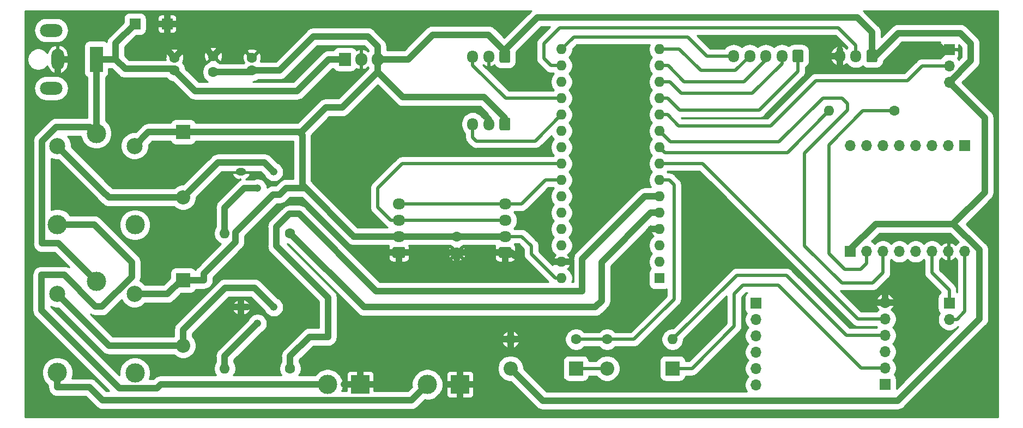
<source format=gbr>
%TF.GenerationSoftware,KiCad,Pcbnew,(5.1.9)-1*%
%TF.CreationDate,2021-02-24T20:02:18-03:00*%
%TF.ProjectId,Genesis,47656e65-7369-4732-9e6b-696361645f70,rev?*%
%TF.SameCoordinates,Original*%
%TF.FileFunction,Copper,L2,Bot*%
%TF.FilePolarity,Positive*%
%FSLAX46Y46*%
G04 Gerber Fmt 4.6, Leading zero omitted, Abs format (unit mm)*
G04 Created by KiCad (PCBNEW (5.1.9)-1) date 2021-02-24 20:02:18*
%MOMM*%
%LPD*%
G01*
G04 APERTURE LIST*
%TA.AperFunction,ComponentPad*%
%ADD10R,1.700000X1.700000*%
%TD*%
%TA.AperFunction,ComponentPad*%
%ADD11O,1.700000X1.700000*%
%TD*%
%TA.AperFunction,ComponentPad*%
%ADD12O,1.700000X1.950000*%
%TD*%
%TA.AperFunction,ComponentPad*%
%ADD13C,1.600000*%
%TD*%
%TA.AperFunction,ComponentPad*%
%ADD14C,3.000000*%
%TD*%
%TA.AperFunction,ComponentPad*%
%ADD15R,3.000000X3.000000*%
%TD*%
%TA.AperFunction,ComponentPad*%
%ADD16R,1.600000X1.600000*%
%TD*%
%TA.AperFunction,ComponentPad*%
%ADD17O,1.600000X1.600000*%
%TD*%
%TA.AperFunction,ComponentPad*%
%ADD18R,2.200000X2.200000*%
%TD*%
%TA.AperFunction,ComponentPad*%
%ADD19O,2.200000X2.200000*%
%TD*%
%TA.AperFunction,ComponentPad*%
%ADD20O,1.950000X1.700000*%
%TD*%
%TA.AperFunction,ComponentPad*%
%ADD21C,2.500000*%
%TD*%
%TA.AperFunction,ComponentPad*%
%ADD22O,1.600000X1.200000*%
%TD*%
%TA.AperFunction,ComponentPad*%
%ADD23O,1.200000X1.200000*%
%TD*%
%TA.AperFunction,ComponentPad*%
%ADD24R,1.905000X2.000000*%
%TD*%
%TA.AperFunction,ComponentPad*%
%ADD25O,1.905000X2.000000*%
%TD*%
%TA.AperFunction,ComponentPad*%
%ADD26R,2.000000X4.000000*%
%TD*%
%TA.AperFunction,ComponentPad*%
%ADD27O,2.000000X3.300000*%
%TD*%
%TA.AperFunction,ComponentPad*%
%ADD28O,3.500000X2.000000*%
%TD*%
%TA.AperFunction,ViaPad*%
%ADD29C,1.200000*%
%TD*%
%TA.AperFunction,Conductor*%
%ADD30C,0.500000*%
%TD*%
%TA.AperFunction,Conductor*%
%ADD31C,1.000000*%
%TD*%
%TA.AperFunction,Conductor*%
%ADD32C,0.304800*%
%TD*%
%TA.AperFunction,Conductor*%
%ADD33C,0.254000*%
%TD*%
%TA.AperFunction,Conductor*%
%ADD34C,0.100000*%
%TD*%
G04 APERTURE END LIST*
D10*
%TO.P,J1,1*%
%TO.N,Net-(J1-Pad1)*%
X197990000Y-94350000D03*
D11*
%TO.P,J1,2*%
%TO.N,Net-(J1-Pad2)*%
X197990000Y-96890000D03*
%TD*%
D10*
%TO.P,J17,1*%
%TO.N,GND*%
X76500000Y-51000000D03*
%TD*%
D12*
%TO.P,J16,3*%
%TO.N,GND*%
X181000000Y-56000000D03*
%TO.P,J16,2*%
%TO.N,+3V3*%
X183500000Y-56000000D03*
%TO.P,J16,1*%
%TO.N,+5V*%
%TA.AperFunction,ComponentPad*%
G36*
G01*
X186850000Y-55275000D02*
X186850000Y-56725000D01*
G75*
G02*
X186600000Y-56975000I-250000J0D01*
G01*
X185400000Y-56975000D01*
G75*
G02*
X185150000Y-56725000I0J250000D01*
G01*
X185150000Y-55275000D01*
G75*
G02*
X185400000Y-55025000I250000J0D01*
G01*
X186600000Y-55025000D01*
G75*
G02*
X186850000Y-55275000I0J-250000D01*
G01*
G37*
%TD.AperFunction*%
%TD*%
D10*
%TO.P,J6,1*%
%TO.N,+12V*%
X71500000Y-51000000D03*
%TD*%
%TO.P,J10,1*%
%TO.N,+5V*%
%TA.AperFunction,ComponentPad*%
G36*
G01*
X129830000Y-65835000D02*
X129830000Y-67285000D01*
G75*
G02*
X129580000Y-67535000I-250000J0D01*
G01*
X128380000Y-67535000D01*
G75*
G02*
X128130000Y-67285000I0J250000D01*
G01*
X128130000Y-65835000D01*
G75*
G02*
X128380000Y-65585000I250000J0D01*
G01*
X129580000Y-65585000D01*
G75*
G02*
X129830000Y-65835000I0J-250000D01*
G01*
G37*
%TD.AperFunction*%
D12*
%TO.P,J10,2*%
%TO.N,GND*%
X126480000Y-66560000D03*
%TO.P,J10,3*%
%TO.N,Net-(A1-Pad20)*%
X123980000Y-66560000D03*
%TD*%
D13*
%TO.P,C4,2*%
%TO.N,+5V*%
X121500000Y-84000000D03*
%TO.P,C4,1*%
%TO.N,GND*%
X121500000Y-86500000D03*
%TD*%
D14*
%TO.P,J14,2*%
%TO.N,Net-(J14-Pad2)*%
X101420000Y-107000000D03*
D15*
%TO.P,J14,1*%
%TO.N,GND*%
X106500000Y-107000000D03*
%TD*%
D14*
%TO.P,J13,2*%
%TO.N,Net-(J13-Pad2)*%
X116920000Y-107000000D03*
D15*
%TO.P,J13,1*%
%TO.N,GND*%
X122000000Y-107000000D03*
%TD*%
D12*
%TO.P,J9,3*%
%TO.N,Net-(A1-Pad19)*%
X123980000Y-56060000D03*
%TO.P,J9,2*%
%TO.N,GND*%
X126480000Y-56060000D03*
%TO.P,J9,1*%
%TO.N,+5V*%
%TA.AperFunction,ComponentPad*%
G36*
G01*
X129830000Y-55335000D02*
X129830000Y-56785000D01*
G75*
G02*
X129580000Y-57035000I-250000J0D01*
G01*
X128380000Y-57035000D01*
G75*
G02*
X128130000Y-56785000I0J250000D01*
G01*
X128130000Y-55335000D01*
G75*
G02*
X128380000Y-55085000I250000J0D01*
G01*
X129580000Y-55085000D01*
G75*
G02*
X129830000Y-55335000I0J-250000D01*
G01*
G37*
%TD.AperFunction*%
%TD*%
D11*
%TO.P,J7,3*%
%TO.N,+5V*%
X198000000Y-60080000D03*
%TO.P,J7,2*%
%TO.N,Net-(A1-Pad11)*%
X198000000Y-57540000D03*
D10*
%TO.P,J7,1*%
%TO.N,GND*%
X198000000Y-55000000D03*
%TD*%
D16*
%TO.P,A1,1*%
%TO.N,Net-(A1-Pad1)*%
X153000000Y-90500000D03*
D17*
%TO.P,A1,17*%
%TO.N,+3V3*%
X137760000Y-57480000D03*
%TO.P,A1,2*%
%TO.N,Net-(A1-Pad2)*%
X153000000Y-87960000D03*
%TO.P,A1,18*%
%TO.N,Net-(A1-Pad18)*%
X137760000Y-60020000D03*
%TO.P,A1,3*%
%TO.N,Net-(A1-Pad3)*%
X153000000Y-85420000D03*
%TO.P,A1,19*%
%TO.N,Net-(A1-Pad19)*%
X137760000Y-62560000D03*
%TO.P,A1,4*%
%TO.N,GND*%
X153000000Y-82880000D03*
%TO.P,A1,20*%
%TO.N,Net-(A1-Pad20)*%
X137760000Y-65100000D03*
%TO.P,A1,5*%
%TO.N,/Cooler*%
X153000000Y-80340000D03*
%TO.P,A1,21*%
%TO.N,Net-(A1-Pad21)*%
X137760000Y-67640000D03*
%TO.P,A1,6*%
%TO.N,/Bornera_grande*%
X153000000Y-77800000D03*
%TO.P,A1,22*%
%TO.N,Net-(A1-Pad22)*%
X137760000Y-70180000D03*
%TO.P,A1,7*%
%TO.N,/RXD_GSM*%
X153000000Y-75260000D03*
%TO.P,A1,23*%
%TO.N,/SDA*%
X137760000Y-72720000D03*
%TO.P,A1,8*%
%TO.N,/TXD_GSM*%
X153000000Y-72720000D03*
%TO.P,A1,24*%
%TO.N,/SCL*%
X137760000Y-75260000D03*
%TO.P,A1,9*%
%TO.N,Net-(A1-Pad9)*%
X153000000Y-70180000D03*
%TO.P,A1,25*%
%TO.N,Net-(A1-Pad25)*%
X137760000Y-77800000D03*
%TO.P,A1,10*%
%TO.N,/TX_MP3*%
X153000000Y-67640000D03*
%TO.P,A1,26*%
%TO.N,Net-(A1-Pad26)*%
X137760000Y-80340000D03*
%TO.P,A1,11*%
%TO.N,Net-(A1-Pad11)*%
X153000000Y-65100000D03*
%TO.P,A1,27*%
%TO.N,Net-(A1-Pad27)*%
X137760000Y-82880000D03*
%TO.P,A1,12*%
%TO.N,Net-(A1-Pad12)*%
X153000000Y-62560000D03*
%TO.P,A1,28*%
%TO.N,Net-(A1-Pad28)*%
X137760000Y-85420000D03*
%TO.P,A1,13*%
%TO.N,Net-(A1-Pad13)*%
X153000000Y-60020000D03*
%TO.P,A1,29*%
%TO.N,GND*%
X137760000Y-87960000D03*
%TO.P,A1,14*%
%TO.N,Net-(A1-Pad14)*%
X153000000Y-57480000D03*
%TO.P,A1,30*%
%TO.N,+5V*%
X137760000Y-90500000D03*
%TO.P,A1,15*%
%TO.N,Net-(A1-Pad15)*%
X153000000Y-54940000D03*
%TO.P,A1,16*%
%TO.N,Net-(A1-Pad16)*%
X137760000Y-54940000D03*
%TD*%
D11*
%TO.P,J15,8*%
%TO.N,Net-(J15-Pad8)*%
X182600000Y-69870000D03*
%TO.P,J15,7*%
%TO.N,Net-(J15-Pad7)*%
X185140000Y-69870000D03*
%TO.P,J15,6*%
%TO.N,Net-(J15-Pad6)*%
X187680000Y-69870000D03*
%TO.P,J15,5*%
%TO.N,Net-(J15-Pad5)*%
X190220000Y-69870000D03*
%TO.P,J15,4*%
%TO.N,Net-(J15-Pad4)*%
X192760000Y-69870000D03*
%TO.P,J15,3*%
%TO.N,Net-(J15-Pad3)*%
X195300000Y-69870000D03*
%TO.P,J15,2*%
%TO.N,Net-(J15-Pad2)*%
X197840000Y-69870000D03*
D10*
%TO.P,J15,1*%
%TO.N,Net-(J15-Pad1)*%
X200380000Y-69870000D03*
%TD*%
D11*
%TO.P,J8,8*%
%TO.N,Net-(J1-Pad2)*%
X200410000Y-86360000D03*
%TO.P,J8,7*%
%TO.N,GND*%
X197870000Y-86360000D03*
%TO.P,J8,6*%
%TO.N,Net-(J1-Pad1)*%
X195330000Y-86360000D03*
%TO.P,J8,5*%
%TO.N,Net-(J8-Pad5)*%
X192790000Y-86360000D03*
%TO.P,J8,4*%
%TO.N,Net-(J8-Pad4)*%
X190250000Y-86360000D03*
%TO.P,J8,3*%
%TO.N,/TX_MP3*%
X187710000Y-86360000D03*
%TO.P,J8,2*%
%TO.N,/RX_MP3*%
X185170000Y-86360000D03*
D10*
%TO.P,J8,1*%
%TO.N,+5V*%
X182630000Y-86360000D03*
%TD*%
D11*
%TO.P,J4,6*%
%TO.N,Net-(J4-Pad6)*%
X168000000Y-107050000D03*
%TO.P,J4,5*%
%TO.N,Net-(J4-Pad5)*%
X168000000Y-104510000D03*
%TO.P,J4,4*%
%TO.N,Net-(J4-Pad4)*%
X168000000Y-101970000D03*
%TO.P,J4,3*%
%TO.N,Net-(J4-Pad3)*%
X168000000Y-99430000D03*
%TO.P,J4,2*%
%TO.N,Net-(J4-Pad2)*%
X168000000Y-96890000D03*
D10*
%TO.P,J4,1*%
%TO.N,Net-(J4-Pad1)*%
X168000000Y-94350000D03*
%TD*%
D11*
%TO.P,J3,6*%
%TO.N,GND*%
X188000000Y-94300000D03*
%TO.P,J3,5*%
%TO.N,/TXD_GSM*%
X188000000Y-96840000D03*
%TO.P,J3,4*%
%TO.N,Net-(J3-Pad4)*%
X188000000Y-99380000D03*
%TO.P,J3,3*%
%TO.N,Net-(J3-Pad3)*%
X188000000Y-101920000D03*
%TO.P,J3,2*%
%TO.N,Net-(D2-Pad1)*%
X188000000Y-104460000D03*
D10*
%TO.P,J3,1*%
%TO.N,Net-(J3-Pad1)*%
X188000000Y-107000000D03*
%TD*%
D18*
%TO.P,D3,1*%
%TO.N,+5V*%
X79000000Y-90800000D03*
D19*
%TO.P,D3,2*%
%TO.N,Net-(D3-Pad2)*%
X79000000Y-100960000D03*
%TD*%
D13*
%TO.P,C3,2*%
%TO.N,GND*%
X83670000Y-56010000D03*
%TO.P,C3,1*%
%TO.N,+5V*%
X83670000Y-58510000D03*
%TD*%
%TO.P,C1,2*%
%TO.N,GND*%
X77670000Y-56260000D03*
%TO.P,C1,1*%
%TO.N,+12V*%
X77670000Y-58260000D03*
%TD*%
%TO.P,C2,1*%
%TO.N,+5V*%
X89670000Y-58260000D03*
%TO.P,C2,2*%
%TO.N,GND*%
X89670000Y-56260000D03*
%TD*%
D18*
%TO.P,D1,1*%
%TO.N,Net-(D1-Pad1)*%
X140000000Y-104500000D03*
D19*
%TO.P,D1,2*%
%TO.N,+5V*%
X129840000Y-104500000D03*
%TD*%
%TO.P,D2,2*%
%TO.N,Net-(D1-Pad1)*%
X144840000Y-104500000D03*
D18*
%TO.P,D2,1*%
%TO.N,Net-(D2-Pad1)*%
X155000000Y-104500000D03*
%TD*%
D19*
%TO.P,D4,2*%
%TO.N,Net-(D4-Pad2)*%
X79000000Y-77960000D03*
D18*
%TO.P,D4,1*%
%TO.N,+5V*%
X79000000Y-67800000D03*
%TD*%
%TO.P,J5,1*%
%TO.N,Net-(A1-Pad12)*%
%TA.AperFunction,ComponentPad*%
G36*
G01*
X175350000Y-55275000D02*
X175350000Y-56725000D01*
G75*
G02*
X175100000Y-56975000I-250000J0D01*
G01*
X173900000Y-56975000D01*
G75*
G02*
X173650000Y-56725000I0J250000D01*
G01*
X173650000Y-55275000D01*
G75*
G02*
X173900000Y-55025000I250000J0D01*
G01*
X175100000Y-55025000D01*
G75*
G02*
X175350000Y-55275000I0J-250000D01*
G01*
G37*
%TD.AperFunction*%
D12*
%TO.P,J5,2*%
%TO.N,Net-(A1-Pad13)*%
X172000000Y-56000000D03*
%TO.P,J5,3*%
%TO.N,Net-(A1-Pad14)*%
X169500000Y-56000000D03*
%TO.P,J5,4*%
%TO.N,Net-(A1-Pad15)*%
X167000000Y-56000000D03*
%TO.P,J5,5*%
%TO.N,Net-(A1-Pad16)*%
X164500000Y-56000000D03*
%TD*%
%TO.P,J11,1*%
%TO.N,GND*%
%TA.AperFunction,ComponentPad*%
G36*
G01*
X129725000Y-87350000D02*
X128275000Y-87350000D01*
G75*
G02*
X128025000Y-87100000I0J250000D01*
G01*
X128025000Y-85900000D01*
G75*
G02*
X128275000Y-85650000I250000J0D01*
G01*
X129725000Y-85650000D01*
G75*
G02*
X129975000Y-85900000I0J-250000D01*
G01*
X129975000Y-87100000D01*
G75*
G02*
X129725000Y-87350000I-250000J0D01*
G01*
G37*
%TD.AperFunction*%
D20*
%TO.P,J11,2*%
%TO.N,+5V*%
X129000000Y-84000000D03*
%TO.P,J11,3*%
%TO.N,/SDA*%
X129000000Y-81500000D03*
%TO.P,J11,4*%
%TO.N,/SCL*%
X129000000Y-79000000D03*
%TD*%
%TO.P,J12,4*%
%TO.N,/SCL*%
X112500000Y-79000000D03*
%TO.P,J12,3*%
%TO.N,/SDA*%
X112500000Y-81500000D03*
%TO.P,J12,2*%
%TO.N,+5V*%
X112500000Y-84000000D03*
%TO.P,J12,1*%
%TO.N,GND*%
%TA.AperFunction,ComponentPad*%
G36*
G01*
X113225000Y-87350000D02*
X111775000Y-87350000D01*
G75*
G02*
X111525000Y-87100000I0J250000D01*
G01*
X111525000Y-85900000D01*
G75*
G02*
X111775000Y-85650000I250000J0D01*
G01*
X113225000Y-85650000D01*
G75*
G02*
X113475000Y-85900000I0J-250000D01*
G01*
X113475000Y-87100000D01*
G75*
G02*
X113225000Y-87350000I-250000J0D01*
G01*
G37*
%TD.AperFunction*%
%TD*%
D21*
%TO.P,K1,2*%
%TO.N,Net-(D3-Pad2)*%
X59450000Y-92950000D03*
D14*
%TO.P,K1,3*%
%TO.N,Net-(J13-Pad2)*%
X59450000Y-105150000D03*
%TO.P,K1,4*%
%TO.N,Net-(K1-Pad4)*%
X71500000Y-105200000D03*
D21*
%TO.P,K1,5*%
%TO.N,+5V*%
X71450000Y-92950000D03*
D14*
%TO.P,K1,1*%
%TO.N,+12V*%
X65500000Y-91000000D03*
%TD*%
%TO.P,K2,1*%
%TO.N,+12V*%
X65500000Y-68000000D03*
D21*
%TO.P,K2,5*%
%TO.N,+5V*%
X71450000Y-69950000D03*
D14*
%TO.P,K2,4*%
%TO.N,Net-(K2-Pad4)*%
X71500000Y-82200000D03*
%TO.P,K2,3*%
%TO.N,Net-(J14-Pad2)*%
X59450000Y-82150000D03*
D21*
%TO.P,K2,2*%
%TO.N,Net-(D4-Pad2)*%
X59450000Y-69950000D03*
%TD*%
D22*
%TO.P,Q1,1*%
%TO.N,GND*%
X88000000Y-95000000D03*
D23*
%TO.P,Q1,2*%
%TO.N,Net-(Q1-Pad2)*%
X90540000Y-97540000D03*
%TO.P,Q1,3*%
%TO.N,Net-(D3-Pad2)*%
X93080000Y-95000000D03*
%TD*%
%TO.P,Q2,3*%
%TO.N,Net-(D4-Pad2)*%
X93080000Y-74000000D03*
%TO.P,Q2,2*%
%TO.N,Net-(Q2-Pad2)*%
X90540000Y-76540000D03*
D22*
%TO.P,Q2,1*%
%TO.N,GND*%
X88000000Y-74000000D03*
%TD*%
D13*
%TO.P,R1,1*%
%TO.N,/RXD_GSM*%
X140000000Y-100000000D03*
D17*
%TO.P,R1,2*%
%TO.N,GND*%
X129840000Y-100000000D03*
%TD*%
D13*
%TO.P,R2,1*%
%TO.N,/RX_MP3*%
X189500000Y-64500000D03*
D17*
%TO.P,R2,2*%
%TO.N,Net-(A1-Pad9)*%
X179340000Y-64500000D03*
%TD*%
%TO.P,R3,2*%
%TO.N,Net-(J3-Pad4)*%
X155000000Y-100000000D03*
D13*
%TO.P,R3,1*%
%TO.N,/RXD_GSM*%
X144840000Y-100000000D03*
%TD*%
%TO.P,R4,1*%
%TO.N,/Bornera_grande*%
X95620000Y-104500000D03*
D17*
%TO.P,R4,2*%
%TO.N,Net-(Q1-Pad2)*%
X85460000Y-104500000D03*
%TD*%
%TO.P,R5,2*%
%TO.N,Net-(Q2-Pad2)*%
X85460000Y-83500000D03*
D13*
%TO.P,R5,1*%
%TO.N,/Cooler*%
X95620000Y-83500000D03*
%TD*%
D24*
%TO.P,U1,1*%
%TO.N,+12V*%
X104120000Y-56500000D03*
D25*
%TO.P,U1,2*%
%TO.N,GND*%
X106660000Y-56500000D03*
%TO.P,U1,3*%
%TO.N,+5V*%
X109200000Y-56500000D03*
%TD*%
D26*
%TO.P,J2,1*%
%TO.N,+12V*%
X65500000Y-56500000D03*
D27*
%TO.P,J2,2*%
%TO.N,GND*%
X59500000Y-56500000D03*
D28*
%TO.P,J2,MP*%
%TO.N,N/C*%
X58500000Y-52000000D03*
X58500000Y-61000000D03*
%TD*%
D29*
%TO.N,GND*%
X133600000Y-53230000D03*
X130540000Y-50480000D03*
X123000000Y-97500000D03*
X123000000Y-90500000D03*
X194000000Y-50500000D03*
X194000000Y-54500000D03*
X73500000Y-61000000D03*
X73500000Y-55500000D03*
X147500000Y-88500000D03*
X147500000Y-77500000D03*
X100500000Y-62000000D03*
X100500000Y-68000000D03*
X193000000Y-100500000D03*
X198000000Y-106000000D03*
X198190000Y-89290000D03*
X194300000Y-92250000D03*
%TD*%
D30*
%TO.N,+3V3*%
X183500000Y-55000000D02*
X183500000Y-56000000D01*
X183500000Y-56000000D02*
X183500000Y-54340000D01*
X183500000Y-54340000D02*
X180780000Y-51620000D01*
X180780000Y-51620000D02*
X137480000Y-51620000D01*
X137480000Y-51620000D02*
X135050000Y-54050000D01*
X135050000Y-54050000D02*
X135050000Y-56390000D01*
X136140000Y-57480000D02*
X137760000Y-57480000D01*
X135050000Y-56390000D02*
X136140000Y-57480000D01*
D31*
%TO.N,Net-(A1-Pad19)*%
X123980000Y-56060000D02*
X123980000Y-56180000D01*
D30*
X123980000Y-56060000D02*
X123980000Y-57430000D01*
X129110000Y-62560000D02*
X137760000Y-62560000D01*
X123980000Y-57430000D02*
X129110000Y-62560000D01*
D31*
%TO.N,GND*%
X151620000Y-82880000D02*
X153000000Y-82880000D01*
X136540000Y-87960000D02*
X137760000Y-87960000D01*
X137760000Y-87960000D02*
X138960000Y-87960000D01*
X129000000Y-87500000D02*
X129000000Y-86500000D01*
X130000000Y-86500000D02*
X130500000Y-87000000D01*
X130000000Y-86500000D02*
X129000000Y-86500000D01*
X129000000Y-86500000D02*
X126500000Y-86500000D01*
X126500000Y-86500000D02*
X121500000Y-86500000D01*
X120000000Y-86500000D02*
X121500000Y-86500000D01*
X121500000Y-86500000D02*
X121500000Y-87500000D01*
X114500000Y-86500000D02*
X112500000Y-86500000D01*
X112500000Y-88500000D02*
X112500000Y-86500000D01*
X112500000Y-86500000D02*
X110000000Y-86500000D01*
X78500000Y-51000000D02*
X76500000Y-51000000D01*
X76500000Y-52500000D02*
X76500000Y-51000000D01*
X75000000Y-51000000D02*
X76500000Y-51000000D01*
X76500000Y-49500000D02*
X76500000Y-51000000D01*
X76670000Y-55260000D02*
X77670000Y-56260000D01*
X78670000Y-55260000D02*
X77670000Y-56260000D01*
X82420000Y-54760000D02*
X83670000Y-56010000D01*
X84920000Y-54760000D02*
X83670000Y-56010000D01*
X89420000Y-56010000D02*
X89670000Y-56260000D01*
X61500000Y-56500000D02*
X59500000Y-56500000D01*
X59500000Y-58500000D02*
X59500000Y-56500000D01*
X89000000Y-95000000D02*
X88000000Y-95000000D01*
X88000000Y-96000000D02*
X88000000Y-95000000D01*
X86000000Y-95000000D02*
X88000000Y-95000000D01*
X88000000Y-95000000D02*
X88000000Y-94000000D01*
X104000000Y-107000000D02*
X106500000Y-107000000D01*
X106500000Y-104500000D02*
X106500000Y-107000000D01*
X106500000Y-107000000D02*
X109500000Y-107000000D01*
X122000000Y-109500000D02*
X122000000Y-107000000D01*
X125000000Y-107000000D02*
X122000000Y-107000000D01*
X122000000Y-104500000D02*
X122000000Y-107000000D01*
X120000000Y-107000000D02*
X122000000Y-107000000D01*
X129840000Y-101340000D02*
X129840000Y-100000000D01*
X128000000Y-100000000D02*
X129840000Y-100000000D01*
X129840000Y-98160000D02*
X129840000Y-100000000D01*
X131500000Y-100000000D02*
X129840000Y-100000000D01*
X129000000Y-88500000D02*
X129000000Y-86500000D01*
X179000000Y-56000000D02*
X181000000Y-56000000D01*
X181000000Y-55000000D02*
X181000000Y-56000000D01*
X181000000Y-58000000D02*
X181000000Y-56000000D01*
X196000000Y-55000000D02*
X198000000Y-55000000D01*
X197000000Y-55000000D02*
X196500000Y-54500000D01*
X197000000Y-55000000D02*
X198000000Y-55000000D01*
X197500000Y-55000000D02*
X196500000Y-56000000D01*
X197500000Y-55000000D02*
X198000000Y-55000000D01*
X189200000Y-94300000D02*
X188000000Y-94300000D01*
X188000000Y-92500000D02*
X188000000Y-94300000D01*
X186200000Y-94300000D02*
X188000000Y-94300000D01*
X126480000Y-65860000D02*
X125760000Y-65140000D01*
X126480000Y-65860000D02*
X126480000Y-66560000D01*
D30*
%TO.N,Net-(A1-Pad20)*%
X137760000Y-65100000D02*
X133670000Y-69190000D01*
X133670000Y-69190000D02*
X124500000Y-69190000D01*
X123980000Y-68670000D02*
X123980000Y-66560000D01*
X124500000Y-69190000D02*
X123980000Y-68670000D01*
D31*
%TO.N,/Cooler*%
X151660000Y-80340000D02*
X153000000Y-80340000D01*
X144000000Y-88000000D02*
X151660000Y-80340000D01*
X143000000Y-95000000D02*
X144000000Y-94000000D01*
X107120000Y-95000000D02*
X143000000Y-95000000D01*
X144000000Y-94000000D02*
X144000000Y-88000000D01*
X95620000Y-83500000D02*
X107120000Y-95000000D01*
D30*
%TO.N,/Bornera_grande*%
X110000000Y-92500000D02*
X141000000Y-92500000D01*
D31*
X153000000Y-77800000D02*
X150700000Y-77800000D01*
X141000000Y-87500000D02*
X141000000Y-92500000D01*
X150700000Y-77800000D02*
X141000000Y-87500000D01*
X109000000Y-92500000D02*
X141000000Y-92500000D01*
X97000000Y-80500000D02*
X109000000Y-92500000D01*
X95500000Y-80500000D02*
X97000000Y-80500000D01*
X93500000Y-82500000D02*
X95500000Y-80500000D01*
X93500000Y-85500000D02*
X93500000Y-82500000D01*
X101500000Y-93500000D02*
X93500000Y-85500000D01*
X101500000Y-99620000D02*
X101500000Y-93500000D01*
X95620000Y-104500000D02*
X95620000Y-102620000D01*
X98620000Y-99620000D02*
X101500000Y-99620000D01*
X95620000Y-102620000D02*
X98620000Y-99620000D01*
D30*
%TO.N,/TXD_GSM*%
X188000000Y-96840000D02*
X183830000Y-96840000D01*
X161530000Y-74540000D02*
X161500000Y-74540000D01*
X183830000Y-96840000D02*
X161530000Y-74540000D01*
X159680000Y-72720000D02*
X153000000Y-72720000D01*
X161500000Y-74540000D02*
X159680000Y-72720000D01*
%TO.N,/SDA*%
X129000000Y-81500000D02*
X112500000Y-81500000D01*
X112500000Y-81500000D02*
X111230000Y-81500000D01*
X111230000Y-81500000D02*
X109190000Y-79460000D01*
X109190000Y-79460000D02*
X109190000Y-76540000D01*
X113010000Y-72720000D02*
X137760000Y-72720000D01*
X109190000Y-76540000D02*
X113010000Y-72720000D01*
%TO.N,/RXD_GSM*%
X144840000Y-100000000D02*
X149000000Y-100000000D01*
X149000000Y-100000000D02*
X155250000Y-93750000D01*
X155250000Y-93750000D02*
X155250000Y-75990000D01*
X154520000Y-75260000D02*
X153000000Y-75260000D01*
X155250000Y-75990000D02*
X154520000Y-75260000D01*
X140000000Y-100000000D02*
X144840000Y-100000000D01*
%TO.N,/SCL*%
X112500000Y-79000000D02*
X129000000Y-79000000D01*
X129000000Y-79000000D02*
X131530000Y-79000000D01*
X135270000Y-75260000D02*
X137760000Y-75260000D01*
X131530000Y-79000000D02*
X135270000Y-75260000D01*
%TO.N,Net-(A1-Pad9)*%
X153815320Y-70995320D02*
X153000000Y-70180000D01*
X172844680Y-70995320D02*
X153815320Y-70995320D01*
X179340000Y-64500000D02*
X172844680Y-70995320D01*
%TO.N,/TX_MP3*%
X171570000Y-69320000D02*
X178350000Y-62540000D01*
X178350000Y-62540000D02*
X181330000Y-62540000D01*
X154680000Y-69320000D02*
X171570000Y-69320000D01*
X182200000Y-63410000D02*
X182200000Y-64440000D01*
X181330000Y-62540000D02*
X182200000Y-63410000D01*
X153000000Y-67640000D02*
X154680000Y-69320000D01*
X187710000Y-86360000D02*
X187710000Y-89670000D01*
X187710000Y-89670000D02*
X186100000Y-91280000D01*
X186100000Y-91280000D02*
X181390000Y-91280000D01*
X181390000Y-91280000D02*
X175550000Y-85440000D01*
X175550000Y-71090000D02*
X177550000Y-69090000D01*
X175550000Y-85440000D02*
X175550000Y-71090000D01*
X177550000Y-69090000D02*
X177220000Y-69420000D01*
X182200000Y-64440000D02*
X177550000Y-69090000D01*
%TO.N,Net-(A1-Pad11)*%
X153000000Y-65100000D02*
X154250000Y-65100000D01*
X154250000Y-65100000D02*
X155990000Y-66840000D01*
X155990000Y-66840000D02*
X170240000Y-66840000D01*
X170240000Y-66840000D02*
X177250000Y-59830000D01*
X177250000Y-59830000D02*
X191500000Y-59830000D01*
X193790000Y-57540000D02*
X198000000Y-57540000D01*
X191500000Y-59830000D02*
X193790000Y-57540000D01*
%TO.N,Net-(A1-Pad12)*%
X153000000Y-62560000D02*
X154260000Y-62560000D01*
X154260000Y-62560000D02*
X156100000Y-64400000D01*
X156100000Y-64400000D02*
X168490000Y-64400000D01*
X174500000Y-58390000D02*
X174500000Y-56000000D01*
X168490000Y-64400000D02*
X174500000Y-58390000D01*
%TO.N,Net-(A1-Pad13)*%
X153000000Y-60020000D02*
X154610000Y-60020000D01*
X154610000Y-60020000D02*
X156370000Y-61780000D01*
X156370000Y-61780000D02*
X167410000Y-61780000D01*
X172000000Y-57190000D02*
X172000000Y-56000000D01*
X167410000Y-61780000D02*
X172000000Y-57190000D01*
%TO.N,Net-(A1-Pad14)*%
X169500000Y-56000000D02*
X169500000Y-56590000D01*
X169500000Y-56590000D02*
X166120000Y-59970000D01*
X166120000Y-59970000D02*
X156830000Y-59970000D01*
X154340000Y-57480000D02*
X153000000Y-57480000D01*
X156830000Y-59970000D02*
X154340000Y-57480000D01*
D31*
%TO.N,+5V*%
X71450000Y-69950000D02*
X73600000Y-67800000D01*
X73600000Y-67800000D02*
X79000000Y-67800000D01*
X79000000Y-90800000D02*
X82200000Y-90800000D01*
X97500000Y-75500000D02*
X97500000Y-76000000D01*
D30*
X105500000Y-84000000D02*
X105250000Y-83750000D01*
D31*
X105500000Y-84000000D02*
X112500000Y-84000000D01*
X79000000Y-90800000D02*
X78700000Y-90800000D01*
X76550000Y-92950000D02*
X71450000Y-92950000D01*
X78700000Y-90800000D02*
X76550000Y-92950000D01*
X89670000Y-58260000D02*
X90670000Y-58260000D01*
X82200000Y-90800000D02*
X82200000Y-89800000D01*
X87115601Y-84884399D02*
X82200000Y-89800000D01*
X87115601Y-83384399D02*
X87115601Y-84884399D01*
X98000000Y-76500000D02*
X95000000Y-76500000D01*
X97500000Y-76000000D02*
X98000000Y-76500000D01*
X98000000Y-76500000D02*
X105250000Y-83750000D01*
X94000000Y-77500000D02*
X93000000Y-77500000D01*
X95000000Y-76500000D02*
X94000000Y-77500000D01*
X93000000Y-77500000D02*
X87115601Y-83384399D01*
X182630000Y-86360000D02*
X182630000Y-85900000D01*
D30*
X137760000Y-90500000D02*
X136810000Y-90500000D01*
X136810000Y-90500000D02*
X133100000Y-86790000D01*
X133100000Y-86790000D02*
X133100000Y-85500000D01*
X131600000Y-84000000D02*
X129000000Y-84000000D01*
X133100000Y-85500000D02*
X131600000Y-84000000D01*
D31*
X186510000Y-56000000D02*
X190080000Y-52430000D01*
X186000000Y-56000000D02*
X186510000Y-56000000D01*
X199690000Y-52430000D02*
X201360000Y-54100000D01*
X190080000Y-52430000D02*
X199690000Y-52430000D01*
X128980000Y-55085000D02*
X134025000Y-50040000D01*
X128980000Y-56060000D02*
X128980000Y-55085000D01*
X148550000Y-50040000D02*
X148570000Y-50020000D01*
X134025000Y-50040000D02*
X148550000Y-50040000D01*
X148570000Y-50020000D02*
X183720000Y-50020000D01*
X186000000Y-52300000D02*
X186000000Y-56000000D01*
X183720000Y-50020000D02*
X186000000Y-52300000D01*
X201360000Y-56720000D02*
X201360000Y-54100000D01*
X198000000Y-60080000D02*
X201360000Y-56720000D01*
X182630000Y-86020000D02*
X186560000Y-82090000D01*
X182630000Y-86360000D02*
X182630000Y-86020000D01*
X186560000Y-82090000D02*
X196080000Y-82090000D01*
X203520000Y-65600000D02*
X198000000Y-60080000D01*
X129840000Y-104500000D02*
X134850000Y-109510000D01*
X134850000Y-109510000D02*
X189970000Y-109510000D01*
X189970000Y-109510000D02*
X202680000Y-96800000D01*
X198664290Y-82090000D02*
X196080000Y-82090000D01*
X202680000Y-86105710D02*
X198664290Y-82090000D01*
X202680000Y-96800000D02*
X202680000Y-86105710D01*
X198664290Y-82090000D02*
X198664290Y-82035710D01*
X203520000Y-77180000D02*
X203520000Y-65600000D01*
X198664290Y-82035710D02*
X203520000Y-77180000D01*
X128980000Y-55260000D02*
X128980000Y-56060000D01*
X126410000Y-52690000D02*
X128980000Y-55260000D01*
X117750000Y-52690000D02*
X126410000Y-52690000D01*
X113940000Y-56500000D02*
X117750000Y-52690000D01*
X109200000Y-56500000D02*
X113940000Y-56500000D01*
X89670000Y-58260000D02*
X93940000Y-58260000D01*
X93940000Y-58260000D02*
X99240000Y-52960000D01*
X109200000Y-54500000D02*
X109200000Y-56500000D01*
X107660000Y-52960000D02*
X109200000Y-54500000D01*
X99240000Y-52960000D02*
X107660000Y-52960000D01*
X97500000Y-68264553D02*
X97500000Y-68530000D01*
X109200000Y-56500000D02*
X109200000Y-56564553D01*
X97500000Y-75500000D02*
X97500000Y-68530000D01*
X89420000Y-58510000D02*
X89670000Y-58260000D01*
X83670000Y-58510000D02*
X89420000Y-58510000D01*
X97035447Y-67800000D02*
X97500000Y-68264553D01*
X79000000Y-67800000D02*
X97035447Y-67800000D01*
X97035447Y-67800000D02*
X97320000Y-67800000D01*
X97320000Y-67800000D02*
X101130000Y-63990000D01*
X109200000Y-58500000D02*
X109200000Y-56500000D01*
X103710000Y-63990000D02*
X109200000Y-58500000D01*
X101130000Y-63990000D02*
X103710000Y-63990000D01*
X109200000Y-58500000D02*
X109210000Y-58500000D01*
X109210000Y-58500000D02*
X113080000Y-62370000D01*
X128980000Y-65585000D02*
X128980000Y-66560000D01*
X125765000Y-62370000D02*
X128980000Y-65585000D01*
X113080000Y-62370000D02*
X125765000Y-62370000D01*
X112500000Y-84000000D02*
X121500000Y-84000000D01*
X121500000Y-84000000D02*
X129000000Y-84000000D01*
D30*
%TO.N,Net-(A1-Pad15)*%
X153000000Y-54940000D02*
X156070000Y-54940000D01*
X156070000Y-54940000D02*
X159390000Y-58260000D01*
X164740000Y-58260000D02*
X167000000Y-56000000D01*
X159390000Y-58260000D02*
X164740000Y-58260000D01*
%TO.N,Net-(A1-Pad16)*%
X164500000Y-56000000D02*
X160370000Y-56000000D01*
X160370000Y-56000000D02*
X157400000Y-53030000D01*
X139670000Y-53030000D02*
X137760000Y-54940000D01*
X157400000Y-53030000D02*
X139670000Y-53030000D01*
D31*
%TO.N,+12V*%
X65500000Y-56500000D02*
X65500000Y-68000000D01*
X59283710Y-67000000D02*
X64500000Y-67000000D01*
X64500000Y-67000000D02*
X65500000Y-68000000D01*
X57094399Y-69189311D02*
X59283710Y-67000000D01*
X57094399Y-85094399D02*
X57094399Y-69189311D01*
X59594399Y-85094399D02*
X65500000Y-91000000D01*
X57094399Y-85094399D02*
X59594399Y-85094399D01*
X65500000Y-56500000D02*
X68500000Y-56500000D01*
X68500000Y-56500000D02*
X68500000Y-54000000D01*
X71500000Y-51000000D02*
X68500000Y-54000000D01*
X70000000Y-58000000D02*
X68500000Y-56500000D01*
X77410000Y-58000000D02*
X77670000Y-58260000D01*
X70000000Y-58000000D02*
X77410000Y-58000000D01*
X101630000Y-56500000D02*
X104120000Y-56500000D01*
X101620000Y-56490000D02*
X101630000Y-56500000D01*
X96700000Y-61410000D02*
X101620000Y-56490000D01*
X80820000Y-61410000D02*
X96700000Y-61410000D01*
X77670000Y-58260000D02*
X80820000Y-61410000D01*
D30*
%TO.N,Net-(D1-Pad1)*%
X144840000Y-104500000D02*
X140000000Y-104500000D01*
%TO.N,Net-(D2-Pad1)*%
X155000000Y-104500000D02*
X158030000Y-104500000D01*
X158030000Y-104500000D02*
X164570000Y-97960000D01*
X164570000Y-97960000D02*
X164570000Y-92930000D01*
X164570000Y-92930000D02*
X165920000Y-91580000D01*
X165920000Y-91580000D02*
X171440000Y-91580000D01*
X184320000Y-104460000D02*
X188000000Y-104460000D01*
X171440000Y-91580000D02*
X184320000Y-104460000D01*
D31*
%TO.N,Net-(D3-Pad2)*%
X59450000Y-92950000D02*
X67460000Y-100960000D01*
X67460000Y-100960000D02*
X79000000Y-100960000D01*
X79000000Y-100960000D02*
X79000000Y-98500000D01*
X79000000Y-98500000D02*
X85500000Y-92000000D01*
X85500000Y-92000000D02*
X90080000Y-92000000D01*
X90080000Y-92000000D02*
X93080000Y-95000000D01*
D30*
%TO.N,Net-(D4-Pad2)*%
X79000000Y-77500000D02*
X79000000Y-77960000D01*
X67460000Y-77960000D02*
X67960000Y-77960000D01*
D31*
X67460000Y-77960000D02*
X66500000Y-77000000D01*
X69040000Y-77960000D02*
X67460000Y-77960000D01*
X59450000Y-69950000D02*
X66500000Y-77000000D01*
X67960000Y-77960000D02*
X69040000Y-77960000D01*
X69040000Y-77960000D02*
X79000000Y-77960000D01*
X91624390Y-72544390D02*
X93080000Y-74000000D01*
X84415610Y-72544390D02*
X91624390Y-72544390D01*
X79000000Y-77960000D02*
X84415610Y-72544390D01*
D32*
%TO.N,Net-(J1-Pad1)*%
X198000000Y-93960000D02*
X198000000Y-94090000D01*
D30*
X197990000Y-94350000D02*
X197990000Y-92320000D01*
X195330000Y-89660000D02*
X195330000Y-86360000D01*
X197990000Y-92320000D02*
X195330000Y-89660000D01*
%TO.N,Net-(J1-Pad2)*%
X199192081Y-96890000D02*
X197990000Y-96890000D01*
X200410000Y-95672081D02*
X199192081Y-96890000D01*
X200410000Y-86360000D02*
X200410000Y-95672081D01*
%TO.N,/RX_MP3*%
X181770000Y-89110000D02*
X184240000Y-89110000D01*
X179300000Y-86640000D02*
X181770000Y-89110000D01*
X179300000Y-69800000D02*
X179300000Y-86640000D01*
X185170000Y-88180000D02*
X185170000Y-86360000D01*
X184600000Y-64500000D02*
X179300000Y-69800000D01*
X184240000Y-89110000D02*
X185170000Y-88180000D01*
X189500000Y-64500000D02*
X184600000Y-64500000D01*
D31*
%TO.N,Net-(J13-Pad2)*%
X66460000Y-109460000D02*
X114460000Y-109460000D01*
X64450000Y-107450000D02*
X66460000Y-109460000D01*
X59450000Y-105150000D02*
X59450000Y-107450000D01*
X59450000Y-107450000D02*
X64450000Y-107450000D01*
X116920000Y-107000000D02*
X114460000Y-109460000D01*
D30*
%TO.N,Net-(J14-Pad2)*%
X57000000Y-95500000D02*
X57000000Y-90500000D01*
D31*
X59450000Y-82150000D02*
X65150000Y-82150000D01*
X57000000Y-90000000D02*
X57000000Y-95500000D01*
X60500000Y-90000000D02*
X57000000Y-90000000D01*
X65373145Y-94873145D02*
X60500000Y-90000000D01*
X66410565Y-94873145D02*
X65373145Y-94873145D01*
X65150000Y-82150000D02*
X71000000Y-88000000D01*
X71000000Y-90283710D02*
X71000000Y-88000000D01*
X66410565Y-94873145D02*
X71000000Y-90283710D01*
X101420000Y-107000000D02*
X75500000Y-107000000D01*
X74944399Y-107555601D02*
X69055601Y-107555601D01*
X75500000Y-107000000D02*
X74944399Y-107555601D01*
X69055601Y-107555601D02*
X57000000Y-95500000D01*
%TO.N,Net-(Q1-Pad2)*%
X90540000Y-97540000D02*
X85460000Y-102620000D01*
X85460000Y-103040000D02*
X85460000Y-104500000D01*
X85460000Y-104500000D02*
X85460000Y-102620000D01*
%TO.N,Net-(Q2-Pad2)*%
X88460000Y-76540000D02*
X85460000Y-79540000D01*
X90540000Y-76540000D02*
X88460000Y-76540000D01*
X85460000Y-79540000D02*
X85460000Y-83500000D01*
D30*
%TO.N,Net-(J3-Pad4)*%
X155010000Y-100000000D02*
X155000000Y-100000000D01*
X164970000Y-90040000D02*
X155010000Y-100000000D01*
X172690000Y-90040000D02*
X164970000Y-90040000D01*
X182030000Y-99380000D02*
X172690000Y-90040000D01*
X188000000Y-99380000D02*
X182030000Y-99380000D01*
%TD*%
D33*
%TO.N,GND*%
X133011077Y-49026077D02*
X132966392Y-49080526D01*
X128892500Y-53154418D01*
X127468609Y-51730527D01*
X127423923Y-51676077D01*
X127206634Y-51497752D01*
X126958731Y-51365245D01*
X126689741Y-51283648D01*
X126480098Y-51263000D01*
X126480088Y-51263000D01*
X126410000Y-51256097D01*
X126339912Y-51263000D01*
X117820090Y-51263000D01*
X117750000Y-51256097D01*
X117679910Y-51263000D01*
X117679902Y-51263000D01*
X117494474Y-51281263D01*
X117470258Y-51283648D01*
X117388661Y-51308400D01*
X117201269Y-51365245D01*
X117106169Y-51416077D01*
X116953365Y-51497752D01*
X116790525Y-51631392D01*
X116790522Y-51631395D01*
X116736077Y-51676077D01*
X116691395Y-51730522D01*
X113348918Y-55073000D01*
X110627000Y-55073000D01*
X110627000Y-54570090D01*
X110633903Y-54500000D01*
X110627000Y-54429910D01*
X110627000Y-54429902D01*
X110606352Y-54220259D01*
X110586106Y-54153515D01*
X110561098Y-54071077D01*
X110524755Y-53951269D01*
X110392248Y-53703366D01*
X110349351Y-53651096D01*
X110258608Y-53540525D01*
X110258601Y-53540518D01*
X110213922Y-53486077D01*
X110159482Y-53441399D01*
X108718609Y-52000527D01*
X108673923Y-51946077D01*
X108456634Y-51767752D01*
X108208731Y-51635245D01*
X107939741Y-51553648D01*
X107730098Y-51533000D01*
X107730088Y-51533000D01*
X107660000Y-51526097D01*
X107589912Y-51533000D01*
X99310090Y-51533000D01*
X99240000Y-51526097D01*
X99169910Y-51533000D01*
X99169902Y-51533000D01*
X98984474Y-51551263D01*
X98960258Y-51553648D01*
X98878661Y-51578400D01*
X98691269Y-51635245D01*
X98443366Y-51767752D01*
X98443364Y-51767753D01*
X98443365Y-51767753D01*
X98280525Y-51901392D01*
X98280522Y-51901395D01*
X98226077Y-51946077D01*
X98181395Y-52000522D01*
X93348918Y-56833000D01*
X90986407Y-56833000D01*
X91027571Y-56746004D01*
X91096300Y-56471816D01*
X91110217Y-56189488D01*
X91068787Y-55909870D01*
X90973603Y-55643708D01*
X90906671Y-55518486D01*
X90662702Y-55446903D01*
X89849605Y-56260000D01*
X89863748Y-56274143D01*
X89684143Y-56453748D01*
X89670000Y-56439605D01*
X89655858Y-56453748D01*
X89476253Y-56274143D01*
X89490395Y-56260000D01*
X88677298Y-55446903D01*
X88433329Y-55518486D01*
X88312429Y-55773996D01*
X88243700Y-56048184D01*
X88229783Y-56330512D01*
X88271213Y-56610130D01*
X88366397Y-56876292D01*
X88433329Y-57001514D01*
X88474160Y-57013494D01*
X88404654Y-57083000D01*
X84642860Y-57083000D01*
X84488041Y-56979553D01*
X84440083Y-56959688D01*
X83670000Y-56189605D01*
X82899917Y-56959688D01*
X82851959Y-56979553D01*
X82569102Y-57168552D01*
X82328552Y-57409102D01*
X82139553Y-57691959D01*
X82009368Y-58006253D01*
X81943000Y-58339905D01*
X81943000Y-58680095D01*
X82009368Y-59013747D01*
X82139553Y-59328041D01*
X82328552Y-59610898D01*
X82569102Y-59851448D01*
X82765983Y-59983000D01*
X81411083Y-59983000D01*
X79366958Y-57938876D01*
X79330632Y-57756253D01*
X79200447Y-57441959D01*
X79011448Y-57159102D01*
X78865840Y-57013494D01*
X78906671Y-57001514D01*
X79027571Y-56746004D01*
X79096300Y-56471816D01*
X79110217Y-56189488D01*
X79094071Y-56080512D01*
X82229783Y-56080512D01*
X82271213Y-56360130D01*
X82366397Y-56626292D01*
X82433329Y-56751514D01*
X82677298Y-56823097D01*
X83490395Y-56010000D01*
X83849605Y-56010000D01*
X84662702Y-56823097D01*
X84906671Y-56751514D01*
X85027571Y-56496004D01*
X85096300Y-56221816D01*
X85110217Y-55939488D01*
X85068787Y-55659870D01*
X84973603Y-55393708D01*
X84906671Y-55268486D01*
X84902623Y-55267298D01*
X88856903Y-55267298D01*
X89670000Y-56080395D01*
X90483097Y-55267298D01*
X90411514Y-55023329D01*
X90156004Y-54902429D01*
X89881816Y-54833700D01*
X89599488Y-54819783D01*
X89319870Y-54861213D01*
X89053708Y-54956397D01*
X88928486Y-55023329D01*
X88856903Y-55267298D01*
X84902623Y-55267298D01*
X84662702Y-55196903D01*
X83849605Y-56010000D01*
X83490395Y-56010000D01*
X82677298Y-55196903D01*
X82433329Y-55268486D01*
X82312429Y-55523996D01*
X82243700Y-55798184D01*
X82229783Y-56080512D01*
X79094071Y-56080512D01*
X79068787Y-55909870D01*
X78973603Y-55643708D01*
X78906671Y-55518486D01*
X78662702Y-55446903D01*
X77849605Y-56260000D01*
X77863748Y-56274143D01*
X77684143Y-56453748D01*
X77670000Y-56439605D01*
X77655858Y-56453748D01*
X77476253Y-56274143D01*
X77490395Y-56260000D01*
X76677298Y-55446903D01*
X76433329Y-55518486D01*
X76312429Y-55773996D01*
X76243700Y-56048184D01*
X76229783Y-56330512D01*
X76265712Y-56573000D01*
X70591082Y-56573000D01*
X69927000Y-55908918D01*
X69927000Y-55267298D01*
X76856903Y-55267298D01*
X77670000Y-56080395D01*
X78483097Y-55267298D01*
X78411514Y-55023329D01*
X78398769Y-55017298D01*
X82856903Y-55017298D01*
X83670000Y-55830395D01*
X84483097Y-55017298D01*
X84411514Y-54773329D01*
X84156004Y-54652429D01*
X83881816Y-54583700D01*
X83599488Y-54569783D01*
X83319870Y-54611213D01*
X83053708Y-54706397D01*
X82928486Y-54773329D01*
X82856903Y-55017298D01*
X78398769Y-55017298D01*
X78156004Y-54902429D01*
X77881816Y-54833700D01*
X77599488Y-54819783D01*
X77319870Y-54861213D01*
X77053708Y-54956397D01*
X76928486Y-55023329D01*
X76856903Y-55267298D01*
X69927000Y-55267298D01*
X69927000Y-54591082D01*
X71736598Y-52781485D01*
X72350000Y-52781485D01*
X72531724Y-52763587D01*
X72706464Y-52710580D01*
X72867505Y-52624501D01*
X73008659Y-52508659D01*
X73124501Y-52367505D01*
X73210580Y-52206464D01*
X73263587Y-52031724D01*
X73281485Y-51850000D01*
X75011928Y-51850000D01*
X75024188Y-51974482D01*
X75060498Y-52094180D01*
X75119463Y-52204494D01*
X75198815Y-52301185D01*
X75295506Y-52380537D01*
X75405820Y-52439502D01*
X75525518Y-52475812D01*
X75650000Y-52488072D01*
X76214250Y-52485000D01*
X76373000Y-52326250D01*
X76373000Y-51127000D01*
X76627000Y-51127000D01*
X76627000Y-52326250D01*
X76785750Y-52485000D01*
X77350000Y-52488072D01*
X77474482Y-52475812D01*
X77594180Y-52439502D01*
X77704494Y-52380537D01*
X77801185Y-52301185D01*
X77880537Y-52204494D01*
X77939502Y-52094180D01*
X77975812Y-51974482D01*
X77988072Y-51850000D01*
X77985000Y-51285750D01*
X77826250Y-51127000D01*
X76627000Y-51127000D01*
X76373000Y-51127000D01*
X75173750Y-51127000D01*
X75015000Y-51285750D01*
X75011928Y-51850000D01*
X73281485Y-51850000D01*
X73281485Y-50150000D01*
X75011928Y-50150000D01*
X75015000Y-50714250D01*
X75173750Y-50873000D01*
X76373000Y-50873000D01*
X76373000Y-49673750D01*
X76627000Y-49673750D01*
X76627000Y-50873000D01*
X77826250Y-50873000D01*
X77985000Y-50714250D01*
X77988072Y-50150000D01*
X77975812Y-50025518D01*
X77939502Y-49905820D01*
X77880537Y-49795506D01*
X77801185Y-49698815D01*
X77704494Y-49619463D01*
X77594180Y-49560498D01*
X77474482Y-49524188D01*
X77350000Y-49511928D01*
X76785750Y-49515000D01*
X76627000Y-49673750D01*
X76373000Y-49673750D01*
X76214250Y-49515000D01*
X75650000Y-49511928D01*
X75525518Y-49524188D01*
X75405820Y-49560498D01*
X75295506Y-49619463D01*
X75198815Y-49698815D01*
X75119463Y-49795506D01*
X75060498Y-49905820D01*
X75024188Y-50025518D01*
X75011928Y-50150000D01*
X73281485Y-50150000D01*
X73263587Y-49968276D01*
X73210580Y-49793536D01*
X73124501Y-49632495D01*
X73008659Y-49491341D01*
X72867505Y-49375499D01*
X72706464Y-49289420D01*
X72531724Y-49236413D01*
X72350000Y-49218515D01*
X70650000Y-49218515D01*
X70468276Y-49236413D01*
X70293536Y-49289420D01*
X70132495Y-49375499D01*
X69991341Y-49491341D01*
X69875499Y-49632495D01*
X69789420Y-49793536D01*
X69736413Y-49968276D01*
X69718515Y-50150000D01*
X69718515Y-50763402D01*
X67540523Y-52941395D01*
X67486078Y-52986077D01*
X67441396Y-53040522D01*
X67441392Y-53040526D01*
X67307753Y-53203366D01*
X67175246Y-53451269D01*
X67093649Y-53720259D01*
X67087477Y-53782924D01*
X67017505Y-53725499D01*
X66856464Y-53639420D01*
X66681724Y-53586413D01*
X66500000Y-53568515D01*
X64500000Y-53568515D01*
X64318276Y-53586413D01*
X64143536Y-53639420D01*
X63982495Y-53725499D01*
X63841341Y-53841341D01*
X63725499Y-53982495D01*
X63639420Y-54143536D01*
X63586413Y-54318276D01*
X63568515Y-54500000D01*
X63568515Y-58500000D01*
X63586413Y-58681724D01*
X63639420Y-58856464D01*
X63725499Y-59017505D01*
X63841341Y-59158659D01*
X63982495Y-59274501D01*
X64073000Y-59322878D01*
X64073001Y-65573000D01*
X59353797Y-65573000D01*
X59283709Y-65566097D01*
X59213621Y-65573000D01*
X59213612Y-65573000D01*
X59003969Y-65593648D01*
X58734979Y-65675245D01*
X58487076Y-65807752D01*
X58269787Y-65986077D01*
X58225100Y-66040528D01*
X56134922Y-68130706D01*
X56080477Y-68175388D01*
X56035795Y-68229833D01*
X56035791Y-68229837D01*
X55902152Y-68392677D01*
X55769645Y-68640580D01*
X55688048Y-68909570D01*
X55660496Y-69189311D01*
X55667400Y-69259409D01*
X55667399Y-85024301D01*
X55660495Y-85094399D01*
X55688047Y-85374140D01*
X55769644Y-85643130D01*
X55902151Y-85891033D01*
X56080476Y-86108322D01*
X56297765Y-86286647D01*
X56545668Y-86419154D01*
X56814658Y-86500751D01*
X57019215Y-86520898D01*
X57094399Y-86528303D01*
X57164496Y-86521399D01*
X59003317Y-86521399D01*
X61281672Y-88799755D01*
X61048731Y-88675245D01*
X60779741Y-88593648D01*
X60570098Y-88573000D01*
X60570088Y-88573000D01*
X60500000Y-88566097D01*
X60429912Y-88573000D01*
X57070097Y-88573000D01*
X57000000Y-88566096D01*
X56929902Y-88573000D01*
X56720259Y-88593648D01*
X56451269Y-88675245D01*
X56203366Y-88807752D01*
X55986077Y-88986077D01*
X55807752Y-89203366D01*
X55675245Y-89451269D01*
X55593648Y-89720259D01*
X55566096Y-90000000D01*
X55573000Y-90070098D01*
X55573001Y-95429903D01*
X55566097Y-95500000D01*
X55593649Y-95779741D01*
X55675246Y-96048731D01*
X55807753Y-96296634D01*
X55941392Y-96459474D01*
X55941396Y-96459478D01*
X55986078Y-96513923D01*
X56040523Y-96558605D01*
X67514918Y-108033000D01*
X67051082Y-108033000D01*
X65508610Y-106490528D01*
X65463923Y-106436077D01*
X65246634Y-106257752D01*
X64998731Y-106125245D01*
X64729741Y-106043648D01*
X64520098Y-106023000D01*
X64520088Y-106023000D01*
X64450000Y-106016097D01*
X64379912Y-106023000D01*
X61715357Y-106023000D01*
X61783732Y-105857930D01*
X61877000Y-105389039D01*
X61877000Y-104910961D01*
X61783732Y-104442070D01*
X61600779Y-104000385D01*
X61335174Y-103602878D01*
X60997122Y-103264826D01*
X60599615Y-102999221D01*
X60157930Y-102816268D01*
X59689039Y-102723000D01*
X59210961Y-102723000D01*
X58742070Y-102816268D01*
X58300385Y-102999221D01*
X57902878Y-103264826D01*
X57564826Y-103602878D01*
X57299221Y-104000385D01*
X57116268Y-104442070D01*
X57023000Y-104910961D01*
X57023000Y-105389039D01*
X57116268Y-105857930D01*
X57299221Y-106299615D01*
X57564826Y-106697122D01*
X57902878Y-107035174D01*
X58023001Y-107115437D01*
X58023001Y-107379893D01*
X58016096Y-107450000D01*
X58043648Y-107729741D01*
X58125245Y-107998731D01*
X58257752Y-108246634D01*
X58436077Y-108463923D01*
X58653366Y-108642248D01*
X58901269Y-108774755D01*
X59170259Y-108856352D01*
X59379902Y-108877000D01*
X59379903Y-108877000D01*
X59450000Y-108883904D01*
X59520098Y-108877000D01*
X63858918Y-108877000D01*
X65401390Y-110419472D01*
X65446077Y-110473923D01*
X65663366Y-110652248D01*
X65911269Y-110784755D01*
X66180259Y-110866352D01*
X66389902Y-110887000D01*
X66389911Y-110887000D01*
X66459999Y-110893903D01*
X66530087Y-110887000D01*
X114389912Y-110887000D01*
X114460000Y-110893903D01*
X114530088Y-110887000D01*
X114530098Y-110887000D01*
X114739741Y-110866352D01*
X115008731Y-110784755D01*
X115256634Y-110652248D01*
X115473923Y-110473923D01*
X115518610Y-110419472D01*
X116539267Y-109398815D01*
X116680961Y-109427000D01*
X117159039Y-109427000D01*
X117627930Y-109333732D01*
X118069615Y-109150779D01*
X118467122Y-108885174D01*
X118805174Y-108547122D01*
X118836659Y-108500000D01*
X119861928Y-108500000D01*
X119874188Y-108624482D01*
X119910498Y-108744180D01*
X119969463Y-108854494D01*
X120048815Y-108951185D01*
X120145506Y-109030537D01*
X120255820Y-109089502D01*
X120375518Y-109125812D01*
X120500000Y-109138072D01*
X121714250Y-109135000D01*
X121873000Y-108976250D01*
X121873000Y-107127000D01*
X122127000Y-107127000D01*
X122127000Y-108976250D01*
X122285750Y-109135000D01*
X123500000Y-109138072D01*
X123624482Y-109125812D01*
X123744180Y-109089502D01*
X123854494Y-109030537D01*
X123951185Y-108951185D01*
X124030537Y-108854494D01*
X124089502Y-108744180D01*
X124125812Y-108624482D01*
X124138072Y-108500000D01*
X124135000Y-107285750D01*
X123976250Y-107127000D01*
X122127000Y-107127000D01*
X121873000Y-107127000D01*
X120023750Y-107127000D01*
X119865000Y-107285750D01*
X119861928Y-108500000D01*
X118836659Y-108500000D01*
X119070779Y-108149615D01*
X119253732Y-107707930D01*
X119347000Y-107239039D01*
X119347000Y-106760961D01*
X119253732Y-106292070D01*
X119070779Y-105850385D01*
X118836660Y-105500000D01*
X119861928Y-105500000D01*
X119865000Y-106714250D01*
X120023750Y-106873000D01*
X121873000Y-106873000D01*
X121873000Y-105023750D01*
X122127000Y-105023750D01*
X122127000Y-106873000D01*
X123976250Y-106873000D01*
X124135000Y-106714250D01*
X124138072Y-105500000D01*
X124125812Y-105375518D01*
X124089502Y-105255820D01*
X124030537Y-105145506D01*
X123951185Y-105048815D01*
X123854494Y-104969463D01*
X123744180Y-104910498D01*
X123624482Y-104874188D01*
X123500000Y-104861928D01*
X122285750Y-104865000D01*
X122127000Y-105023750D01*
X121873000Y-105023750D01*
X121714250Y-104865000D01*
X120500000Y-104861928D01*
X120375518Y-104874188D01*
X120255820Y-104910498D01*
X120145506Y-104969463D01*
X120048815Y-105048815D01*
X119969463Y-105145506D01*
X119910498Y-105255820D01*
X119874188Y-105375518D01*
X119861928Y-105500000D01*
X118836660Y-105500000D01*
X118805174Y-105452878D01*
X118467122Y-105114826D01*
X118069615Y-104849221D01*
X117627930Y-104666268D01*
X117159039Y-104573000D01*
X116680961Y-104573000D01*
X116212070Y-104666268D01*
X115770385Y-104849221D01*
X115372878Y-105114826D01*
X115034826Y-105452878D01*
X114769221Y-105850385D01*
X114586268Y-106292070D01*
X114493000Y-106760961D01*
X114493000Y-107239039D01*
X114521185Y-107380733D01*
X113868918Y-108033000D01*
X108636891Y-108033000D01*
X108635000Y-107285750D01*
X108476250Y-107127000D01*
X106627000Y-107127000D01*
X106627000Y-107147000D01*
X106373000Y-107147000D01*
X106373000Y-107127000D01*
X104523750Y-107127000D01*
X104365000Y-107285750D01*
X104363109Y-108033000D01*
X103619083Y-108033000D01*
X103753732Y-107707930D01*
X103847000Y-107239039D01*
X103847000Y-106760961D01*
X103753732Y-106292070D01*
X103570779Y-105850385D01*
X103336660Y-105500000D01*
X104361928Y-105500000D01*
X104365000Y-106714250D01*
X104523750Y-106873000D01*
X106373000Y-106873000D01*
X106373000Y-105023750D01*
X106627000Y-105023750D01*
X106627000Y-106873000D01*
X108476250Y-106873000D01*
X108635000Y-106714250D01*
X108638072Y-105500000D01*
X108625812Y-105375518D01*
X108589502Y-105255820D01*
X108530537Y-105145506D01*
X108451185Y-105048815D01*
X108354494Y-104969463D01*
X108244180Y-104910498D01*
X108124482Y-104874188D01*
X108000000Y-104861928D01*
X106785750Y-104865000D01*
X106627000Y-105023750D01*
X106373000Y-105023750D01*
X106214250Y-104865000D01*
X105000000Y-104861928D01*
X104875518Y-104874188D01*
X104755820Y-104910498D01*
X104645506Y-104969463D01*
X104548815Y-105048815D01*
X104469463Y-105145506D01*
X104410498Y-105255820D01*
X104374188Y-105375518D01*
X104361928Y-105500000D01*
X103336660Y-105500000D01*
X103305174Y-105452878D01*
X102967122Y-105114826D01*
X102569615Y-104849221D01*
X102127930Y-104666268D01*
X101659039Y-104573000D01*
X101180961Y-104573000D01*
X100712070Y-104666268D01*
X100270385Y-104849221D01*
X99872878Y-105114826D01*
X99534826Y-105452878D01*
X99454563Y-105573000D01*
X96980089Y-105573000D01*
X97150447Y-105318041D01*
X97280632Y-105003747D01*
X97347000Y-104670095D01*
X97347000Y-104329905D01*
X97280632Y-103996253D01*
X97150447Y-103681959D01*
X97047000Y-103527140D01*
X97047000Y-103211082D01*
X99211083Y-101047000D01*
X101429902Y-101047000D01*
X101500000Y-101053904D01*
X101570097Y-101047000D01*
X101570098Y-101047000D01*
X101779741Y-101026352D01*
X102048731Y-100944755D01*
X102296634Y-100812248D01*
X102513923Y-100633923D01*
X102692248Y-100416634D01*
X102728378Y-100349039D01*
X128448096Y-100349039D01*
X128488754Y-100483087D01*
X128608963Y-100737420D01*
X128776481Y-100963414D01*
X128984869Y-101152385D01*
X129226119Y-101297070D01*
X129490960Y-101391909D01*
X129713000Y-101270624D01*
X129713000Y-100127000D01*
X129967000Y-100127000D01*
X129967000Y-101270624D01*
X130189040Y-101391909D01*
X130453881Y-101297070D01*
X130695131Y-101152385D01*
X130903519Y-100963414D01*
X131071037Y-100737420D01*
X131191246Y-100483087D01*
X131231904Y-100349039D01*
X131109915Y-100127000D01*
X129967000Y-100127000D01*
X129713000Y-100127000D01*
X128570085Y-100127000D01*
X128448096Y-100349039D01*
X102728378Y-100349039D01*
X102824755Y-100168731D01*
X102906352Y-99899741D01*
X102930854Y-99650961D01*
X128448096Y-99650961D01*
X128570085Y-99873000D01*
X129713000Y-99873000D01*
X129713000Y-98729376D01*
X129967000Y-98729376D01*
X129967000Y-99873000D01*
X131109915Y-99873000D01*
X131231904Y-99650961D01*
X131191246Y-99516913D01*
X131071037Y-99262580D01*
X130903519Y-99036586D01*
X130695131Y-98847615D01*
X130453881Y-98702930D01*
X130189040Y-98608091D01*
X129967000Y-98729376D01*
X129713000Y-98729376D01*
X129490960Y-98608091D01*
X129226119Y-98702930D01*
X128984869Y-98847615D01*
X128776481Y-99036586D01*
X128608963Y-99262580D01*
X128488754Y-99516913D01*
X128448096Y-99650961D01*
X102930854Y-99650961D01*
X102933904Y-99620000D01*
X102927000Y-99549902D01*
X102927000Y-93570087D01*
X102933903Y-93499999D01*
X102927000Y-93429911D01*
X102927000Y-93429902D01*
X102906352Y-93220259D01*
X102824755Y-92951269D01*
X102692248Y-92703366D01*
X102513923Y-92486077D01*
X102459472Y-92441390D01*
X95194223Y-85176141D01*
X95298876Y-85196958D01*
X106061395Y-95959478D01*
X106106077Y-96013923D01*
X106160522Y-96058605D01*
X106160525Y-96058608D01*
X106241032Y-96124678D01*
X106323366Y-96192248D01*
X106571269Y-96324755D01*
X106840259Y-96406352D01*
X107049902Y-96427000D01*
X107049912Y-96427000D01*
X107120000Y-96433903D01*
X107190088Y-96427000D01*
X142929912Y-96427000D01*
X143000000Y-96433903D01*
X143070088Y-96427000D01*
X143070098Y-96427000D01*
X143279741Y-96406352D01*
X143548731Y-96324755D01*
X143796634Y-96192248D01*
X144013923Y-96013923D01*
X144058609Y-95959473D01*
X144959482Y-95058601D01*
X145013922Y-95013923D01*
X145058601Y-94959482D01*
X145058608Y-94959475D01*
X145192248Y-94796634D01*
X145276057Y-94639838D01*
X145324755Y-94548731D01*
X145397855Y-94307753D01*
X145406352Y-94279742D01*
X145408737Y-94255526D01*
X145427000Y-94070098D01*
X145427000Y-94070090D01*
X145433903Y-94000000D01*
X145427000Y-93929910D01*
X145427000Y-88591082D01*
X151673476Y-82344607D01*
X151648754Y-82396913D01*
X151608096Y-82530961D01*
X151730085Y-82753000D01*
X152873000Y-82753000D01*
X152873000Y-82733000D01*
X153127000Y-82733000D01*
X153127000Y-82753000D01*
X153147000Y-82753000D01*
X153147000Y-83007000D01*
X153127000Y-83007000D01*
X153127000Y-83027000D01*
X152873000Y-83027000D01*
X152873000Y-83007000D01*
X151730085Y-83007000D01*
X151608096Y-83229039D01*
X151648754Y-83363087D01*
X151768963Y-83617420D01*
X151936481Y-83843414D01*
X152069917Y-83964417D01*
X151899102Y-84078552D01*
X151658552Y-84319102D01*
X151469553Y-84601959D01*
X151339368Y-84916253D01*
X151273000Y-85249905D01*
X151273000Y-85590095D01*
X151339368Y-85923747D01*
X151469553Y-86238041D01*
X151658552Y-86520898D01*
X151827654Y-86690000D01*
X151658552Y-86859102D01*
X151469553Y-87141959D01*
X151339368Y-87456253D01*
X151273000Y-87789905D01*
X151273000Y-88130095D01*
X151339368Y-88463747D01*
X151469553Y-88778041D01*
X151608601Y-88986142D01*
X151541341Y-89041341D01*
X151425499Y-89182495D01*
X151339420Y-89343536D01*
X151286413Y-89518276D01*
X151268515Y-89700000D01*
X151268515Y-91300000D01*
X151286413Y-91481724D01*
X151339420Y-91656464D01*
X151425499Y-91817505D01*
X151541341Y-91958659D01*
X151682495Y-92074501D01*
X151843536Y-92160580D01*
X152018276Y-92213587D01*
X152200000Y-92231485D01*
X153800000Y-92231485D01*
X153981724Y-92213587D01*
X154073000Y-92185899D01*
X154073000Y-93262470D01*
X148512472Y-98823000D01*
X146105346Y-98823000D01*
X145940898Y-98658552D01*
X145658041Y-98469553D01*
X145343747Y-98339368D01*
X145010095Y-98273000D01*
X144669905Y-98273000D01*
X144336253Y-98339368D01*
X144021959Y-98469553D01*
X143739102Y-98658552D01*
X143574654Y-98823000D01*
X141265346Y-98823000D01*
X141100898Y-98658552D01*
X140818041Y-98469553D01*
X140503747Y-98339368D01*
X140170095Y-98273000D01*
X139829905Y-98273000D01*
X139496253Y-98339368D01*
X139181959Y-98469553D01*
X138899102Y-98658552D01*
X138658552Y-98899102D01*
X138469553Y-99181959D01*
X138339368Y-99496253D01*
X138273000Y-99829905D01*
X138273000Y-100170095D01*
X138339368Y-100503747D01*
X138469553Y-100818041D01*
X138658552Y-101100898D01*
X138899102Y-101341448D01*
X139181959Y-101530447D01*
X139496253Y-101660632D01*
X139829905Y-101727000D01*
X140170095Y-101727000D01*
X140503747Y-101660632D01*
X140818041Y-101530447D01*
X141100898Y-101341448D01*
X141265346Y-101177000D01*
X143574654Y-101177000D01*
X143739102Y-101341448D01*
X144021959Y-101530447D01*
X144336253Y-101660632D01*
X144669905Y-101727000D01*
X145010095Y-101727000D01*
X145343747Y-101660632D01*
X145658041Y-101530447D01*
X145940898Y-101341448D01*
X146105346Y-101177000D01*
X148942188Y-101177000D01*
X149000000Y-101182694D01*
X149057812Y-101177000D01*
X149230732Y-101159969D01*
X149452597Y-101092667D01*
X149657070Y-100983374D01*
X149836291Y-100836291D01*
X149873151Y-100791377D01*
X156041389Y-94623141D01*
X156086291Y-94586291D01*
X156233374Y-94407070D01*
X156342667Y-94202597D01*
X156409969Y-93980732D01*
X156427000Y-93807812D01*
X156427000Y-93807811D01*
X156432694Y-93750000D01*
X156427000Y-93692188D01*
X156427000Y-76047812D01*
X156432694Y-75990000D01*
X156409969Y-75759268D01*
X156395812Y-75712598D01*
X156342667Y-75537403D01*
X156233374Y-75332930D01*
X156086291Y-75153709D01*
X156041382Y-75116853D01*
X155393151Y-74468622D01*
X155356291Y-74423709D01*
X155177070Y-74276626D01*
X154972597Y-74167333D01*
X154750732Y-74100031D01*
X154577812Y-74083000D01*
X154520000Y-74077306D01*
X154462188Y-74083000D01*
X154265346Y-74083000D01*
X154172346Y-73990000D01*
X154265346Y-73897000D01*
X159192472Y-73897000D01*
X160626858Y-75331388D01*
X160663709Y-75376291D01*
X160708612Y-75413142D01*
X160708614Y-75413144D01*
X160803154Y-75490731D01*
X160842930Y-75523374D01*
X160855639Y-75530167D01*
X182956854Y-97631383D01*
X182993709Y-97676291D01*
X183172930Y-97823374D01*
X183377403Y-97932667D01*
X183599268Y-97999969D01*
X183772188Y-98017000D01*
X183772197Y-98017000D01*
X183829999Y-98022693D01*
X183887801Y-98017000D01*
X186663943Y-98017000D01*
X186756943Y-98110000D01*
X186663943Y-98203000D01*
X182517530Y-98203000D01*
X173563151Y-89248623D01*
X173526291Y-89203709D01*
X173347070Y-89056626D01*
X173142597Y-88947333D01*
X172920732Y-88880031D01*
X172747812Y-88863000D01*
X172690000Y-88857306D01*
X172632188Y-88863000D01*
X165027811Y-88863000D01*
X164969999Y-88857306D01*
X164766397Y-88877359D01*
X164739268Y-88880031D01*
X164517403Y-88947333D01*
X164312930Y-89056626D01*
X164133709Y-89203709D01*
X164096854Y-89248617D01*
X155072472Y-98273000D01*
X154829905Y-98273000D01*
X154496253Y-98339368D01*
X154181959Y-98469553D01*
X153899102Y-98658552D01*
X153658552Y-98899102D01*
X153469553Y-99181959D01*
X153339368Y-99496253D01*
X153273000Y-99829905D01*
X153273000Y-100170095D01*
X153339368Y-100503747D01*
X153469553Y-100818041D01*
X153658552Y-101100898D01*
X153899102Y-101341448D01*
X154181959Y-101530447D01*
X154496253Y-101660632D01*
X154829905Y-101727000D01*
X155170095Y-101727000D01*
X155503747Y-101660632D01*
X155818041Y-101530447D01*
X156100898Y-101341448D01*
X156341448Y-101100898D01*
X156530447Y-100818041D01*
X156660632Y-100503747D01*
X156727000Y-100170095D01*
X156727000Y-99947528D01*
X163393001Y-93281528D01*
X163393000Y-97472470D01*
X157542472Y-103323000D01*
X157023901Y-103323000D01*
X157013587Y-103218276D01*
X156960580Y-103043536D01*
X156874501Y-102882495D01*
X156758659Y-102741341D01*
X156617505Y-102625499D01*
X156456464Y-102539420D01*
X156281724Y-102486413D01*
X156100000Y-102468515D01*
X153900000Y-102468515D01*
X153718276Y-102486413D01*
X153543536Y-102539420D01*
X153382495Y-102625499D01*
X153241341Y-102741341D01*
X153125499Y-102882495D01*
X153039420Y-103043536D01*
X152986413Y-103218276D01*
X152968515Y-103400000D01*
X152968515Y-105600000D01*
X152986413Y-105781724D01*
X153039420Y-105956464D01*
X153125499Y-106117505D01*
X153241341Y-106258659D01*
X153382495Y-106374501D01*
X153543536Y-106460580D01*
X153718276Y-106513587D01*
X153900000Y-106531485D01*
X156100000Y-106531485D01*
X156281724Y-106513587D01*
X156456464Y-106460580D01*
X156617505Y-106374501D01*
X156758659Y-106258659D01*
X156874501Y-106117505D01*
X156960580Y-105956464D01*
X157013587Y-105781724D01*
X157023901Y-105677000D01*
X157972188Y-105677000D01*
X158030000Y-105682694D01*
X158087812Y-105677000D01*
X158260732Y-105659969D01*
X158482597Y-105592667D01*
X158687070Y-105483374D01*
X158866291Y-105336291D01*
X158903151Y-105291377D01*
X165361389Y-98833141D01*
X165406291Y-98796291D01*
X165482911Y-98702930D01*
X165553374Y-98617070D01*
X165583134Y-98561392D01*
X165662667Y-98412597D01*
X165729969Y-98190732D01*
X165747000Y-98017812D01*
X165747000Y-98017811D01*
X165752694Y-97960000D01*
X165747000Y-97902188D01*
X165747000Y-93417528D01*
X166407529Y-92757000D01*
X166594111Y-92757000D01*
X166491341Y-92841341D01*
X166375499Y-92982495D01*
X166289420Y-93143536D01*
X166236413Y-93318276D01*
X166218515Y-93500000D01*
X166218515Y-95200000D01*
X166236413Y-95381724D01*
X166289420Y-95556464D01*
X166375499Y-95717505D01*
X166491341Y-95858659D01*
X166530479Y-95890779D01*
X166425243Y-96048275D01*
X166291289Y-96371668D01*
X166223000Y-96714981D01*
X166223000Y-97065019D01*
X166291289Y-97408332D01*
X166425243Y-97731725D01*
X166619714Y-98022771D01*
X166756943Y-98160000D01*
X166619714Y-98297229D01*
X166425243Y-98588275D01*
X166291289Y-98911668D01*
X166223000Y-99254981D01*
X166223000Y-99605019D01*
X166291289Y-99948332D01*
X166425243Y-100271725D01*
X166619714Y-100562771D01*
X166756943Y-100700000D01*
X166619714Y-100837229D01*
X166425243Y-101128275D01*
X166291289Y-101451668D01*
X166223000Y-101794981D01*
X166223000Y-102145019D01*
X166291289Y-102488332D01*
X166425243Y-102811725D01*
X166619714Y-103102771D01*
X166756943Y-103240000D01*
X166619714Y-103377229D01*
X166425243Y-103668275D01*
X166291289Y-103991668D01*
X166223000Y-104334981D01*
X166223000Y-104685019D01*
X166291289Y-105028332D01*
X166425243Y-105351725D01*
X166619714Y-105642771D01*
X166756943Y-105780000D01*
X166619714Y-105917229D01*
X166425243Y-106208275D01*
X166291289Y-106531668D01*
X166223000Y-106874981D01*
X166223000Y-107225019D01*
X166291289Y-107568332D01*
X166425243Y-107891725D01*
X166553049Y-108083000D01*
X135441083Y-108083000D01*
X131867000Y-104508918D01*
X131867000Y-104300358D01*
X131789104Y-103908746D01*
X131636304Y-103539855D01*
X131542856Y-103400000D01*
X137968515Y-103400000D01*
X137968515Y-105600000D01*
X137986413Y-105781724D01*
X138039420Y-105956464D01*
X138125499Y-106117505D01*
X138241341Y-106258659D01*
X138382495Y-106374501D01*
X138543536Y-106460580D01*
X138718276Y-106513587D01*
X138900000Y-106531485D01*
X141100000Y-106531485D01*
X141281724Y-106513587D01*
X141456464Y-106460580D01*
X141617505Y-106374501D01*
X141758659Y-106258659D01*
X141874501Y-106117505D01*
X141960580Y-105956464D01*
X142013587Y-105781724D01*
X142023901Y-105677000D01*
X143188594Y-105677000D01*
X143265526Y-105792137D01*
X143547863Y-106074474D01*
X143879855Y-106296304D01*
X144248746Y-106449104D01*
X144640358Y-106527000D01*
X145039642Y-106527000D01*
X145431254Y-106449104D01*
X145800145Y-106296304D01*
X146132137Y-106074474D01*
X146414474Y-105792137D01*
X146636304Y-105460145D01*
X146789104Y-105091254D01*
X146867000Y-104699642D01*
X146867000Y-104300358D01*
X146789104Y-103908746D01*
X146636304Y-103539855D01*
X146414474Y-103207863D01*
X146132137Y-102925526D01*
X145800145Y-102703696D01*
X145431254Y-102550896D01*
X145039642Y-102473000D01*
X144640358Y-102473000D01*
X144248746Y-102550896D01*
X143879855Y-102703696D01*
X143547863Y-102925526D01*
X143265526Y-103207863D01*
X143188594Y-103323000D01*
X142023901Y-103323000D01*
X142013587Y-103218276D01*
X141960580Y-103043536D01*
X141874501Y-102882495D01*
X141758659Y-102741341D01*
X141617505Y-102625499D01*
X141456464Y-102539420D01*
X141281724Y-102486413D01*
X141100000Y-102468515D01*
X138900000Y-102468515D01*
X138718276Y-102486413D01*
X138543536Y-102539420D01*
X138382495Y-102625499D01*
X138241341Y-102741341D01*
X138125499Y-102882495D01*
X138039420Y-103043536D01*
X137986413Y-103218276D01*
X137968515Y-103400000D01*
X131542856Y-103400000D01*
X131414474Y-103207863D01*
X131132137Y-102925526D01*
X130800145Y-102703696D01*
X130431254Y-102550896D01*
X130039642Y-102473000D01*
X129640358Y-102473000D01*
X129248746Y-102550896D01*
X128879855Y-102703696D01*
X128547863Y-102925526D01*
X128265526Y-103207863D01*
X128043696Y-103539855D01*
X127890896Y-103908746D01*
X127813000Y-104300358D01*
X127813000Y-104699642D01*
X127890896Y-105091254D01*
X128043696Y-105460145D01*
X128265526Y-105792137D01*
X128547863Y-106074474D01*
X128879855Y-106296304D01*
X129248746Y-106449104D01*
X129640358Y-106527000D01*
X129848918Y-106527000D01*
X133791395Y-110469478D01*
X133836077Y-110523923D01*
X133890522Y-110568605D01*
X133890525Y-110568608D01*
X133992440Y-110652247D01*
X134053366Y-110702248D01*
X134301269Y-110834755D01*
X134570259Y-110916352D01*
X134779902Y-110937000D01*
X134779912Y-110937000D01*
X134850000Y-110943903D01*
X134920088Y-110937000D01*
X189899912Y-110937000D01*
X189970000Y-110943903D01*
X190040088Y-110937000D01*
X190040098Y-110937000D01*
X190249741Y-110916352D01*
X190518731Y-110834755D01*
X190766634Y-110702248D01*
X190983923Y-110523923D01*
X191028610Y-110469472D01*
X203639477Y-97858605D01*
X203693922Y-97813923D01*
X203763397Y-97729269D01*
X203825989Y-97653000D01*
X203872248Y-97596634D01*
X204004755Y-97348731D01*
X204086352Y-97079741D01*
X204107000Y-96870098D01*
X204107000Y-96870089D01*
X204113903Y-96800001D01*
X204107000Y-96729913D01*
X204107000Y-86175800D01*
X204113903Y-86105710D01*
X204107000Y-86035620D01*
X204107000Y-86035612D01*
X204088737Y-85850184D01*
X204086352Y-85825968D01*
X204049029Y-85702931D01*
X204004755Y-85556979D01*
X203872248Y-85309076D01*
X203833952Y-85262412D01*
X203738608Y-85146235D01*
X203738605Y-85146232D01*
X203693923Y-85091787D01*
X203639478Y-85047105D01*
X200655227Y-82062855D01*
X204479483Y-78238600D01*
X204533922Y-78193923D01*
X204578601Y-78139482D01*
X204578608Y-78139475D01*
X204712247Y-77976635D01*
X204712248Y-77976634D01*
X204844755Y-77728731D01*
X204926352Y-77459741D01*
X204947000Y-77250098D01*
X204947000Y-77250088D01*
X204953903Y-77180000D01*
X204947000Y-77109912D01*
X204947000Y-65670090D01*
X204953903Y-65600000D01*
X204947000Y-65529910D01*
X204947000Y-65529902D01*
X204927384Y-65330733D01*
X204926352Y-65320258D01*
X204884487Y-65182248D01*
X204844755Y-65051269D01*
X204712248Y-64803366D01*
X204652639Y-64730732D01*
X204578608Y-64640525D01*
X204578605Y-64640522D01*
X204533923Y-64586077D01*
X204479478Y-64541395D01*
X200018082Y-60080000D01*
X202319482Y-57778600D01*
X202373922Y-57733923D01*
X202418601Y-57679482D01*
X202418608Y-57679475D01*
X202552248Y-57516634D01*
X202567654Y-57487812D01*
X202684755Y-57268731D01*
X202751491Y-57048731D01*
X202766352Y-56999742D01*
X202775922Y-56902570D01*
X202787000Y-56790098D01*
X202787000Y-56790090D01*
X202793903Y-56720000D01*
X202787000Y-56649910D01*
X202787000Y-54170090D01*
X202793903Y-54100000D01*
X202787000Y-54029910D01*
X202787000Y-54029902D01*
X202766352Y-53820259D01*
X202766052Y-53819268D01*
X202729512Y-53698815D01*
X202684755Y-53551269D01*
X202587430Y-53369187D01*
X202552248Y-53303365D01*
X202418608Y-53140525D01*
X202418605Y-53140522D01*
X202373923Y-53086077D01*
X202319478Y-53041395D01*
X200748609Y-51470527D01*
X200703923Y-51416077D01*
X200486634Y-51237752D01*
X200238731Y-51105245D01*
X199969741Y-51023648D01*
X199760098Y-51003000D01*
X199760088Y-51003000D01*
X199690000Y-50996097D01*
X199619912Y-51003000D01*
X190150087Y-51003000D01*
X190079999Y-50996097D01*
X190009911Y-51003000D01*
X190009902Y-51003000D01*
X189800259Y-51023648D01*
X189531269Y-51105245D01*
X189283366Y-51237752D01*
X189066077Y-51416077D01*
X189021390Y-51470528D01*
X187427000Y-53064918D01*
X187427000Y-52370090D01*
X187433903Y-52300000D01*
X187427000Y-52229910D01*
X187427000Y-52229902D01*
X187406352Y-52020259D01*
X187387914Y-51959475D01*
X187370294Y-51901392D01*
X187324755Y-51751269D01*
X187192248Y-51503366D01*
X187162403Y-51467000D01*
X187058608Y-51340525D01*
X187058601Y-51340518D01*
X187013922Y-51286077D01*
X186959482Y-51241399D01*
X184778609Y-49060527D01*
X184733923Y-49006077D01*
X184668030Y-48952000D01*
X205548000Y-48952000D01*
X205548001Y-112048000D01*
X54452000Y-112048000D01*
X54452000Y-61000000D01*
X55813677Y-61000000D01*
X55850883Y-61377758D01*
X55961071Y-61740999D01*
X56140006Y-62075763D01*
X56380813Y-62369187D01*
X56674237Y-62609994D01*
X57009001Y-62788929D01*
X57372242Y-62899117D01*
X57655342Y-62927000D01*
X59344658Y-62927000D01*
X59627758Y-62899117D01*
X59990999Y-62788929D01*
X60325763Y-62609994D01*
X60619187Y-62369187D01*
X60859994Y-62075763D01*
X61038929Y-61740999D01*
X61149117Y-61377758D01*
X61186323Y-61000000D01*
X61149117Y-60622242D01*
X61038929Y-60259001D01*
X60859994Y-59924237D01*
X60619187Y-59630813D01*
X60325763Y-59390006D01*
X59990999Y-59211071D01*
X59627758Y-59100883D01*
X59344658Y-59073000D01*
X57655342Y-59073000D01*
X57372242Y-59100883D01*
X57009001Y-59211071D01*
X56674237Y-59390006D01*
X56380813Y-59630813D01*
X56140006Y-59924237D01*
X55961071Y-60259001D01*
X55850883Y-60622242D01*
X55813677Y-61000000D01*
X54452000Y-61000000D01*
X54452000Y-56329905D01*
X54773000Y-56329905D01*
X54773000Y-56670095D01*
X54839368Y-57003747D01*
X54969553Y-57318041D01*
X55158552Y-57600898D01*
X55399102Y-57841448D01*
X55681959Y-58030447D01*
X55996253Y-58160632D01*
X56329905Y-58227000D01*
X56670095Y-58227000D01*
X57003747Y-58160632D01*
X57318041Y-58030447D01*
X57600898Y-57841448D01*
X57841448Y-57600898D01*
X57905486Y-57505058D01*
X57921193Y-57593532D01*
X58038058Y-57893020D01*
X58211105Y-58163954D01*
X58433683Y-58395922D01*
X58697239Y-58580010D01*
X58991645Y-58709144D01*
X59119566Y-58740124D01*
X59373000Y-58620777D01*
X59373000Y-56627000D01*
X59627000Y-56627000D01*
X59627000Y-58620777D01*
X59880434Y-58740124D01*
X60008355Y-58709144D01*
X60302761Y-58580010D01*
X60566317Y-58395922D01*
X60788895Y-58163954D01*
X60961942Y-57893020D01*
X61078807Y-57593532D01*
X61135000Y-57277000D01*
X61135000Y-56627000D01*
X59627000Y-56627000D01*
X59373000Y-56627000D01*
X59353000Y-56627000D01*
X59353000Y-56373000D01*
X59373000Y-56373000D01*
X59373000Y-54379223D01*
X59627000Y-54379223D01*
X59627000Y-56373000D01*
X61135000Y-56373000D01*
X61135000Y-55723000D01*
X61078807Y-55406468D01*
X60961942Y-55106980D01*
X60788895Y-54836046D01*
X60566317Y-54604078D01*
X60302761Y-54419990D01*
X60008355Y-54290856D01*
X59880434Y-54259876D01*
X59627000Y-54379223D01*
X59373000Y-54379223D01*
X59119566Y-54259876D01*
X58991645Y-54290856D01*
X58697239Y-54419990D01*
X58433683Y-54604078D01*
X58211105Y-54836046D01*
X58038058Y-55106980D01*
X57921193Y-55406468D01*
X57905486Y-55494942D01*
X57841448Y-55399102D01*
X57600898Y-55158552D01*
X57318041Y-54969553D01*
X57003747Y-54839368D01*
X56670095Y-54773000D01*
X56329905Y-54773000D01*
X55996253Y-54839368D01*
X55681959Y-54969553D01*
X55399102Y-55158552D01*
X55158552Y-55399102D01*
X54969553Y-55681959D01*
X54839368Y-55996253D01*
X54773000Y-56329905D01*
X54452000Y-56329905D01*
X54452000Y-52000000D01*
X55813677Y-52000000D01*
X55850883Y-52377758D01*
X55961071Y-52740999D01*
X56140006Y-53075763D01*
X56380813Y-53369187D01*
X56674237Y-53609994D01*
X57009001Y-53788929D01*
X57372242Y-53899117D01*
X57655342Y-53927000D01*
X59344658Y-53927000D01*
X59627758Y-53899117D01*
X59990999Y-53788929D01*
X60325763Y-53609994D01*
X60619187Y-53369187D01*
X60859994Y-53075763D01*
X61038929Y-52740999D01*
X61149117Y-52377758D01*
X61186323Y-52000000D01*
X61149117Y-51622242D01*
X61038929Y-51259001D01*
X60859994Y-50924237D01*
X60619187Y-50630813D01*
X60325763Y-50390006D01*
X59990999Y-50211071D01*
X59627758Y-50100883D01*
X59344658Y-50073000D01*
X57655342Y-50073000D01*
X57372242Y-50100883D01*
X57009001Y-50211071D01*
X56674237Y-50390006D01*
X56380813Y-50630813D01*
X56140006Y-50924237D01*
X55961071Y-51259001D01*
X55850883Y-51622242D01*
X55813677Y-52000000D01*
X54452000Y-52000000D01*
X54452000Y-48952000D01*
X133101340Y-48952000D01*
X133011077Y-49026077D01*
%TA.AperFunction,Conductor*%
D34*
G36*
X133011077Y-49026077D02*
G01*
X132966392Y-49080526D01*
X128892500Y-53154418D01*
X127468609Y-51730527D01*
X127423923Y-51676077D01*
X127206634Y-51497752D01*
X126958731Y-51365245D01*
X126689741Y-51283648D01*
X126480098Y-51263000D01*
X126480088Y-51263000D01*
X126410000Y-51256097D01*
X126339912Y-51263000D01*
X117820090Y-51263000D01*
X117750000Y-51256097D01*
X117679910Y-51263000D01*
X117679902Y-51263000D01*
X117494474Y-51281263D01*
X117470258Y-51283648D01*
X117388661Y-51308400D01*
X117201269Y-51365245D01*
X117106169Y-51416077D01*
X116953365Y-51497752D01*
X116790525Y-51631392D01*
X116790522Y-51631395D01*
X116736077Y-51676077D01*
X116691395Y-51730522D01*
X113348918Y-55073000D01*
X110627000Y-55073000D01*
X110627000Y-54570090D01*
X110633903Y-54500000D01*
X110627000Y-54429910D01*
X110627000Y-54429902D01*
X110606352Y-54220259D01*
X110586106Y-54153515D01*
X110561098Y-54071077D01*
X110524755Y-53951269D01*
X110392248Y-53703366D01*
X110349351Y-53651096D01*
X110258608Y-53540525D01*
X110258601Y-53540518D01*
X110213922Y-53486077D01*
X110159482Y-53441399D01*
X108718609Y-52000527D01*
X108673923Y-51946077D01*
X108456634Y-51767752D01*
X108208731Y-51635245D01*
X107939741Y-51553648D01*
X107730098Y-51533000D01*
X107730088Y-51533000D01*
X107660000Y-51526097D01*
X107589912Y-51533000D01*
X99310090Y-51533000D01*
X99240000Y-51526097D01*
X99169910Y-51533000D01*
X99169902Y-51533000D01*
X98984474Y-51551263D01*
X98960258Y-51553648D01*
X98878661Y-51578400D01*
X98691269Y-51635245D01*
X98443366Y-51767752D01*
X98443364Y-51767753D01*
X98443365Y-51767753D01*
X98280525Y-51901392D01*
X98280522Y-51901395D01*
X98226077Y-51946077D01*
X98181395Y-52000522D01*
X93348918Y-56833000D01*
X90986407Y-56833000D01*
X91027571Y-56746004D01*
X91096300Y-56471816D01*
X91110217Y-56189488D01*
X91068787Y-55909870D01*
X90973603Y-55643708D01*
X90906671Y-55518486D01*
X90662702Y-55446903D01*
X89849605Y-56260000D01*
X89863748Y-56274143D01*
X89684143Y-56453748D01*
X89670000Y-56439605D01*
X89655858Y-56453748D01*
X89476253Y-56274143D01*
X89490395Y-56260000D01*
X88677298Y-55446903D01*
X88433329Y-55518486D01*
X88312429Y-55773996D01*
X88243700Y-56048184D01*
X88229783Y-56330512D01*
X88271213Y-56610130D01*
X88366397Y-56876292D01*
X88433329Y-57001514D01*
X88474160Y-57013494D01*
X88404654Y-57083000D01*
X84642860Y-57083000D01*
X84488041Y-56979553D01*
X84440083Y-56959688D01*
X83670000Y-56189605D01*
X82899917Y-56959688D01*
X82851959Y-56979553D01*
X82569102Y-57168552D01*
X82328552Y-57409102D01*
X82139553Y-57691959D01*
X82009368Y-58006253D01*
X81943000Y-58339905D01*
X81943000Y-58680095D01*
X82009368Y-59013747D01*
X82139553Y-59328041D01*
X82328552Y-59610898D01*
X82569102Y-59851448D01*
X82765983Y-59983000D01*
X81411083Y-59983000D01*
X79366958Y-57938876D01*
X79330632Y-57756253D01*
X79200447Y-57441959D01*
X79011448Y-57159102D01*
X78865840Y-57013494D01*
X78906671Y-57001514D01*
X79027571Y-56746004D01*
X79096300Y-56471816D01*
X79110217Y-56189488D01*
X79094071Y-56080512D01*
X82229783Y-56080512D01*
X82271213Y-56360130D01*
X82366397Y-56626292D01*
X82433329Y-56751514D01*
X82677298Y-56823097D01*
X83490395Y-56010000D01*
X83849605Y-56010000D01*
X84662702Y-56823097D01*
X84906671Y-56751514D01*
X85027571Y-56496004D01*
X85096300Y-56221816D01*
X85110217Y-55939488D01*
X85068787Y-55659870D01*
X84973603Y-55393708D01*
X84906671Y-55268486D01*
X84902623Y-55267298D01*
X88856903Y-55267298D01*
X89670000Y-56080395D01*
X90483097Y-55267298D01*
X90411514Y-55023329D01*
X90156004Y-54902429D01*
X89881816Y-54833700D01*
X89599488Y-54819783D01*
X89319870Y-54861213D01*
X89053708Y-54956397D01*
X88928486Y-55023329D01*
X88856903Y-55267298D01*
X84902623Y-55267298D01*
X84662702Y-55196903D01*
X83849605Y-56010000D01*
X83490395Y-56010000D01*
X82677298Y-55196903D01*
X82433329Y-55268486D01*
X82312429Y-55523996D01*
X82243700Y-55798184D01*
X82229783Y-56080512D01*
X79094071Y-56080512D01*
X79068787Y-55909870D01*
X78973603Y-55643708D01*
X78906671Y-55518486D01*
X78662702Y-55446903D01*
X77849605Y-56260000D01*
X77863748Y-56274143D01*
X77684143Y-56453748D01*
X77670000Y-56439605D01*
X77655858Y-56453748D01*
X77476253Y-56274143D01*
X77490395Y-56260000D01*
X76677298Y-55446903D01*
X76433329Y-55518486D01*
X76312429Y-55773996D01*
X76243700Y-56048184D01*
X76229783Y-56330512D01*
X76265712Y-56573000D01*
X70591082Y-56573000D01*
X69927000Y-55908918D01*
X69927000Y-55267298D01*
X76856903Y-55267298D01*
X77670000Y-56080395D01*
X78483097Y-55267298D01*
X78411514Y-55023329D01*
X78398769Y-55017298D01*
X82856903Y-55017298D01*
X83670000Y-55830395D01*
X84483097Y-55017298D01*
X84411514Y-54773329D01*
X84156004Y-54652429D01*
X83881816Y-54583700D01*
X83599488Y-54569783D01*
X83319870Y-54611213D01*
X83053708Y-54706397D01*
X82928486Y-54773329D01*
X82856903Y-55017298D01*
X78398769Y-55017298D01*
X78156004Y-54902429D01*
X77881816Y-54833700D01*
X77599488Y-54819783D01*
X77319870Y-54861213D01*
X77053708Y-54956397D01*
X76928486Y-55023329D01*
X76856903Y-55267298D01*
X69927000Y-55267298D01*
X69927000Y-54591082D01*
X71736598Y-52781485D01*
X72350000Y-52781485D01*
X72531724Y-52763587D01*
X72706464Y-52710580D01*
X72867505Y-52624501D01*
X73008659Y-52508659D01*
X73124501Y-52367505D01*
X73210580Y-52206464D01*
X73263587Y-52031724D01*
X73281485Y-51850000D01*
X75011928Y-51850000D01*
X75024188Y-51974482D01*
X75060498Y-52094180D01*
X75119463Y-52204494D01*
X75198815Y-52301185D01*
X75295506Y-52380537D01*
X75405820Y-52439502D01*
X75525518Y-52475812D01*
X75650000Y-52488072D01*
X76214250Y-52485000D01*
X76373000Y-52326250D01*
X76373000Y-51127000D01*
X76627000Y-51127000D01*
X76627000Y-52326250D01*
X76785750Y-52485000D01*
X77350000Y-52488072D01*
X77474482Y-52475812D01*
X77594180Y-52439502D01*
X77704494Y-52380537D01*
X77801185Y-52301185D01*
X77880537Y-52204494D01*
X77939502Y-52094180D01*
X77975812Y-51974482D01*
X77988072Y-51850000D01*
X77985000Y-51285750D01*
X77826250Y-51127000D01*
X76627000Y-51127000D01*
X76373000Y-51127000D01*
X75173750Y-51127000D01*
X75015000Y-51285750D01*
X75011928Y-51850000D01*
X73281485Y-51850000D01*
X73281485Y-50150000D01*
X75011928Y-50150000D01*
X75015000Y-50714250D01*
X75173750Y-50873000D01*
X76373000Y-50873000D01*
X76373000Y-49673750D01*
X76627000Y-49673750D01*
X76627000Y-50873000D01*
X77826250Y-50873000D01*
X77985000Y-50714250D01*
X77988072Y-50150000D01*
X77975812Y-50025518D01*
X77939502Y-49905820D01*
X77880537Y-49795506D01*
X77801185Y-49698815D01*
X77704494Y-49619463D01*
X77594180Y-49560498D01*
X77474482Y-49524188D01*
X77350000Y-49511928D01*
X76785750Y-49515000D01*
X76627000Y-49673750D01*
X76373000Y-49673750D01*
X76214250Y-49515000D01*
X75650000Y-49511928D01*
X75525518Y-49524188D01*
X75405820Y-49560498D01*
X75295506Y-49619463D01*
X75198815Y-49698815D01*
X75119463Y-49795506D01*
X75060498Y-49905820D01*
X75024188Y-50025518D01*
X75011928Y-50150000D01*
X73281485Y-50150000D01*
X73263587Y-49968276D01*
X73210580Y-49793536D01*
X73124501Y-49632495D01*
X73008659Y-49491341D01*
X72867505Y-49375499D01*
X72706464Y-49289420D01*
X72531724Y-49236413D01*
X72350000Y-49218515D01*
X70650000Y-49218515D01*
X70468276Y-49236413D01*
X70293536Y-49289420D01*
X70132495Y-49375499D01*
X69991341Y-49491341D01*
X69875499Y-49632495D01*
X69789420Y-49793536D01*
X69736413Y-49968276D01*
X69718515Y-50150000D01*
X69718515Y-50763402D01*
X67540523Y-52941395D01*
X67486078Y-52986077D01*
X67441396Y-53040522D01*
X67441392Y-53040526D01*
X67307753Y-53203366D01*
X67175246Y-53451269D01*
X67093649Y-53720259D01*
X67087477Y-53782924D01*
X67017505Y-53725499D01*
X66856464Y-53639420D01*
X66681724Y-53586413D01*
X66500000Y-53568515D01*
X64500000Y-53568515D01*
X64318276Y-53586413D01*
X64143536Y-53639420D01*
X63982495Y-53725499D01*
X63841341Y-53841341D01*
X63725499Y-53982495D01*
X63639420Y-54143536D01*
X63586413Y-54318276D01*
X63568515Y-54500000D01*
X63568515Y-58500000D01*
X63586413Y-58681724D01*
X63639420Y-58856464D01*
X63725499Y-59017505D01*
X63841341Y-59158659D01*
X63982495Y-59274501D01*
X64073000Y-59322878D01*
X64073001Y-65573000D01*
X59353797Y-65573000D01*
X59283709Y-65566097D01*
X59213621Y-65573000D01*
X59213612Y-65573000D01*
X59003969Y-65593648D01*
X58734979Y-65675245D01*
X58487076Y-65807752D01*
X58269787Y-65986077D01*
X58225100Y-66040528D01*
X56134922Y-68130706D01*
X56080477Y-68175388D01*
X56035795Y-68229833D01*
X56035791Y-68229837D01*
X55902152Y-68392677D01*
X55769645Y-68640580D01*
X55688048Y-68909570D01*
X55660496Y-69189311D01*
X55667400Y-69259409D01*
X55667399Y-85024301D01*
X55660495Y-85094399D01*
X55688047Y-85374140D01*
X55769644Y-85643130D01*
X55902151Y-85891033D01*
X56080476Y-86108322D01*
X56297765Y-86286647D01*
X56545668Y-86419154D01*
X56814658Y-86500751D01*
X57019215Y-86520898D01*
X57094399Y-86528303D01*
X57164496Y-86521399D01*
X59003317Y-86521399D01*
X61281672Y-88799755D01*
X61048731Y-88675245D01*
X60779741Y-88593648D01*
X60570098Y-88573000D01*
X60570088Y-88573000D01*
X60500000Y-88566097D01*
X60429912Y-88573000D01*
X57070097Y-88573000D01*
X57000000Y-88566096D01*
X56929902Y-88573000D01*
X56720259Y-88593648D01*
X56451269Y-88675245D01*
X56203366Y-88807752D01*
X55986077Y-88986077D01*
X55807752Y-89203366D01*
X55675245Y-89451269D01*
X55593648Y-89720259D01*
X55566096Y-90000000D01*
X55573000Y-90070098D01*
X55573001Y-95429903D01*
X55566097Y-95500000D01*
X55593649Y-95779741D01*
X55675246Y-96048731D01*
X55807753Y-96296634D01*
X55941392Y-96459474D01*
X55941396Y-96459478D01*
X55986078Y-96513923D01*
X56040523Y-96558605D01*
X67514918Y-108033000D01*
X67051082Y-108033000D01*
X65508610Y-106490528D01*
X65463923Y-106436077D01*
X65246634Y-106257752D01*
X64998731Y-106125245D01*
X64729741Y-106043648D01*
X64520098Y-106023000D01*
X64520088Y-106023000D01*
X64450000Y-106016097D01*
X64379912Y-106023000D01*
X61715357Y-106023000D01*
X61783732Y-105857930D01*
X61877000Y-105389039D01*
X61877000Y-104910961D01*
X61783732Y-104442070D01*
X61600779Y-104000385D01*
X61335174Y-103602878D01*
X60997122Y-103264826D01*
X60599615Y-102999221D01*
X60157930Y-102816268D01*
X59689039Y-102723000D01*
X59210961Y-102723000D01*
X58742070Y-102816268D01*
X58300385Y-102999221D01*
X57902878Y-103264826D01*
X57564826Y-103602878D01*
X57299221Y-104000385D01*
X57116268Y-104442070D01*
X57023000Y-104910961D01*
X57023000Y-105389039D01*
X57116268Y-105857930D01*
X57299221Y-106299615D01*
X57564826Y-106697122D01*
X57902878Y-107035174D01*
X58023001Y-107115437D01*
X58023001Y-107379893D01*
X58016096Y-107450000D01*
X58043648Y-107729741D01*
X58125245Y-107998731D01*
X58257752Y-108246634D01*
X58436077Y-108463923D01*
X58653366Y-108642248D01*
X58901269Y-108774755D01*
X59170259Y-108856352D01*
X59379902Y-108877000D01*
X59379903Y-108877000D01*
X59450000Y-108883904D01*
X59520098Y-108877000D01*
X63858918Y-108877000D01*
X65401390Y-110419472D01*
X65446077Y-110473923D01*
X65663366Y-110652248D01*
X65911269Y-110784755D01*
X66180259Y-110866352D01*
X66389902Y-110887000D01*
X66389911Y-110887000D01*
X66459999Y-110893903D01*
X66530087Y-110887000D01*
X114389912Y-110887000D01*
X114460000Y-110893903D01*
X114530088Y-110887000D01*
X114530098Y-110887000D01*
X114739741Y-110866352D01*
X115008731Y-110784755D01*
X115256634Y-110652248D01*
X115473923Y-110473923D01*
X115518610Y-110419472D01*
X116539267Y-109398815D01*
X116680961Y-109427000D01*
X117159039Y-109427000D01*
X117627930Y-109333732D01*
X118069615Y-109150779D01*
X118467122Y-108885174D01*
X118805174Y-108547122D01*
X118836659Y-108500000D01*
X119861928Y-108500000D01*
X119874188Y-108624482D01*
X119910498Y-108744180D01*
X119969463Y-108854494D01*
X120048815Y-108951185D01*
X120145506Y-109030537D01*
X120255820Y-109089502D01*
X120375518Y-109125812D01*
X120500000Y-109138072D01*
X121714250Y-109135000D01*
X121873000Y-108976250D01*
X121873000Y-107127000D01*
X122127000Y-107127000D01*
X122127000Y-108976250D01*
X122285750Y-109135000D01*
X123500000Y-109138072D01*
X123624482Y-109125812D01*
X123744180Y-109089502D01*
X123854494Y-109030537D01*
X123951185Y-108951185D01*
X124030537Y-108854494D01*
X124089502Y-108744180D01*
X124125812Y-108624482D01*
X124138072Y-108500000D01*
X124135000Y-107285750D01*
X123976250Y-107127000D01*
X122127000Y-107127000D01*
X121873000Y-107127000D01*
X120023750Y-107127000D01*
X119865000Y-107285750D01*
X119861928Y-108500000D01*
X118836659Y-108500000D01*
X119070779Y-108149615D01*
X119253732Y-107707930D01*
X119347000Y-107239039D01*
X119347000Y-106760961D01*
X119253732Y-106292070D01*
X119070779Y-105850385D01*
X118836660Y-105500000D01*
X119861928Y-105500000D01*
X119865000Y-106714250D01*
X120023750Y-106873000D01*
X121873000Y-106873000D01*
X121873000Y-105023750D01*
X122127000Y-105023750D01*
X122127000Y-106873000D01*
X123976250Y-106873000D01*
X124135000Y-106714250D01*
X124138072Y-105500000D01*
X124125812Y-105375518D01*
X124089502Y-105255820D01*
X124030537Y-105145506D01*
X123951185Y-105048815D01*
X123854494Y-104969463D01*
X123744180Y-104910498D01*
X123624482Y-104874188D01*
X123500000Y-104861928D01*
X122285750Y-104865000D01*
X122127000Y-105023750D01*
X121873000Y-105023750D01*
X121714250Y-104865000D01*
X120500000Y-104861928D01*
X120375518Y-104874188D01*
X120255820Y-104910498D01*
X120145506Y-104969463D01*
X120048815Y-105048815D01*
X119969463Y-105145506D01*
X119910498Y-105255820D01*
X119874188Y-105375518D01*
X119861928Y-105500000D01*
X118836660Y-105500000D01*
X118805174Y-105452878D01*
X118467122Y-105114826D01*
X118069615Y-104849221D01*
X117627930Y-104666268D01*
X117159039Y-104573000D01*
X116680961Y-104573000D01*
X116212070Y-104666268D01*
X115770385Y-104849221D01*
X115372878Y-105114826D01*
X115034826Y-105452878D01*
X114769221Y-105850385D01*
X114586268Y-106292070D01*
X114493000Y-106760961D01*
X114493000Y-107239039D01*
X114521185Y-107380733D01*
X113868918Y-108033000D01*
X108636891Y-108033000D01*
X108635000Y-107285750D01*
X108476250Y-107127000D01*
X106627000Y-107127000D01*
X106627000Y-107147000D01*
X106373000Y-107147000D01*
X106373000Y-107127000D01*
X104523750Y-107127000D01*
X104365000Y-107285750D01*
X104363109Y-108033000D01*
X103619083Y-108033000D01*
X103753732Y-107707930D01*
X103847000Y-107239039D01*
X103847000Y-106760961D01*
X103753732Y-106292070D01*
X103570779Y-105850385D01*
X103336660Y-105500000D01*
X104361928Y-105500000D01*
X104365000Y-106714250D01*
X104523750Y-106873000D01*
X106373000Y-106873000D01*
X106373000Y-105023750D01*
X106627000Y-105023750D01*
X106627000Y-106873000D01*
X108476250Y-106873000D01*
X108635000Y-106714250D01*
X108638072Y-105500000D01*
X108625812Y-105375518D01*
X108589502Y-105255820D01*
X108530537Y-105145506D01*
X108451185Y-105048815D01*
X108354494Y-104969463D01*
X108244180Y-104910498D01*
X108124482Y-104874188D01*
X108000000Y-104861928D01*
X106785750Y-104865000D01*
X106627000Y-105023750D01*
X106373000Y-105023750D01*
X106214250Y-104865000D01*
X105000000Y-104861928D01*
X104875518Y-104874188D01*
X104755820Y-104910498D01*
X104645506Y-104969463D01*
X104548815Y-105048815D01*
X104469463Y-105145506D01*
X104410498Y-105255820D01*
X104374188Y-105375518D01*
X104361928Y-105500000D01*
X103336660Y-105500000D01*
X103305174Y-105452878D01*
X102967122Y-105114826D01*
X102569615Y-104849221D01*
X102127930Y-104666268D01*
X101659039Y-104573000D01*
X101180961Y-104573000D01*
X100712070Y-104666268D01*
X100270385Y-104849221D01*
X99872878Y-105114826D01*
X99534826Y-105452878D01*
X99454563Y-105573000D01*
X96980089Y-105573000D01*
X97150447Y-105318041D01*
X97280632Y-105003747D01*
X97347000Y-104670095D01*
X97347000Y-104329905D01*
X97280632Y-103996253D01*
X97150447Y-103681959D01*
X97047000Y-103527140D01*
X97047000Y-103211082D01*
X99211083Y-101047000D01*
X101429902Y-101047000D01*
X101500000Y-101053904D01*
X101570097Y-101047000D01*
X101570098Y-101047000D01*
X101779741Y-101026352D01*
X102048731Y-100944755D01*
X102296634Y-100812248D01*
X102513923Y-100633923D01*
X102692248Y-100416634D01*
X102728378Y-100349039D01*
X128448096Y-100349039D01*
X128488754Y-100483087D01*
X128608963Y-100737420D01*
X128776481Y-100963414D01*
X128984869Y-101152385D01*
X129226119Y-101297070D01*
X129490960Y-101391909D01*
X129713000Y-101270624D01*
X129713000Y-100127000D01*
X129967000Y-100127000D01*
X129967000Y-101270624D01*
X130189040Y-101391909D01*
X130453881Y-101297070D01*
X130695131Y-101152385D01*
X130903519Y-100963414D01*
X131071037Y-100737420D01*
X131191246Y-100483087D01*
X131231904Y-100349039D01*
X131109915Y-100127000D01*
X129967000Y-100127000D01*
X129713000Y-100127000D01*
X128570085Y-100127000D01*
X128448096Y-100349039D01*
X102728378Y-100349039D01*
X102824755Y-100168731D01*
X102906352Y-99899741D01*
X102930854Y-99650961D01*
X128448096Y-99650961D01*
X128570085Y-99873000D01*
X129713000Y-99873000D01*
X129713000Y-98729376D01*
X129967000Y-98729376D01*
X129967000Y-99873000D01*
X131109915Y-99873000D01*
X131231904Y-99650961D01*
X131191246Y-99516913D01*
X131071037Y-99262580D01*
X130903519Y-99036586D01*
X130695131Y-98847615D01*
X130453881Y-98702930D01*
X130189040Y-98608091D01*
X129967000Y-98729376D01*
X129713000Y-98729376D01*
X129490960Y-98608091D01*
X129226119Y-98702930D01*
X128984869Y-98847615D01*
X128776481Y-99036586D01*
X128608963Y-99262580D01*
X128488754Y-99516913D01*
X128448096Y-99650961D01*
X102930854Y-99650961D01*
X102933904Y-99620000D01*
X102927000Y-99549902D01*
X102927000Y-93570087D01*
X102933903Y-93499999D01*
X102927000Y-93429911D01*
X102927000Y-93429902D01*
X102906352Y-93220259D01*
X102824755Y-92951269D01*
X102692248Y-92703366D01*
X102513923Y-92486077D01*
X102459472Y-92441390D01*
X95194223Y-85176141D01*
X95298876Y-85196958D01*
X106061395Y-95959478D01*
X106106077Y-96013923D01*
X106160522Y-96058605D01*
X106160525Y-96058608D01*
X106241032Y-96124678D01*
X106323366Y-96192248D01*
X106571269Y-96324755D01*
X106840259Y-96406352D01*
X107049902Y-96427000D01*
X107049912Y-96427000D01*
X107120000Y-96433903D01*
X107190088Y-96427000D01*
X142929912Y-96427000D01*
X143000000Y-96433903D01*
X143070088Y-96427000D01*
X143070098Y-96427000D01*
X143279741Y-96406352D01*
X143548731Y-96324755D01*
X143796634Y-96192248D01*
X144013923Y-96013923D01*
X144058609Y-95959473D01*
X144959482Y-95058601D01*
X145013922Y-95013923D01*
X145058601Y-94959482D01*
X145058608Y-94959475D01*
X145192248Y-94796634D01*
X145276057Y-94639838D01*
X145324755Y-94548731D01*
X145397855Y-94307753D01*
X145406352Y-94279742D01*
X145408737Y-94255526D01*
X145427000Y-94070098D01*
X145427000Y-94070090D01*
X145433903Y-94000000D01*
X145427000Y-93929910D01*
X145427000Y-88591082D01*
X151673476Y-82344607D01*
X151648754Y-82396913D01*
X151608096Y-82530961D01*
X151730085Y-82753000D01*
X152873000Y-82753000D01*
X152873000Y-82733000D01*
X153127000Y-82733000D01*
X153127000Y-82753000D01*
X153147000Y-82753000D01*
X153147000Y-83007000D01*
X153127000Y-83007000D01*
X153127000Y-83027000D01*
X152873000Y-83027000D01*
X152873000Y-83007000D01*
X151730085Y-83007000D01*
X151608096Y-83229039D01*
X151648754Y-83363087D01*
X151768963Y-83617420D01*
X151936481Y-83843414D01*
X152069917Y-83964417D01*
X151899102Y-84078552D01*
X151658552Y-84319102D01*
X151469553Y-84601959D01*
X151339368Y-84916253D01*
X151273000Y-85249905D01*
X151273000Y-85590095D01*
X151339368Y-85923747D01*
X151469553Y-86238041D01*
X151658552Y-86520898D01*
X151827654Y-86690000D01*
X151658552Y-86859102D01*
X151469553Y-87141959D01*
X151339368Y-87456253D01*
X151273000Y-87789905D01*
X151273000Y-88130095D01*
X151339368Y-88463747D01*
X151469553Y-88778041D01*
X151608601Y-88986142D01*
X151541341Y-89041341D01*
X151425499Y-89182495D01*
X151339420Y-89343536D01*
X151286413Y-89518276D01*
X151268515Y-89700000D01*
X151268515Y-91300000D01*
X151286413Y-91481724D01*
X151339420Y-91656464D01*
X151425499Y-91817505D01*
X151541341Y-91958659D01*
X151682495Y-92074501D01*
X151843536Y-92160580D01*
X152018276Y-92213587D01*
X152200000Y-92231485D01*
X153800000Y-92231485D01*
X153981724Y-92213587D01*
X154073000Y-92185899D01*
X154073000Y-93262470D01*
X148512472Y-98823000D01*
X146105346Y-98823000D01*
X145940898Y-98658552D01*
X145658041Y-98469553D01*
X145343747Y-98339368D01*
X145010095Y-98273000D01*
X144669905Y-98273000D01*
X144336253Y-98339368D01*
X144021959Y-98469553D01*
X143739102Y-98658552D01*
X143574654Y-98823000D01*
X141265346Y-98823000D01*
X141100898Y-98658552D01*
X140818041Y-98469553D01*
X140503747Y-98339368D01*
X140170095Y-98273000D01*
X139829905Y-98273000D01*
X139496253Y-98339368D01*
X139181959Y-98469553D01*
X138899102Y-98658552D01*
X138658552Y-98899102D01*
X138469553Y-99181959D01*
X138339368Y-99496253D01*
X138273000Y-99829905D01*
X138273000Y-100170095D01*
X138339368Y-100503747D01*
X138469553Y-100818041D01*
X138658552Y-101100898D01*
X138899102Y-101341448D01*
X139181959Y-101530447D01*
X139496253Y-101660632D01*
X139829905Y-101727000D01*
X140170095Y-101727000D01*
X140503747Y-101660632D01*
X140818041Y-101530447D01*
X141100898Y-101341448D01*
X141265346Y-101177000D01*
X143574654Y-101177000D01*
X143739102Y-101341448D01*
X144021959Y-101530447D01*
X144336253Y-101660632D01*
X144669905Y-101727000D01*
X145010095Y-101727000D01*
X145343747Y-101660632D01*
X145658041Y-101530447D01*
X145940898Y-101341448D01*
X146105346Y-101177000D01*
X148942188Y-101177000D01*
X149000000Y-101182694D01*
X149057812Y-101177000D01*
X149230732Y-101159969D01*
X149452597Y-101092667D01*
X149657070Y-100983374D01*
X149836291Y-100836291D01*
X149873151Y-100791377D01*
X156041389Y-94623141D01*
X156086291Y-94586291D01*
X156233374Y-94407070D01*
X156342667Y-94202597D01*
X156409969Y-93980732D01*
X156427000Y-93807812D01*
X156427000Y-93807811D01*
X156432694Y-93750000D01*
X156427000Y-93692188D01*
X156427000Y-76047812D01*
X156432694Y-75990000D01*
X156409969Y-75759268D01*
X156395812Y-75712598D01*
X156342667Y-75537403D01*
X156233374Y-75332930D01*
X156086291Y-75153709D01*
X156041382Y-75116853D01*
X155393151Y-74468622D01*
X155356291Y-74423709D01*
X155177070Y-74276626D01*
X154972597Y-74167333D01*
X154750732Y-74100031D01*
X154577812Y-74083000D01*
X154520000Y-74077306D01*
X154462188Y-74083000D01*
X154265346Y-74083000D01*
X154172346Y-73990000D01*
X154265346Y-73897000D01*
X159192472Y-73897000D01*
X160626858Y-75331388D01*
X160663709Y-75376291D01*
X160708612Y-75413142D01*
X160708614Y-75413144D01*
X160803154Y-75490731D01*
X160842930Y-75523374D01*
X160855639Y-75530167D01*
X182956854Y-97631383D01*
X182993709Y-97676291D01*
X183172930Y-97823374D01*
X183377403Y-97932667D01*
X183599268Y-97999969D01*
X183772188Y-98017000D01*
X183772197Y-98017000D01*
X183829999Y-98022693D01*
X183887801Y-98017000D01*
X186663943Y-98017000D01*
X186756943Y-98110000D01*
X186663943Y-98203000D01*
X182517530Y-98203000D01*
X173563151Y-89248623D01*
X173526291Y-89203709D01*
X173347070Y-89056626D01*
X173142597Y-88947333D01*
X172920732Y-88880031D01*
X172747812Y-88863000D01*
X172690000Y-88857306D01*
X172632188Y-88863000D01*
X165027811Y-88863000D01*
X164969999Y-88857306D01*
X164766397Y-88877359D01*
X164739268Y-88880031D01*
X164517403Y-88947333D01*
X164312930Y-89056626D01*
X164133709Y-89203709D01*
X164096854Y-89248617D01*
X155072472Y-98273000D01*
X154829905Y-98273000D01*
X154496253Y-98339368D01*
X154181959Y-98469553D01*
X153899102Y-98658552D01*
X153658552Y-98899102D01*
X153469553Y-99181959D01*
X153339368Y-99496253D01*
X153273000Y-99829905D01*
X153273000Y-100170095D01*
X153339368Y-100503747D01*
X153469553Y-100818041D01*
X153658552Y-101100898D01*
X153899102Y-101341448D01*
X154181959Y-101530447D01*
X154496253Y-101660632D01*
X154829905Y-101727000D01*
X155170095Y-101727000D01*
X155503747Y-101660632D01*
X155818041Y-101530447D01*
X156100898Y-101341448D01*
X156341448Y-101100898D01*
X156530447Y-100818041D01*
X156660632Y-100503747D01*
X156727000Y-100170095D01*
X156727000Y-99947528D01*
X163393001Y-93281528D01*
X163393000Y-97472470D01*
X157542472Y-103323000D01*
X157023901Y-103323000D01*
X157013587Y-103218276D01*
X156960580Y-103043536D01*
X156874501Y-102882495D01*
X156758659Y-102741341D01*
X156617505Y-102625499D01*
X156456464Y-102539420D01*
X156281724Y-102486413D01*
X156100000Y-102468515D01*
X153900000Y-102468515D01*
X153718276Y-102486413D01*
X153543536Y-102539420D01*
X153382495Y-102625499D01*
X153241341Y-102741341D01*
X153125499Y-102882495D01*
X153039420Y-103043536D01*
X152986413Y-103218276D01*
X152968515Y-103400000D01*
X152968515Y-105600000D01*
X152986413Y-105781724D01*
X153039420Y-105956464D01*
X153125499Y-106117505D01*
X153241341Y-106258659D01*
X153382495Y-106374501D01*
X153543536Y-106460580D01*
X153718276Y-106513587D01*
X153900000Y-106531485D01*
X156100000Y-106531485D01*
X156281724Y-106513587D01*
X156456464Y-106460580D01*
X156617505Y-106374501D01*
X156758659Y-106258659D01*
X156874501Y-106117505D01*
X156960580Y-105956464D01*
X157013587Y-105781724D01*
X157023901Y-105677000D01*
X157972188Y-105677000D01*
X158030000Y-105682694D01*
X158087812Y-105677000D01*
X158260732Y-105659969D01*
X158482597Y-105592667D01*
X158687070Y-105483374D01*
X158866291Y-105336291D01*
X158903151Y-105291377D01*
X165361389Y-98833141D01*
X165406291Y-98796291D01*
X165482911Y-98702930D01*
X165553374Y-98617070D01*
X165583134Y-98561392D01*
X165662667Y-98412597D01*
X165729969Y-98190732D01*
X165747000Y-98017812D01*
X165747000Y-98017811D01*
X165752694Y-97960000D01*
X165747000Y-97902188D01*
X165747000Y-93417528D01*
X166407529Y-92757000D01*
X166594111Y-92757000D01*
X166491341Y-92841341D01*
X166375499Y-92982495D01*
X166289420Y-93143536D01*
X166236413Y-93318276D01*
X166218515Y-93500000D01*
X166218515Y-95200000D01*
X166236413Y-95381724D01*
X166289420Y-95556464D01*
X166375499Y-95717505D01*
X166491341Y-95858659D01*
X166530479Y-95890779D01*
X166425243Y-96048275D01*
X166291289Y-96371668D01*
X166223000Y-96714981D01*
X166223000Y-97065019D01*
X166291289Y-97408332D01*
X166425243Y-97731725D01*
X166619714Y-98022771D01*
X166756943Y-98160000D01*
X166619714Y-98297229D01*
X166425243Y-98588275D01*
X166291289Y-98911668D01*
X166223000Y-99254981D01*
X166223000Y-99605019D01*
X166291289Y-99948332D01*
X166425243Y-100271725D01*
X166619714Y-100562771D01*
X166756943Y-100700000D01*
X166619714Y-100837229D01*
X166425243Y-101128275D01*
X166291289Y-101451668D01*
X166223000Y-101794981D01*
X166223000Y-102145019D01*
X166291289Y-102488332D01*
X166425243Y-102811725D01*
X166619714Y-103102771D01*
X166756943Y-103240000D01*
X166619714Y-103377229D01*
X166425243Y-103668275D01*
X166291289Y-103991668D01*
X166223000Y-104334981D01*
X166223000Y-104685019D01*
X166291289Y-105028332D01*
X166425243Y-105351725D01*
X166619714Y-105642771D01*
X166756943Y-105780000D01*
X166619714Y-105917229D01*
X166425243Y-106208275D01*
X166291289Y-106531668D01*
X166223000Y-106874981D01*
X166223000Y-107225019D01*
X166291289Y-107568332D01*
X166425243Y-107891725D01*
X166553049Y-108083000D01*
X135441083Y-108083000D01*
X131867000Y-104508918D01*
X131867000Y-104300358D01*
X131789104Y-103908746D01*
X131636304Y-103539855D01*
X131542856Y-103400000D01*
X137968515Y-103400000D01*
X137968515Y-105600000D01*
X137986413Y-105781724D01*
X138039420Y-105956464D01*
X138125499Y-106117505D01*
X138241341Y-106258659D01*
X138382495Y-106374501D01*
X138543536Y-106460580D01*
X138718276Y-106513587D01*
X138900000Y-106531485D01*
X141100000Y-106531485D01*
X141281724Y-106513587D01*
X141456464Y-106460580D01*
X141617505Y-106374501D01*
X141758659Y-106258659D01*
X141874501Y-106117505D01*
X141960580Y-105956464D01*
X142013587Y-105781724D01*
X142023901Y-105677000D01*
X143188594Y-105677000D01*
X143265526Y-105792137D01*
X143547863Y-106074474D01*
X143879855Y-106296304D01*
X144248746Y-106449104D01*
X144640358Y-106527000D01*
X145039642Y-106527000D01*
X145431254Y-106449104D01*
X145800145Y-106296304D01*
X146132137Y-106074474D01*
X146414474Y-105792137D01*
X146636304Y-105460145D01*
X146789104Y-105091254D01*
X146867000Y-104699642D01*
X146867000Y-104300358D01*
X146789104Y-103908746D01*
X146636304Y-103539855D01*
X146414474Y-103207863D01*
X146132137Y-102925526D01*
X145800145Y-102703696D01*
X145431254Y-102550896D01*
X145039642Y-102473000D01*
X144640358Y-102473000D01*
X144248746Y-102550896D01*
X143879855Y-102703696D01*
X143547863Y-102925526D01*
X143265526Y-103207863D01*
X143188594Y-103323000D01*
X142023901Y-103323000D01*
X142013587Y-103218276D01*
X141960580Y-103043536D01*
X141874501Y-102882495D01*
X141758659Y-102741341D01*
X141617505Y-102625499D01*
X141456464Y-102539420D01*
X141281724Y-102486413D01*
X141100000Y-102468515D01*
X138900000Y-102468515D01*
X138718276Y-102486413D01*
X138543536Y-102539420D01*
X138382495Y-102625499D01*
X138241341Y-102741341D01*
X138125499Y-102882495D01*
X138039420Y-103043536D01*
X137986413Y-103218276D01*
X137968515Y-103400000D01*
X131542856Y-103400000D01*
X131414474Y-103207863D01*
X131132137Y-102925526D01*
X130800145Y-102703696D01*
X130431254Y-102550896D01*
X130039642Y-102473000D01*
X129640358Y-102473000D01*
X129248746Y-102550896D01*
X128879855Y-102703696D01*
X128547863Y-102925526D01*
X128265526Y-103207863D01*
X128043696Y-103539855D01*
X127890896Y-103908746D01*
X127813000Y-104300358D01*
X127813000Y-104699642D01*
X127890896Y-105091254D01*
X128043696Y-105460145D01*
X128265526Y-105792137D01*
X128547863Y-106074474D01*
X128879855Y-106296304D01*
X129248746Y-106449104D01*
X129640358Y-106527000D01*
X129848918Y-106527000D01*
X133791395Y-110469478D01*
X133836077Y-110523923D01*
X133890522Y-110568605D01*
X133890525Y-110568608D01*
X133992440Y-110652247D01*
X134053366Y-110702248D01*
X134301269Y-110834755D01*
X134570259Y-110916352D01*
X134779902Y-110937000D01*
X134779912Y-110937000D01*
X134850000Y-110943903D01*
X134920088Y-110937000D01*
X189899912Y-110937000D01*
X189970000Y-110943903D01*
X190040088Y-110937000D01*
X190040098Y-110937000D01*
X190249741Y-110916352D01*
X190518731Y-110834755D01*
X190766634Y-110702248D01*
X190983923Y-110523923D01*
X191028610Y-110469472D01*
X203639477Y-97858605D01*
X203693922Y-97813923D01*
X203763397Y-97729269D01*
X203825989Y-97653000D01*
X203872248Y-97596634D01*
X204004755Y-97348731D01*
X204086352Y-97079741D01*
X204107000Y-96870098D01*
X204107000Y-96870089D01*
X204113903Y-96800001D01*
X204107000Y-96729913D01*
X204107000Y-86175800D01*
X204113903Y-86105710D01*
X204107000Y-86035620D01*
X204107000Y-86035612D01*
X204088737Y-85850184D01*
X204086352Y-85825968D01*
X204049029Y-85702931D01*
X204004755Y-85556979D01*
X203872248Y-85309076D01*
X203833952Y-85262412D01*
X203738608Y-85146235D01*
X203738605Y-85146232D01*
X203693923Y-85091787D01*
X203639478Y-85047105D01*
X200655227Y-82062855D01*
X204479483Y-78238600D01*
X204533922Y-78193923D01*
X204578601Y-78139482D01*
X204578608Y-78139475D01*
X204712247Y-77976635D01*
X204712248Y-77976634D01*
X204844755Y-77728731D01*
X204926352Y-77459741D01*
X204947000Y-77250098D01*
X204947000Y-77250088D01*
X204953903Y-77180000D01*
X204947000Y-77109912D01*
X204947000Y-65670090D01*
X204953903Y-65600000D01*
X204947000Y-65529910D01*
X204947000Y-65529902D01*
X204927384Y-65330733D01*
X204926352Y-65320258D01*
X204884487Y-65182248D01*
X204844755Y-65051269D01*
X204712248Y-64803366D01*
X204652639Y-64730732D01*
X204578608Y-64640525D01*
X204578605Y-64640522D01*
X204533923Y-64586077D01*
X204479478Y-64541395D01*
X200018082Y-60080000D01*
X202319482Y-57778600D01*
X202373922Y-57733923D01*
X202418601Y-57679482D01*
X202418608Y-57679475D01*
X202552248Y-57516634D01*
X202567654Y-57487812D01*
X202684755Y-57268731D01*
X202751491Y-57048731D01*
X202766352Y-56999742D01*
X202775922Y-56902570D01*
X202787000Y-56790098D01*
X202787000Y-56790090D01*
X202793903Y-56720000D01*
X202787000Y-56649910D01*
X202787000Y-54170090D01*
X202793903Y-54100000D01*
X202787000Y-54029910D01*
X202787000Y-54029902D01*
X202766352Y-53820259D01*
X202766052Y-53819268D01*
X202729512Y-53698815D01*
X202684755Y-53551269D01*
X202587430Y-53369187D01*
X202552248Y-53303365D01*
X202418608Y-53140525D01*
X202418605Y-53140522D01*
X202373923Y-53086077D01*
X202319478Y-53041395D01*
X200748609Y-51470527D01*
X200703923Y-51416077D01*
X200486634Y-51237752D01*
X200238731Y-51105245D01*
X199969741Y-51023648D01*
X199760098Y-51003000D01*
X199760088Y-51003000D01*
X199690000Y-50996097D01*
X199619912Y-51003000D01*
X190150087Y-51003000D01*
X190079999Y-50996097D01*
X190009911Y-51003000D01*
X190009902Y-51003000D01*
X189800259Y-51023648D01*
X189531269Y-51105245D01*
X189283366Y-51237752D01*
X189066077Y-51416077D01*
X189021390Y-51470528D01*
X187427000Y-53064918D01*
X187427000Y-52370090D01*
X187433903Y-52300000D01*
X187427000Y-52229910D01*
X187427000Y-52229902D01*
X187406352Y-52020259D01*
X187387914Y-51959475D01*
X187370294Y-51901392D01*
X187324755Y-51751269D01*
X187192248Y-51503366D01*
X187162403Y-51467000D01*
X187058608Y-51340525D01*
X187058601Y-51340518D01*
X187013922Y-51286077D01*
X186959482Y-51241399D01*
X184778609Y-49060527D01*
X184733923Y-49006077D01*
X184668030Y-48952000D01*
X205548000Y-48952000D01*
X205548001Y-112048000D01*
X54452000Y-112048000D01*
X54452000Y-61000000D01*
X55813677Y-61000000D01*
X55850883Y-61377758D01*
X55961071Y-61740999D01*
X56140006Y-62075763D01*
X56380813Y-62369187D01*
X56674237Y-62609994D01*
X57009001Y-62788929D01*
X57372242Y-62899117D01*
X57655342Y-62927000D01*
X59344658Y-62927000D01*
X59627758Y-62899117D01*
X59990999Y-62788929D01*
X60325763Y-62609994D01*
X60619187Y-62369187D01*
X60859994Y-62075763D01*
X61038929Y-61740999D01*
X61149117Y-61377758D01*
X61186323Y-61000000D01*
X61149117Y-60622242D01*
X61038929Y-60259001D01*
X60859994Y-59924237D01*
X60619187Y-59630813D01*
X60325763Y-59390006D01*
X59990999Y-59211071D01*
X59627758Y-59100883D01*
X59344658Y-59073000D01*
X57655342Y-59073000D01*
X57372242Y-59100883D01*
X57009001Y-59211071D01*
X56674237Y-59390006D01*
X56380813Y-59630813D01*
X56140006Y-59924237D01*
X55961071Y-60259001D01*
X55850883Y-60622242D01*
X55813677Y-61000000D01*
X54452000Y-61000000D01*
X54452000Y-56329905D01*
X54773000Y-56329905D01*
X54773000Y-56670095D01*
X54839368Y-57003747D01*
X54969553Y-57318041D01*
X55158552Y-57600898D01*
X55399102Y-57841448D01*
X55681959Y-58030447D01*
X55996253Y-58160632D01*
X56329905Y-58227000D01*
X56670095Y-58227000D01*
X57003747Y-58160632D01*
X57318041Y-58030447D01*
X57600898Y-57841448D01*
X57841448Y-57600898D01*
X57905486Y-57505058D01*
X57921193Y-57593532D01*
X58038058Y-57893020D01*
X58211105Y-58163954D01*
X58433683Y-58395922D01*
X58697239Y-58580010D01*
X58991645Y-58709144D01*
X59119566Y-58740124D01*
X59373000Y-58620777D01*
X59373000Y-56627000D01*
X59627000Y-56627000D01*
X59627000Y-58620777D01*
X59880434Y-58740124D01*
X60008355Y-58709144D01*
X60302761Y-58580010D01*
X60566317Y-58395922D01*
X60788895Y-58163954D01*
X60961942Y-57893020D01*
X61078807Y-57593532D01*
X61135000Y-57277000D01*
X61135000Y-56627000D01*
X59627000Y-56627000D01*
X59373000Y-56627000D01*
X59353000Y-56627000D01*
X59353000Y-56373000D01*
X59373000Y-56373000D01*
X59373000Y-54379223D01*
X59627000Y-54379223D01*
X59627000Y-56373000D01*
X61135000Y-56373000D01*
X61135000Y-55723000D01*
X61078807Y-55406468D01*
X60961942Y-55106980D01*
X60788895Y-54836046D01*
X60566317Y-54604078D01*
X60302761Y-54419990D01*
X60008355Y-54290856D01*
X59880434Y-54259876D01*
X59627000Y-54379223D01*
X59373000Y-54379223D01*
X59119566Y-54259876D01*
X58991645Y-54290856D01*
X58697239Y-54419990D01*
X58433683Y-54604078D01*
X58211105Y-54836046D01*
X58038058Y-55106980D01*
X57921193Y-55406468D01*
X57905486Y-55494942D01*
X57841448Y-55399102D01*
X57600898Y-55158552D01*
X57318041Y-54969553D01*
X57003747Y-54839368D01*
X56670095Y-54773000D01*
X56329905Y-54773000D01*
X55996253Y-54839368D01*
X55681959Y-54969553D01*
X55399102Y-55158552D01*
X55158552Y-55399102D01*
X54969553Y-55681959D01*
X54839368Y-55996253D01*
X54773000Y-56329905D01*
X54452000Y-56329905D01*
X54452000Y-52000000D01*
X55813677Y-52000000D01*
X55850883Y-52377758D01*
X55961071Y-52740999D01*
X56140006Y-53075763D01*
X56380813Y-53369187D01*
X56674237Y-53609994D01*
X57009001Y-53788929D01*
X57372242Y-53899117D01*
X57655342Y-53927000D01*
X59344658Y-53927000D01*
X59627758Y-53899117D01*
X59990999Y-53788929D01*
X60325763Y-53609994D01*
X60619187Y-53369187D01*
X60859994Y-53075763D01*
X61038929Y-52740999D01*
X61149117Y-52377758D01*
X61186323Y-52000000D01*
X61149117Y-51622242D01*
X61038929Y-51259001D01*
X60859994Y-50924237D01*
X60619187Y-50630813D01*
X60325763Y-50390006D01*
X59990999Y-50211071D01*
X59627758Y-50100883D01*
X59344658Y-50073000D01*
X57655342Y-50073000D01*
X57372242Y-50100883D01*
X57009001Y-50211071D01*
X56674237Y-50390006D01*
X56380813Y-50630813D01*
X56140006Y-50924237D01*
X55961071Y-51259001D01*
X55850883Y-51622242D01*
X55813677Y-52000000D01*
X54452000Y-52000000D01*
X54452000Y-48952000D01*
X133101340Y-48952000D01*
X133011077Y-49026077D01*
G37*
%TD.AperFunction*%
D33*
X194153001Y-87696058D02*
X194153000Y-89602187D01*
X194147306Y-89660000D01*
X194161095Y-89800000D01*
X194170031Y-89890731D01*
X194237333Y-90112596D01*
X194346626Y-90317069D01*
X194493709Y-90496291D01*
X194538623Y-90533151D01*
X196693185Y-92687714D01*
X196622495Y-92725499D01*
X196481341Y-92841341D01*
X196365499Y-92982495D01*
X196279420Y-93143536D01*
X196226413Y-93318276D01*
X196208515Y-93500000D01*
X196208515Y-95200000D01*
X196226413Y-95381724D01*
X196279420Y-95556464D01*
X196365499Y-95717505D01*
X196481341Y-95858659D01*
X196520479Y-95890779D01*
X196415243Y-96048275D01*
X196281289Y-96371668D01*
X196213000Y-96714981D01*
X196213000Y-97065019D01*
X196281289Y-97408332D01*
X196415243Y-97731725D01*
X196609714Y-98022771D01*
X196857229Y-98270286D01*
X197148275Y-98464757D01*
X197471668Y-98598711D01*
X197814981Y-98667000D01*
X198165019Y-98667000D01*
X198508332Y-98598711D01*
X198831725Y-98464757D01*
X199122771Y-98270286D01*
X199334378Y-98058679D01*
X199410762Y-98051156D01*
X189781485Y-107680433D01*
X189781485Y-106150000D01*
X189763587Y-105968276D01*
X189710580Y-105793536D01*
X189624501Y-105632495D01*
X189508659Y-105491341D01*
X189469521Y-105459221D01*
X189574757Y-105301725D01*
X189708711Y-104978332D01*
X189777000Y-104635019D01*
X189777000Y-104284981D01*
X189708711Y-103941668D01*
X189574757Y-103618275D01*
X189380286Y-103327229D01*
X189243057Y-103190000D01*
X189380286Y-103052771D01*
X189574757Y-102761725D01*
X189708711Y-102438332D01*
X189777000Y-102095019D01*
X189777000Y-101744981D01*
X189708711Y-101401668D01*
X189574757Y-101078275D01*
X189380286Y-100787229D01*
X189243057Y-100650000D01*
X189380286Y-100512771D01*
X189574757Y-100221725D01*
X189708711Y-99898332D01*
X189777000Y-99555019D01*
X189777000Y-99204981D01*
X189708711Y-98861668D01*
X189574757Y-98538275D01*
X189380286Y-98247229D01*
X189243057Y-98110000D01*
X189380286Y-97972771D01*
X189574757Y-97681725D01*
X189708711Y-97358332D01*
X189777000Y-97015019D01*
X189777000Y-96664981D01*
X189708711Y-96321668D01*
X189574757Y-95998275D01*
X189380286Y-95707229D01*
X189132771Y-95459714D01*
X189010980Y-95378336D01*
X189097588Y-95300269D01*
X189271641Y-95066920D01*
X189396825Y-94804099D01*
X189441476Y-94656890D01*
X189320155Y-94427000D01*
X188127000Y-94427000D01*
X188127000Y-94447000D01*
X187873000Y-94447000D01*
X187873000Y-94427000D01*
X186679845Y-94427000D01*
X186558524Y-94656890D01*
X186603175Y-94804099D01*
X186728359Y-95066920D01*
X186902412Y-95300269D01*
X186989020Y-95378336D01*
X186867229Y-95459714D01*
X186663943Y-95663000D01*
X184317529Y-95663000D01*
X182597639Y-93943110D01*
X186558524Y-93943110D01*
X186679845Y-94173000D01*
X187873000Y-94173000D01*
X187873000Y-92979186D01*
X188127000Y-92979186D01*
X188127000Y-94173000D01*
X189320155Y-94173000D01*
X189441476Y-93943110D01*
X189396825Y-93795901D01*
X189271641Y-93533080D01*
X189097588Y-93299731D01*
X188881355Y-93104822D01*
X188631252Y-92955843D01*
X188356891Y-92858519D01*
X188127000Y-92979186D01*
X187873000Y-92979186D01*
X187643109Y-92858519D01*
X187368748Y-92955843D01*
X187118645Y-93104822D01*
X186902412Y-93299731D01*
X186728359Y-93533080D01*
X186603175Y-93795901D01*
X186558524Y-93943110D01*
X182597639Y-93943110D01*
X181066295Y-92411766D01*
X181159268Y-92439969D01*
X181332188Y-92457000D01*
X181332197Y-92457000D01*
X181389999Y-92462693D01*
X181447801Y-92457000D01*
X186042188Y-92457000D01*
X186100000Y-92462694D01*
X186157812Y-92457000D01*
X186330732Y-92439969D01*
X186552597Y-92372667D01*
X186757070Y-92263374D01*
X186936291Y-92116291D01*
X186973151Y-92071378D01*
X188501388Y-90543142D01*
X188546291Y-90506291D01*
X188591352Y-90451385D01*
X188693374Y-90327070D01*
X188723895Y-90269969D01*
X188802667Y-90122597D01*
X188869969Y-89900732D01*
X188883134Y-89767069D01*
X188892694Y-89670000D01*
X188887000Y-89612188D01*
X188887000Y-87696057D01*
X188980000Y-87603057D01*
X189117229Y-87740286D01*
X189408275Y-87934757D01*
X189731668Y-88068711D01*
X190074981Y-88137000D01*
X190425019Y-88137000D01*
X190768332Y-88068711D01*
X191091725Y-87934757D01*
X191382771Y-87740286D01*
X191520000Y-87603057D01*
X191657229Y-87740286D01*
X191948275Y-87934757D01*
X192271668Y-88068711D01*
X192614981Y-88137000D01*
X192965019Y-88137000D01*
X193308332Y-88068711D01*
X193631725Y-87934757D01*
X193922771Y-87740286D01*
X194060000Y-87603057D01*
X194153001Y-87696058D01*
%TA.AperFunction,Conductor*%
D34*
G36*
X194153001Y-87696058D02*
G01*
X194153000Y-89602187D01*
X194147306Y-89660000D01*
X194161095Y-89800000D01*
X194170031Y-89890731D01*
X194237333Y-90112596D01*
X194346626Y-90317069D01*
X194493709Y-90496291D01*
X194538623Y-90533151D01*
X196693185Y-92687714D01*
X196622495Y-92725499D01*
X196481341Y-92841341D01*
X196365499Y-92982495D01*
X196279420Y-93143536D01*
X196226413Y-93318276D01*
X196208515Y-93500000D01*
X196208515Y-95200000D01*
X196226413Y-95381724D01*
X196279420Y-95556464D01*
X196365499Y-95717505D01*
X196481341Y-95858659D01*
X196520479Y-95890779D01*
X196415243Y-96048275D01*
X196281289Y-96371668D01*
X196213000Y-96714981D01*
X196213000Y-97065019D01*
X196281289Y-97408332D01*
X196415243Y-97731725D01*
X196609714Y-98022771D01*
X196857229Y-98270286D01*
X197148275Y-98464757D01*
X197471668Y-98598711D01*
X197814981Y-98667000D01*
X198165019Y-98667000D01*
X198508332Y-98598711D01*
X198831725Y-98464757D01*
X199122771Y-98270286D01*
X199334378Y-98058679D01*
X199410762Y-98051156D01*
X189781485Y-107680433D01*
X189781485Y-106150000D01*
X189763587Y-105968276D01*
X189710580Y-105793536D01*
X189624501Y-105632495D01*
X189508659Y-105491341D01*
X189469521Y-105459221D01*
X189574757Y-105301725D01*
X189708711Y-104978332D01*
X189777000Y-104635019D01*
X189777000Y-104284981D01*
X189708711Y-103941668D01*
X189574757Y-103618275D01*
X189380286Y-103327229D01*
X189243057Y-103190000D01*
X189380286Y-103052771D01*
X189574757Y-102761725D01*
X189708711Y-102438332D01*
X189777000Y-102095019D01*
X189777000Y-101744981D01*
X189708711Y-101401668D01*
X189574757Y-101078275D01*
X189380286Y-100787229D01*
X189243057Y-100650000D01*
X189380286Y-100512771D01*
X189574757Y-100221725D01*
X189708711Y-99898332D01*
X189777000Y-99555019D01*
X189777000Y-99204981D01*
X189708711Y-98861668D01*
X189574757Y-98538275D01*
X189380286Y-98247229D01*
X189243057Y-98110000D01*
X189380286Y-97972771D01*
X189574757Y-97681725D01*
X189708711Y-97358332D01*
X189777000Y-97015019D01*
X189777000Y-96664981D01*
X189708711Y-96321668D01*
X189574757Y-95998275D01*
X189380286Y-95707229D01*
X189132771Y-95459714D01*
X189010980Y-95378336D01*
X189097588Y-95300269D01*
X189271641Y-95066920D01*
X189396825Y-94804099D01*
X189441476Y-94656890D01*
X189320155Y-94427000D01*
X188127000Y-94427000D01*
X188127000Y-94447000D01*
X187873000Y-94447000D01*
X187873000Y-94427000D01*
X186679845Y-94427000D01*
X186558524Y-94656890D01*
X186603175Y-94804099D01*
X186728359Y-95066920D01*
X186902412Y-95300269D01*
X186989020Y-95378336D01*
X186867229Y-95459714D01*
X186663943Y-95663000D01*
X184317529Y-95663000D01*
X182597639Y-93943110D01*
X186558524Y-93943110D01*
X186679845Y-94173000D01*
X187873000Y-94173000D01*
X187873000Y-92979186D01*
X188127000Y-92979186D01*
X188127000Y-94173000D01*
X189320155Y-94173000D01*
X189441476Y-93943110D01*
X189396825Y-93795901D01*
X189271641Y-93533080D01*
X189097588Y-93299731D01*
X188881355Y-93104822D01*
X188631252Y-92955843D01*
X188356891Y-92858519D01*
X188127000Y-92979186D01*
X187873000Y-92979186D01*
X187643109Y-92858519D01*
X187368748Y-92955843D01*
X187118645Y-93104822D01*
X186902412Y-93299731D01*
X186728359Y-93533080D01*
X186603175Y-93795901D01*
X186558524Y-93943110D01*
X182597639Y-93943110D01*
X181066295Y-92411766D01*
X181159268Y-92439969D01*
X181332188Y-92457000D01*
X181332197Y-92457000D01*
X181389999Y-92462693D01*
X181447801Y-92457000D01*
X186042188Y-92457000D01*
X186100000Y-92462694D01*
X186157812Y-92457000D01*
X186330732Y-92439969D01*
X186552597Y-92372667D01*
X186757070Y-92263374D01*
X186936291Y-92116291D01*
X186973151Y-92071378D01*
X188501388Y-90543142D01*
X188546291Y-90506291D01*
X188591352Y-90451385D01*
X188693374Y-90327070D01*
X188723895Y-90269969D01*
X188802667Y-90122597D01*
X188869969Y-89900732D01*
X188883134Y-89767069D01*
X188892694Y-89670000D01*
X188887000Y-89612188D01*
X188887000Y-87696057D01*
X188980000Y-87603057D01*
X189117229Y-87740286D01*
X189408275Y-87934757D01*
X189731668Y-88068711D01*
X190074981Y-88137000D01*
X190425019Y-88137000D01*
X190768332Y-88068711D01*
X191091725Y-87934757D01*
X191382771Y-87740286D01*
X191520000Y-87603057D01*
X191657229Y-87740286D01*
X191948275Y-87934757D01*
X192271668Y-88068711D01*
X192614981Y-88137000D01*
X192965019Y-88137000D01*
X193308332Y-88068711D01*
X193631725Y-87934757D01*
X193922771Y-87740286D01*
X194060000Y-87603057D01*
X194153001Y-87696058D01*
G37*
%TD.AperFunction*%
D33*
X104290525Y-84808607D02*
X104373387Y-84876611D01*
X104486077Y-85013923D01*
X104703366Y-85192248D01*
X104951269Y-85324755D01*
X105220259Y-85406352D01*
X105429902Y-85427000D01*
X110929073Y-85427000D01*
X110899188Y-85525518D01*
X110886928Y-85650000D01*
X110890000Y-86214250D01*
X111048750Y-86373000D01*
X112373000Y-86373000D01*
X112373000Y-86353000D01*
X112627000Y-86353000D01*
X112627000Y-86373000D01*
X113951250Y-86373000D01*
X114110000Y-86214250D01*
X114113072Y-85650000D01*
X114100812Y-85525518D01*
X114070927Y-85427000D01*
X120527140Y-85427000D01*
X120681959Y-85530447D01*
X120729917Y-85550312D01*
X121500000Y-86320395D01*
X122270083Y-85550312D01*
X122318041Y-85530447D01*
X122472860Y-85427000D01*
X127429073Y-85427000D01*
X127399188Y-85525518D01*
X127386928Y-85650000D01*
X127390000Y-86214250D01*
X127548750Y-86373000D01*
X128873000Y-86373000D01*
X128873000Y-86353000D01*
X129127000Y-86353000D01*
X129127000Y-86373000D01*
X130451250Y-86373000D01*
X130610000Y-86214250D01*
X130613072Y-85650000D01*
X130600812Y-85525518D01*
X130564502Y-85405820D01*
X130505537Y-85295506D01*
X130433073Y-85207208D01*
X130457865Y-85177000D01*
X131112472Y-85177000D01*
X131923000Y-85987529D01*
X131923000Y-86732188D01*
X131917306Y-86790000D01*
X131926006Y-86878332D01*
X131940031Y-87020731D01*
X132007333Y-87242596D01*
X132116626Y-87447069D01*
X132263709Y-87626291D01*
X132308623Y-87663151D01*
X135718471Y-91073000D01*
X109591083Y-91073000D01*
X105868083Y-87350000D01*
X110886928Y-87350000D01*
X110899188Y-87474482D01*
X110935498Y-87594180D01*
X110994463Y-87704494D01*
X111073815Y-87801185D01*
X111170506Y-87880537D01*
X111280820Y-87939502D01*
X111400518Y-87975812D01*
X111525000Y-87988072D01*
X112214250Y-87985000D01*
X112373000Y-87826250D01*
X112373000Y-86627000D01*
X112627000Y-86627000D01*
X112627000Y-87826250D01*
X112785750Y-87985000D01*
X113475000Y-87988072D01*
X113599482Y-87975812D01*
X113719180Y-87939502D01*
X113829494Y-87880537D01*
X113926185Y-87801185D01*
X114005537Y-87704494D01*
X114064502Y-87594180D01*
X114095285Y-87492702D01*
X120686903Y-87492702D01*
X120758486Y-87736671D01*
X121013996Y-87857571D01*
X121288184Y-87926300D01*
X121570512Y-87940217D01*
X121850130Y-87898787D01*
X122116292Y-87803603D01*
X122241514Y-87736671D01*
X122313097Y-87492702D01*
X122170395Y-87350000D01*
X127386928Y-87350000D01*
X127399188Y-87474482D01*
X127435498Y-87594180D01*
X127494463Y-87704494D01*
X127573815Y-87801185D01*
X127670506Y-87880537D01*
X127780820Y-87939502D01*
X127900518Y-87975812D01*
X128025000Y-87988072D01*
X128714250Y-87985000D01*
X128873000Y-87826250D01*
X128873000Y-86627000D01*
X129127000Y-86627000D01*
X129127000Y-87826250D01*
X129285750Y-87985000D01*
X129975000Y-87988072D01*
X130099482Y-87975812D01*
X130219180Y-87939502D01*
X130329494Y-87880537D01*
X130426185Y-87801185D01*
X130505537Y-87704494D01*
X130564502Y-87594180D01*
X130600812Y-87474482D01*
X130613072Y-87350000D01*
X130610000Y-86785750D01*
X130451250Y-86627000D01*
X129127000Y-86627000D01*
X128873000Y-86627000D01*
X127548750Y-86627000D01*
X127390000Y-86785750D01*
X127386928Y-87350000D01*
X122170395Y-87350000D01*
X121500000Y-86679605D01*
X120686903Y-87492702D01*
X114095285Y-87492702D01*
X114100812Y-87474482D01*
X114113072Y-87350000D01*
X114110000Y-86785750D01*
X113951250Y-86627000D01*
X112627000Y-86627000D01*
X112373000Y-86627000D01*
X111048750Y-86627000D01*
X110890000Y-86785750D01*
X110886928Y-87350000D01*
X105868083Y-87350000D01*
X105088595Y-86570512D01*
X120059783Y-86570512D01*
X120101213Y-86850130D01*
X120196397Y-87116292D01*
X120263329Y-87241514D01*
X120507298Y-87313097D01*
X121320395Y-86500000D01*
X121679605Y-86500000D01*
X122492702Y-87313097D01*
X122736671Y-87241514D01*
X122857571Y-86986004D01*
X122926300Y-86711816D01*
X122940217Y-86429488D01*
X122898787Y-86149870D01*
X122803603Y-85883708D01*
X122736671Y-85758486D01*
X122492702Y-85686903D01*
X121679605Y-86500000D01*
X121320395Y-86500000D01*
X120507298Y-85686903D01*
X120263329Y-85758486D01*
X120142429Y-86013996D01*
X120073700Y-86288184D01*
X120059783Y-86570512D01*
X105088595Y-86570512D01*
X98058609Y-79540527D01*
X98013923Y-79486077D01*
X97796634Y-79307752D01*
X97548731Y-79175245D01*
X97279741Y-79093648D01*
X97070098Y-79073000D01*
X97070088Y-79073000D01*
X97000000Y-79066097D01*
X96929912Y-79073000D01*
X95570087Y-79073000D01*
X95499999Y-79066097D01*
X95429911Y-79073000D01*
X95429902Y-79073000D01*
X95220259Y-79093648D01*
X94951269Y-79175245D01*
X94703366Y-79307752D01*
X94703364Y-79307753D01*
X94703365Y-79307753D01*
X94540525Y-79441392D01*
X94540522Y-79441395D01*
X94486077Y-79486077D01*
X94441395Y-79540522D01*
X92540523Y-81441395D01*
X92486078Y-81486077D01*
X92441396Y-81540522D01*
X92441392Y-81540526D01*
X92307753Y-81703366D01*
X92175246Y-81951269D01*
X92093649Y-82220259D01*
X92066097Y-82500000D01*
X92073001Y-82570097D01*
X92073000Y-85429912D01*
X92066097Y-85500000D01*
X92073000Y-85570088D01*
X92073000Y-85570097D01*
X92093648Y-85779740D01*
X92175245Y-86048730D01*
X92303236Y-86288184D01*
X92307753Y-86296634D01*
X92441392Y-86459474D01*
X92441395Y-86459477D01*
X92486077Y-86513922D01*
X92540523Y-86558605D01*
X100073001Y-94091083D01*
X100073000Y-98193000D01*
X98690090Y-98193000D01*
X98620000Y-98186097D01*
X98549910Y-98193000D01*
X98549902Y-98193000D01*
X98364474Y-98211263D01*
X98340258Y-98213648D01*
X98318465Y-98220259D01*
X98071269Y-98295245D01*
X97993834Y-98336635D01*
X97823365Y-98427752D01*
X97660525Y-98561392D01*
X97660522Y-98561395D01*
X97606077Y-98606077D01*
X97561395Y-98660522D01*
X94660523Y-101561395D01*
X94606078Y-101606077D01*
X94561396Y-101660522D01*
X94561392Y-101660526D01*
X94427753Y-101823366D01*
X94295246Y-102071269D01*
X94213649Y-102340259D01*
X94186097Y-102620000D01*
X94193001Y-102690097D01*
X94193001Y-103527139D01*
X94089553Y-103681959D01*
X93959368Y-103996253D01*
X93893000Y-104329905D01*
X93893000Y-104670095D01*
X93959368Y-105003747D01*
X94089553Y-105318041D01*
X94259911Y-105573000D01*
X86820089Y-105573000D01*
X86990447Y-105318041D01*
X87120632Y-105003747D01*
X87187000Y-104670095D01*
X87187000Y-104329905D01*
X87120632Y-103996253D01*
X86990447Y-103681959D01*
X86887000Y-103527140D01*
X86887000Y-103211082D01*
X91163554Y-98934529D01*
X91263306Y-98893210D01*
X91513406Y-98726099D01*
X91726099Y-98513406D01*
X91893210Y-98263306D01*
X92008319Y-97985410D01*
X92067000Y-97690396D01*
X92067000Y-97389604D01*
X92008319Y-97094590D01*
X91893210Y-96816694D01*
X91726099Y-96566594D01*
X91513406Y-96353901D01*
X91263306Y-96186790D01*
X90985410Y-96071681D01*
X90690396Y-96013000D01*
X90389604Y-96013000D01*
X90094590Y-96071681D01*
X89816694Y-96186790D01*
X89566594Y-96353901D01*
X89353901Y-96566594D01*
X89186790Y-96816694D01*
X89145471Y-96916446D01*
X84500523Y-101561395D01*
X84446078Y-101606077D01*
X84401396Y-101660522D01*
X84401392Y-101660526D01*
X84267753Y-101823366D01*
X84135246Y-102071269D01*
X84053649Y-102340259D01*
X84026097Y-102620000D01*
X84033001Y-102690097D01*
X84033001Y-102969895D01*
X84033000Y-102969903D01*
X84033000Y-103527140D01*
X83929553Y-103681959D01*
X83799368Y-103996253D01*
X83733000Y-104329905D01*
X83733000Y-104670095D01*
X83799368Y-105003747D01*
X83929553Y-105318041D01*
X84099911Y-105573000D01*
X75570087Y-105573000D01*
X75499999Y-105566097D01*
X75429911Y-105573000D01*
X75429902Y-105573000D01*
X75220259Y-105593648D01*
X74951269Y-105675245D01*
X74703366Y-105807752D01*
X74486077Y-105986077D01*
X74441387Y-106040532D01*
X74353318Y-106128601D01*
X73742327Y-106128601D01*
X73833732Y-105907930D01*
X73927000Y-105439039D01*
X73927000Y-104960961D01*
X73833732Y-104492070D01*
X73650779Y-104050385D01*
X73385174Y-103652878D01*
X73047122Y-103314826D01*
X72649615Y-103049221D01*
X72207930Y-102866268D01*
X71739039Y-102773000D01*
X71260961Y-102773000D01*
X70792070Y-102866268D01*
X70350385Y-103049221D01*
X69952878Y-103314826D01*
X69614826Y-103652878D01*
X69349221Y-104050385D01*
X69166268Y-104492070D01*
X69073000Y-104960961D01*
X69073000Y-105439039D01*
X69101773Y-105583691D01*
X58427000Y-94908918D01*
X58427000Y-94882628D01*
X58814992Y-95043340D01*
X59235584Y-95127000D01*
X59608918Y-95127000D01*
X66401395Y-101919478D01*
X66446077Y-101973923D01*
X66500522Y-102018605D01*
X66500525Y-102018608D01*
X66663365Y-102152248D01*
X66795872Y-102223074D01*
X66911269Y-102284755D01*
X67094242Y-102340259D01*
X67180258Y-102366352D01*
X67204474Y-102368737D01*
X67389902Y-102387000D01*
X67389910Y-102387000D01*
X67460000Y-102393903D01*
X67530090Y-102387000D01*
X77560389Y-102387000D01*
X77707863Y-102534474D01*
X78039855Y-102756304D01*
X78408746Y-102909104D01*
X78800358Y-102987000D01*
X79199642Y-102987000D01*
X79591254Y-102909104D01*
X79960145Y-102756304D01*
X80292137Y-102534474D01*
X80574474Y-102252137D01*
X80796304Y-101920145D01*
X80949104Y-101551254D01*
X81027000Y-101159642D01*
X81027000Y-100760358D01*
X80949104Y-100368746D01*
X80796304Y-99999855D01*
X80574474Y-99667863D01*
X80427000Y-99520389D01*
X80427000Y-99091082D01*
X84200473Y-95317609D01*
X86606538Y-95317609D01*
X86612523Y-95360162D01*
X86705604Y-95584907D01*
X86840742Y-95787174D01*
X87012744Y-95959191D01*
X87215000Y-96094346D01*
X87439737Y-96187446D01*
X87678319Y-96234913D01*
X87873000Y-96079994D01*
X87873000Y-95127000D01*
X88127000Y-95127000D01*
X88127000Y-96079994D01*
X88321681Y-96234913D01*
X88560263Y-96187446D01*
X88785000Y-96094346D01*
X88987256Y-95959191D01*
X89159258Y-95787174D01*
X89294396Y-95584907D01*
X89387477Y-95360162D01*
X89393462Y-95317609D01*
X89268731Y-95127000D01*
X88127000Y-95127000D01*
X87873000Y-95127000D01*
X86731269Y-95127000D01*
X86606538Y-95317609D01*
X84200473Y-95317609D01*
X84835691Y-94682391D01*
X86606538Y-94682391D01*
X86731269Y-94873000D01*
X87873000Y-94873000D01*
X87873000Y-93920006D01*
X88127000Y-93920006D01*
X88127000Y-94873000D01*
X89268731Y-94873000D01*
X89393462Y-94682391D01*
X89387477Y-94639838D01*
X89294396Y-94415093D01*
X89159258Y-94212826D01*
X88987256Y-94040809D01*
X88785000Y-93905654D01*
X88560263Y-93812554D01*
X88321681Y-93765087D01*
X88127000Y-93920006D01*
X87873000Y-93920006D01*
X87678319Y-93765087D01*
X87439737Y-93812554D01*
X87215000Y-93905654D01*
X87012744Y-94040809D01*
X86840742Y-94212826D01*
X86705604Y-94415093D01*
X86612523Y-94639838D01*
X86606538Y-94682391D01*
X84835691Y-94682391D01*
X86091083Y-93427000D01*
X89488918Y-93427000D01*
X91685471Y-95623554D01*
X91726790Y-95723306D01*
X91893901Y-95973406D01*
X92106594Y-96186099D01*
X92356694Y-96353210D01*
X92634590Y-96468319D01*
X92929604Y-96527000D01*
X93230396Y-96527000D01*
X93525410Y-96468319D01*
X93803306Y-96353210D01*
X94053406Y-96186099D01*
X94266099Y-95973406D01*
X94433210Y-95723306D01*
X94548319Y-95445410D01*
X94607000Y-95150396D01*
X94607000Y-94849604D01*
X94548319Y-94554590D01*
X94433210Y-94276694D01*
X94266099Y-94026594D01*
X94053406Y-93813901D01*
X93803306Y-93646790D01*
X93703554Y-93605471D01*
X91138609Y-91040527D01*
X91093923Y-90986077D01*
X90876634Y-90807752D01*
X90628731Y-90675245D01*
X90359741Y-90593648D01*
X90150098Y-90573000D01*
X90150088Y-90573000D01*
X90080000Y-90566097D01*
X90009912Y-90573000D01*
X85570087Y-90573000D01*
X85499999Y-90566097D01*
X85429911Y-90573000D01*
X85429902Y-90573000D01*
X85220259Y-90593648D01*
X84951269Y-90675245D01*
X84703366Y-90807752D01*
X84673281Y-90832442D01*
X84540525Y-90941392D01*
X84540522Y-90941395D01*
X84486077Y-90986077D01*
X84441395Y-91040522D01*
X78040523Y-97441395D01*
X77986078Y-97486077D01*
X77941396Y-97540522D01*
X77941392Y-97540526D01*
X77895345Y-97596635D01*
X77807753Y-97703366D01*
X77675246Y-97951269D01*
X77593649Y-98220259D01*
X77574706Y-98412596D01*
X77566097Y-98500000D01*
X77573001Y-98570097D01*
X77573001Y-99520388D01*
X77560389Y-99533000D01*
X68051083Y-99533000D01*
X64591473Y-96073390D01*
X64824414Y-96197900D01*
X65011806Y-96254745D01*
X65093403Y-96279497D01*
X65117619Y-96281882D01*
X65303047Y-96300145D01*
X65303055Y-96300145D01*
X65373145Y-96307048D01*
X65443235Y-96300145D01*
X66340477Y-96300145D01*
X66410565Y-96307048D01*
X66480653Y-96300145D01*
X66480663Y-96300145D01*
X66690306Y-96279497D01*
X66959296Y-96197900D01*
X67207199Y-96065393D01*
X67424488Y-95887068D01*
X67469175Y-95832617D01*
X69462138Y-93839654D01*
X69520767Y-93981196D01*
X69759013Y-94337757D01*
X70062243Y-94640987D01*
X70418804Y-94879233D01*
X70814992Y-95043340D01*
X71235584Y-95127000D01*
X71664416Y-95127000D01*
X72085008Y-95043340D01*
X72481196Y-94879233D01*
X72837757Y-94640987D01*
X73101744Y-94377000D01*
X76479912Y-94377000D01*
X76550000Y-94383903D01*
X76620088Y-94377000D01*
X76620098Y-94377000D01*
X76829741Y-94356352D01*
X77098731Y-94274755D01*
X77346634Y-94142248D01*
X77563923Y-93963923D01*
X77608609Y-93909473D01*
X78686598Y-92831485D01*
X80100000Y-92831485D01*
X80281724Y-92813587D01*
X80456464Y-92760580D01*
X80617505Y-92674501D01*
X80758659Y-92558659D01*
X80874501Y-92417505D01*
X80960580Y-92256464D01*
X80969518Y-92227000D01*
X82129902Y-92227000D01*
X82200000Y-92233904D01*
X82270097Y-92227000D01*
X82270098Y-92227000D01*
X82479741Y-92206352D01*
X82748731Y-92124755D01*
X82996634Y-91992248D01*
X83213923Y-91813923D01*
X83392248Y-91596634D01*
X83524755Y-91348731D01*
X83606352Y-91079741D01*
X83621796Y-90922931D01*
X83627000Y-90870098D01*
X83627000Y-90870097D01*
X83633904Y-90800000D01*
X83627000Y-90729902D01*
X83627000Y-90391082D01*
X88075079Y-85943004D01*
X88129524Y-85898322D01*
X88174206Y-85843877D01*
X88174209Y-85843874D01*
X88307849Y-85681033D01*
X88367145Y-85570098D01*
X88440356Y-85433130D01*
X88511066Y-85200031D01*
X88521953Y-85164141D01*
X88528992Y-85092667D01*
X88542601Y-84954497D01*
X88542601Y-84954489D01*
X88549504Y-84884399D01*
X88542601Y-84814309D01*
X88542601Y-83975481D01*
X93591083Y-78927000D01*
X93929912Y-78927000D01*
X94000000Y-78933903D01*
X94070088Y-78927000D01*
X94070098Y-78927000D01*
X94279741Y-78906352D01*
X94548731Y-78824755D01*
X94796634Y-78692248D01*
X95013923Y-78513923D01*
X95058609Y-78459473D01*
X95591083Y-77927000D01*
X97408918Y-77927000D01*
X104290525Y-84808607D01*
%TA.AperFunction,Conductor*%
D34*
G36*
X104290525Y-84808607D02*
G01*
X104373387Y-84876611D01*
X104486077Y-85013923D01*
X104703366Y-85192248D01*
X104951269Y-85324755D01*
X105220259Y-85406352D01*
X105429902Y-85427000D01*
X110929073Y-85427000D01*
X110899188Y-85525518D01*
X110886928Y-85650000D01*
X110890000Y-86214250D01*
X111048750Y-86373000D01*
X112373000Y-86373000D01*
X112373000Y-86353000D01*
X112627000Y-86353000D01*
X112627000Y-86373000D01*
X113951250Y-86373000D01*
X114110000Y-86214250D01*
X114113072Y-85650000D01*
X114100812Y-85525518D01*
X114070927Y-85427000D01*
X120527140Y-85427000D01*
X120681959Y-85530447D01*
X120729917Y-85550312D01*
X121500000Y-86320395D01*
X122270083Y-85550312D01*
X122318041Y-85530447D01*
X122472860Y-85427000D01*
X127429073Y-85427000D01*
X127399188Y-85525518D01*
X127386928Y-85650000D01*
X127390000Y-86214250D01*
X127548750Y-86373000D01*
X128873000Y-86373000D01*
X128873000Y-86353000D01*
X129127000Y-86353000D01*
X129127000Y-86373000D01*
X130451250Y-86373000D01*
X130610000Y-86214250D01*
X130613072Y-85650000D01*
X130600812Y-85525518D01*
X130564502Y-85405820D01*
X130505537Y-85295506D01*
X130433073Y-85207208D01*
X130457865Y-85177000D01*
X131112472Y-85177000D01*
X131923000Y-85987529D01*
X131923000Y-86732188D01*
X131917306Y-86790000D01*
X131926006Y-86878332D01*
X131940031Y-87020731D01*
X132007333Y-87242596D01*
X132116626Y-87447069D01*
X132263709Y-87626291D01*
X132308623Y-87663151D01*
X135718471Y-91073000D01*
X109591083Y-91073000D01*
X105868083Y-87350000D01*
X110886928Y-87350000D01*
X110899188Y-87474482D01*
X110935498Y-87594180D01*
X110994463Y-87704494D01*
X111073815Y-87801185D01*
X111170506Y-87880537D01*
X111280820Y-87939502D01*
X111400518Y-87975812D01*
X111525000Y-87988072D01*
X112214250Y-87985000D01*
X112373000Y-87826250D01*
X112373000Y-86627000D01*
X112627000Y-86627000D01*
X112627000Y-87826250D01*
X112785750Y-87985000D01*
X113475000Y-87988072D01*
X113599482Y-87975812D01*
X113719180Y-87939502D01*
X113829494Y-87880537D01*
X113926185Y-87801185D01*
X114005537Y-87704494D01*
X114064502Y-87594180D01*
X114095285Y-87492702D01*
X120686903Y-87492702D01*
X120758486Y-87736671D01*
X121013996Y-87857571D01*
X121288184Y-87926300D01*
X121570512Y-87940217D01*
X121850130Y-87898787D01*
X122116292Y-87803603D01*
X122241514Y-87736671D01*
X122313097Y-87492702D01*
X122170395Y-87350000D01*
X127386928Y-87350000D01*
X127399188Y-87474482D01*
X127435498Y-87594180D01*
X127494463Y-87704494D01*
X127573815Y-87801185D01*
X127670506Y-87880537D01*
X127780820Y-87939502D01*
X127900518Y-87975812D01*
X128025000Y-87988072D01*
X128714250Y-87985000D01*
X128873000Y-87826250D01*
X128873000Y-86627000D01*
X129127000Y-86627000D01*
X129127000Y-87826250D01*
X129285750Y-87985000D01*
X129975000Y-87988072D01*
X130099482Y-87975812D01*
X130219180Y-87939502D01*
X130329494Y-87880537D01*
X130426185Y-87801185D01*
X130505537Y-87704494D01*
X130564502Y-87594180D01*
X130600812Y-87474482D01*
X130613072Y-87350000D01*
X130610000Y-86785750D01*
X130451250Y-86627000D01*
X129127000Y-86627000D01*
X128873000Y-86627000D01*
X127548750Y-86627000D01*
X127390000Y-86785750D01*
X127386928Y-87350000D01*
X122170395Y-87350000D01*
X121500000Y-86679605D01*
X120686903Y-87492702D01*
X114095285Y-87492702D01*
X114100812Y-87474482D01*
X114113072Y-87350000D01*
X114110000Y-86785750D01*
X113951250Y-86627000D01*
X112627000Y-86627000D01*
X112373000Y-86627000D01*
X111048750Y-86627000D01*
X110890000Y-86785750D01*
X110886928Y-87350000D01*
X105868083Y-87350000D01*
X105088595Y-86570512D01*
X120059783Y-86570512D01*
X120101213Y-86850130D01*
X120196397Y-87116292D01*
X120263329Y-87241514D01*
X120507298Y-87313097D01*
X121320395Y-86500000D01*
X121679605Y-86500000D01*
X122492702Y-87313097D01*
X122736671Y-87241514D01*
X122857571Y-86986004D01*
X122926300Y-86711816D01*
X122940217Y-86429488D01*
X122898787Y-86149870D01*
X122803603Y-85883708D01*
X122736671Y-85758486D01*
X122492702Y-85686903D01*
X121679605Y-86500000D01*
X121320395Y-86500000D01*
X120507298Y-85686903D01*
X120263329Y-85758486D01*
X120142429Y-86013996D01*
X120073700Y-86288184D01*
X120059783Y-86570512D01*
X105088595Y-86570512D01*
X98058609Y-79540527D01*
X98013923Y-79486077D01*
X97796634Y-79307752D01*
X97548731Y-79175245D01*
X97279741Y-79093648D01*
X97070098Y-79073000D01*
X97070088Y-79073000D01*
X97000000Y-79066097D01*
X96929912Y-79073000D01*
X95570087Y-79073000D01*
X95499999Y-79066097D01*
X95429911Y-79073000D01*
X95429902Y-79073000D01*
X95220259Y-79093648D01*
X94951269Y-79175245D01*
X94703366Y-79307752D01*
X94703364Y-79307753D01*
X94703365Y-79307753D01*
X94540525Y-79441392D01*
X94540522Y-79441395D01*
X94486077Y-79486077D01*
X94441395Y-79540522D01*
X92540523Y-81441395D01*
X92486078Y-81486077D01*
X92441396Y-81540522D01*
X92441392Y-81540526D01*
X92307753Y-81703366D01*
X92175246Y-81951269D01*
X92093649Y-82220259D01*
X92066097Y-82500000D01*
X92073001Y-82570097D01*
X92073000Y-85429912D01*
X92066097Y-85500000D01*
X92073000Y-85570088D01*
X92073000Y-85570097D01*
X92093648Y-85779740D01*
X92175245Y-86048730D01*
X92303236Y-86288184D01*
X92307753Y-86296634D01*
X92441392Y-86459474D01*
X92441395Y-86459477D01*
X92486077Y-86513922D01*
X92540523Y-86558605D01*
X100073001Y-94091083D01*
X100073000Y-98193000D01*
X98690090Y-98193000D01*
X98620000Y-98186097D01*
X98549910Y-98193000D01*
X98549902Y-98193000D01*
X98364474Y-98211263D01*
X98340258Y-98213648D01*
X98318465Y-98220259D01*
X98071269Y-98295245D01*
X97993834Y-98336635D01*
X97823365Y-98427752D01*
X97660525Y-98561392D01*
X97660522Y-98561395D01*
X97606077Y-98606077D01*
X97561395Y-98660522D01*
X94660523Y-101561395D01*
X94606078Y-101606077D01*
X94561396Y-101660522D01*
X94561392Y-101660526D01*
X94427753Y-101823366D01*
X94295246Y-102071269D01*
X94213649Y-102340259D01*
X94186097Y-102620000D01*
X94193001Y-102690097D01*
X94193001Y-103527139D01*
X94089553Y-103681959D01*
X93959368Y-103996253D01*
X93893000Y-104329905D01*
X93893000Y-104670095D01*
X93959368Y-105003747D01*
X94089553Y-105318041D01*
X94259911Y-105573000D01*
X86820089Y-105573000D01*
X86990447Y-105318041D01*
X87120632Y-105003747D01*
X87187000Y-104670095D01*
X87187000Y-104329905D01*
X87120632Y-103996253D01*
X86990447Y-103681959D01*
X86887000Y-103527140D01*
X86887000Y-103211082D01*
X91163554Y-98934529D01*
X91263306Y-98893210D01*
X91513406Y-98726099D01*
X91726099Y-98513406D01*
X91893210Y-98263306D01*
X92008319Y-97985410D01*
X92067000Y-97690396D01*
X92067000Y-97389604D01*
X92008319Y-97094590D01*
X91893210Y-96816694D01*
X91726099Y-96566594D01*
X91513406Y-96353901D01*
X91263306Y-96186790D01*
X90985410Y-96071681D01*
X90690396Y-96013000D01*
X90389604Y-96013000D01*
X90094590Y-96071681D01*
X89816694Y-96186790D01*
X89566594Y-96353901D01*
X89353901Y-96566594D01*
X89186790Y-96816694D01*
X89145471Y-96916446D01*
X84500523Y-101561395D01*
X84446078Y-101606077D01*
X84401396Y-101660522D01*
X84401392Y-101660526D01*
X84267753Y-101823366D01*
X84135246Y-102071269D01*
X84053649Y-102340259D01*
X84026097Y-102620000D01*
X84033001Y-102690097D01*
X84033001Y-102969895D01*
X84033000Y-102969903D01*
X84033000Y-103527140D01*
X83929553Y-103681959D01*
X83799368Y-103996253D01*
X83733000Y-104329905D01*
X83733000Y-104670095D01*
X83799368Y-105003747D01*
X83929553Y-105318041D01*
X84099911Y-105573000D01*
X75570087Y-105573000D01*
X75499999Y-105566097D01*
X75429911Y-105573000D01*
X75429902Y-105573000D01*
X75220259Y-105593648D01*
X74951269Y-105675245D01*
X74703366Y-105807752D01*
X74486077Y-105986077D01*
X74441387Y-106040532D01*
X74353318Y-106128601D01*
X73742327Y-106128601D01*
X73833732Y-105907930D01*
X73927000Y-105439039D01*
X73927000Y-104960961D01*
X73833732Y-104492070D01*
X73650779Y-104050385D01*
X73385174Y-103652878D01*
X73047122Y-103314826D01*
X72649615Y-103049221D01*
X72207930Y-102866268D01*
X71739039Y-102773000D01*
X71260961Y-102773000D01*
X70792070Y-102866268D01*
X70350385Y-103049221D01*
X69952878Y-103314826D01*
X69614826Y-103652878D01*
X69349221Y-104050385D01*
X69166268Y-104492070D01*
X69073000Y-104960961D01*
X69073000Y-105439039D01*
X69101773Y-105583691D01*
X58427000Y-94908918D01*
X58427000Y-94882628D01*
X58814992Y-95043340D01*
X59235584Y-95127000D01*
X59608918Y-95127000D01*
X66401395Y-101919478D01*
X66446077Y-101973923D01*
X66500522Y-102018605D01*
X66500525Y-102018608D01*
X66663365Y-102152248D01*
X66795872Y-102223074D01*
X66911269Y-102284755D01*
X67094242Y-102340259D01*
X67180258Y-102366352D01*
X67204474Y-102368737D01*
X67389902Y-102387000D01*
X67389910Y-102387000D01*
X67460000Y-102393903D01*
X67530090Y-102387000D01*
X77560389Y-102387000D01*
X77707863Y-102534474D01*
X78039855Y-102756304D01*
X78408746Y-102909104D01*
X78800358Y-102987000D01*
X79199642Y-102987000D01*
X79591254Y-102909104D01*
X79960145Y-102756304D01*
X80292137Y-102534474D01*
X80574474Y-102252137D01*
X80796304Y-101920145D01*
X80949104Y-101551254D01*
X81027000Y-101159642D01*
X81027000Y-100760358D01*
X80949104Y-100368746D01*
X80796304Y-99999855D01*
X80574474Y-99667863D01*
X80427000Y-99520389D01*
X80427000Y-99091082D01*
X84200473Y-95317609D01*
X86606538Y-95317609D01*
X86612523Y-95360162D01*
X86705604Y-95584907D01*
X86840742Y-95787174D01*
X87012744Y-95959191D01*
X87215000Y-96094346D01*
X87439737Y-96187446D01*
X87678319Y-96234913D01*
X87873000Y-96079994D01*
X87873000Y-95127000D01*
X88127000Y-95127000D01*
X88127000Y-96079994D01*
X88321681Y-96234913D01*
X88560263Y-96187446D01*
X88785000Y-96094346D01*
X88987256Y-95959191D01*
X89159258Y-95787174D01*
X89294396Y-95584907D01*
X89387477Y-95360162D01*
X89393462Y-95317609D01*
X89268731Y-95127000D01*
X88127000Y-95127000D01*
X87873000Y-95127000D01*
X86731269Y-95127000D01*
X86606538Y-95317609D01*
X84200473Y-95317609D01*
X84835691Y-94682391D01*
X86606538Y-94682391D01*
X86731269Y-94873000D01*
X87873000Y-94873000D01*
X87873000Y-93920006D01*
X88127000Y-93920006D01*
X88127000Y-94873000D01*
X89268731Y-94873000D01*
X89393462Y-94682391D01*
X89387477Y-94639838D01*
X89294396Y-94415093D01*
X89159258Y-94212826D01*
X88987256Y-94040809D01*
X88785000Y-93905654D01*
X88560263Y-93812554D01*
X88321681Y-93765087D01*
X88127000Y-93920006D01*
X87873000Y-93920006D01*
X87678319Y-93765087D01*
X87439737Y-93812554D01*
X87215000Y-93905654D01*
X87012744Y-94040809D01*
X86840742Y-94212826D01*
X86705604Y-94415093D01*
X86612523Y-94639838D01*
X86606538Y-94682391D01*
X84835691Y-94682391D01*
X86091083Y-93427000D01*
X89488918Y-93427000D01*
X91685471Y-95623554D01*
X91726790Y-95723306D01*
X91893901Y-95973406D01*
X92106594Y-96186099D01*
X92356694Y-96353210D01*
X92634590Y-96468319D01*
X92929604Y-96527000D01*
X93230396Y-96527000D01*
X93525410Y-96468319D01*
X93803306Y-96353210D01*
X94053406Y-96186099D01*
X94266099Y-95973406D01*
X94433210Y-95723306D01*
X94548319Y-95445410D01*
X94607000Y-95150396D01*
X94607000Y-94849604D01*
X94548319Y-94554590D01*
X94433210Y-94276694D01*
X94266099Y-94026594D01*
X94053406Y-93813901D01*
X93803306Y-93646790D01*
X93703554Y-93605471D01*
X91138609Y-91040527D01*
X91093923Y-90986077D01*
X90876634Y-90807752D01*
X90628731Y-90675245D01*
X90359741Y-90593648D01*
X90150098Y-90573000D01*
X90150088Y-90573000D01*
X90080000Y-90566097D01*
X90009912Y-90573000D01*
X85570087Y-90573000D01*
X85499999Y-90566097D01*
X85429911Y-90573000D01*
X85429902Y-90573000D01*
X85220259Y-90593648D01*
X84951269Y-90675245D01*
X84703366Y-90807752D01*
X84673281Y-90832442D01*
X84540525Y-90941392D01*
X84540522Y-90941395D01*
X84486077Y-90986077D01*
X84441395Y-91040522D01*
X78040523Y-97441395D01*
X77986078Y-97486077D01*
X77941396Y-97540522D01*
X77941392Y-97540526D01*
X77895345Y-97596635D01*
X77807753Y-97703366D01*
X77675246Y-97951269D01*
X77593649Y-98220259D01*
X77574706Y-98412596D01*
X77566097Y-98500000D01*
X77573001Y-98570097D01*
X77573001Y-99520388D01*
X77560389Y-99533000D01*
X68051083Y-99533000D01*
X64591473Y-96073390D01*
X64824414Y-96197900D01*
X65011806Y-96254745D01*
X65093403Y-96279497D01*
X65117619Y-96281882D01*
X65303047Y-96300145D01*
X65303055Y-96300145D01*
X65373145Y-96307048D01*
X65443235Y-96300145D01*
X66340477Y-96300145D01*
X66410565Y-96307048D01*
X66480653Y-96300145D01*
X66480663Y-96300145D01*
X66690306Y-96279497D01*
X66959296Y-96197900D01*
X67207199Y-96065393D01*
X67424488Y-95887068D01*
X67469175Y-95832617D01*
X69462138Y-93839654D01*
X69520767Y-93981196D01*
X69759013Y-94337757D01*
X70062243Y-94640987D01*
X70418804Y-94879233D01*
X70814992Y-95043340D01*
X71235584Y-95127000D01*
X71664416Y-95127000D01*
X72085008Y-95043340D01*
X72481196Y-94879233D01*
X72837757Y-94640987D01*
X73101744Y-94377000D01*
X76479912Y-94377000D01*
X76550000Y-94383903D01*
X76620088Y-94377000D01*
X76620098Y-94377000D01*
X76829741Y-94356352D01*
X77098731Y-94274755D01*
X77346634Y-94142248D01*
X77563923Y-93963923D01*
X77608609Y-93909473D01*
X78686598Y-92831485D01*
X80100000Y-92831485D01*
X80281724Y-92813587D01*
X80456464Y-92760580D01*
X80617505Y-92674501D01*
X80758659Y-92558659D01*
X80874501Y-92417505D01*
X80960580Y-92256464D01*
X80969518Y-92227000D01*
X82129902Y-92227000D01*
X82200000Y-92233904D01*
X82270097Y-92227000D01*
X82270098Y-92227000D01*
X82479741Y-92206352D01*
X82748731Y-92124755D01*
X82996634Y-91992248D01*
X83213923Y-91813923D01*
X83392248Y-91596634D01*
X83524755Y-91348731D01*
X83606352Y-91079741D01*
X83621796Y-90922931D01*
X83627000Y-90870098D01*
X83627000Y-90870097D01*
X83633904Y-90800000D01*
X83627000Y-90729902D01*
X83627000Y-90391082D01*
X88075079Y-85943004D01*
X88129524Y-85898322D01*
X88174206Y-85843877D01*
X88174209Y-85843874D01*
X88307849Y-85681033D01*
X88367145Y-85570098D01*
X88440356Y-85433130D01*
X88511066Y-85200031D01*
X88521953Y-85164141D01*
X88528992Y-85092667D01*
X88542601Y-84954497D01*
X88542601Y-84954489D01*
X88549504Y-84884399D01*
X88542601Y-84814309D01*
X88542601Y-83975481D01*
X93591083Y-78927000D01*
X93929912Y-78927000D01*
X94000000Y-78933903D01*
X94070088Y-78927000D01*
X94070098Y-78927000D01*
X94279741Y-78906352D01*
X94548731Y-78824755D01*
X94796634Y-78692248D01*
X95013923Y-78513923D01*
X95058609Y-78459473D01*
X95591083Y-77927000D01*
X97408918Y-77927000D01*
X104290525Y-84808607D01*
G37*
%TD.AperFunction*%
D33*
X199432304Y-84876096D02*
X199277229Y-84979714D01*
X199029714Y-85227229D01*
X198948336Y-85349020D01*
X198870269Y-85262412D01*
X198636920Y-85088359D01*
X198374099Y-84963175D01*
X198226890Y-84918524D01*
X197997000Y-85039845D01*
X197997000Y-86233000D01*
X198017000Y-86233000D01*
X198017000Y-86487000D01*
X197997000Y-86487000D01*
X197997000Y-87680155D01*
X198226890Y-87801476D01*
X198374099Y-87756825D01*
X198636920Y-87631641D01*
X198870269Y-87457588D01*
X198948336Y-87370980D01*
X199029714Y-87492771D01*
X199233000Y-87696057D01*
X199233001Y-92658949D01*
X199196464Y-92639420D01*
X199167000Y-92630482D01*
X199167000Y-92377811D01*
X199172694Y-92319999D01*
X199149969Y-92089268D01*
X199137269Y-92047403D01*
X199082667Y-91867403D01*
X198973374Y-91662930D01*
X198826291Y-91483709D01*
X198781382Y-91446853D01*
X196507000Y-89172472D01*
X196507000Y-87696057D01*
X196710286Y-87492771D01*
X196791664Y-87370980D01*
X196869731Y-87457588D01*
X197103080Y-87631641D01*
X197365901Y-87756825D01*
X197513110Y-87801476D01*
X197743000Y-87680155D01*
X197743000Y-86487000D01*
X197723000Y-86487000D01*
X197723000Y-86233000D01*
X197743000Y-86233000D01*
X197743000Y-85039845D01*
X197513110Y-84918524D01*
X197365901Y-84963175D01*
X197103080Y-85088359D01*
X196869731Y-85262412D01*
X196791664Y-85349020D01*
X196710286Y-85227229D01*
X196462771Y-84979714D01*
X196171725Y-84785243D01*
X195848332Y-84651289D01*
X195505019Y-84583000D01*
X195154981Y-84583000D01*
X194811668Y-84651289D01*
X194488275Y-84785243D01*
X194197229Y-84979714D01*
X194060000Y-85116943D01*
X193922771Y-84979714D01*
X193631725Y-84785243D01*
X193308332Y-84651289D01*
X192965019Y-84583000D01*
X192614981Y-84583000D01*
X192271668Y-84651289D01*
X191948275Y-84785243D01*
X191657229Y-84979714D01*
X191520000Y-85116943D01*
X191382771Y-84979714D01*
X191091725Y-84785243D01*
X190768332Y-84651289D01*
X190425019Y-84583000D01*
X190074981Y-84583000D01*
X189731668Y-84651289D01*
X189408275Y-84785243D01*
X189117229Y-84979714D01*
X188980000Y-85116943D01*
X188842771Y-84979714D01*
X188551725Y-84785243D01*
X188228332Y-84651289D01*
X187885019Y-84583000D01*
X187534981Y-84583000D01*
X187191668Y-84651289D01*
X186868275Y-84785243D01*
X186577229Y-84979714D01*
X186440000Y-85116943D01*
X186302771Y-84979714D01*
X186011725Y-84785243D01*
X185920589Y-84747493D01*
X187151082Y-83517000D01*
X198073208Y-83517000D01*
X199432304Y-84876096D01*
%TA.AperFunction,Conductor*%
D34*
G36*
X199432304Y-84876096D02*
G01*
X199277229Y-84979714D01*
X199029714Y-85227229D01*
X198948336Y-85349020D01*
X198870269Y-85262412D01*
X198636920Y-85088359D01*
X198374099Y-84963175D01*
X198226890Y-84918524D01*
X197997000Y-85039845D01*
X197997000Y-86233000D01*
X198017000Y-86233000D01*
X198017000Y-86487000D01*
X197997000Y-86487000D01*
X197997000Y-87680155D01*
X198226890Y-87801476D01*
X198374099Y-87756825D01*
X198636920Y-87631641D01*
X198870269Y-87457588D01*
X198948336Y-87370980D01*
X199029714Y-87492771D01*
X199233000Y-87696057D01*
X199233001Y-92658949D01*
X199196464Y-92639420D01*
X199167000Y-92630482D01*
X199167000Y-92377811D01*
X199172694Y-92319999D01*
X199149969Y-92089268D01*
X199137269Y-92047403D01*
X199082667Y-91867403D01*
X198973374Y-91662930D01*
X198826291Y-91483709D01*
X198781382Y-91446853D01*
X196507000Y-89172472D01*
X196507000Y-87696057D01*
X196710286Y-87492771D01*
X196791664Y-87370980D01*
X196869731Y-87457588D01*
X197103080Y-87631641D01*
X197365901Y-87756825D01*
X197513110Y-87801476D01*
X197743000Y-87680155D01*
X197743000Y-86487000D01*
X197723000Y-86487000D01*
X197723000Y-86233000D01*
X197743000Y-86233000D01*
X197743000Y-85039845D01*
X197513110Y-84918524D01*
X197365901Y-84963175D01*
X197103080Y-85088359D01*
X196869731Y-85262412D01*
X196791664Y-85349020D01*
X196710286Y-85227229D01*
X196462771Y-84979714D01*
X196171725Y-84785243D01*
X195848332Y-84651289D01*
X195505019Y-84583000D01*
X195154981Y-84583000D01*
X194811668Y-84651289D01*
X194488275Y-84785243D01*
X194197229Y-84979714D01*
X194060000Y-85116943D01*
X193922771Y-84979714D01*
X193631725Y-84785243D01*
X193308332Y-84651289D01*
X192965019Y-84583000D01*
X192614981Y-84583000D01*
X192271668Y-84651289D01*
X191948275Y-84785243D01*
X191657229Y-84979714D01*
X191520000Y-85116943D01*
X191382771Y-84979714D01*
X191091725Y-84785243D01*
X190768332Y-84651289D01*
X190425019Y-84583000D01*
X190074981Y-84583000D01*
X189731668Y-84651289D01*
X189408275Y-84785243D01*
X189117229Y-84979714D01*
X188980000Y-85116943D01*
X188842771Y-84979714D01*
X188551725Y-84785243D01*
X188228332Y-84651289D01*
X187885019Y-84583000D01*
X187534981Y-84583000D01*
X187191668Y-84651289D01*
X186868275Y-84785243D01*
X186577229Y-84979714D01*
X186440000Y-85116943D01*
X186302771Y-84979714D01*
X186011725Y-84785243D01*
X185920589Y-84747493D01*
X187151082Y-83517000D01*
X198073208Y-83517000D01*
X199432304Y-84876096D01*
G37*
%TD.AperFunction*%
D33*
X107773000Y-55091083D02*
X107773000Y-55228630D01*
X107727029Y-55284646D01*
X107526923Y-55124031D01*
X107251094Y-54980429D01*
X107032980Y-54909437D01*
X106787000Y-55029406D01*
X106787000Y-56373000D01*
X106807000Y-56373000D01*
X106807000Y-56627000D01*
X106787000Y-56627000D01*
X106787000Y-57970594D01*
X107032980Y-58090563D01*
X107251094Y-58019571D01*
X107526923Y-57875969D01*
X107727029Y-57715354D01*
X107773000Y-57771370D01*
X107773000Y-57908918D01*
X103118918Y-62563000D01*
X101200090Y-62563000D01*
X101130000Y-62556097D01*
X101059910Y-62563000D01*
X101059902Y-62563000D01*
X100874474Y-62581263D01*
X100850258Y-62583648D01*
X100788946Y-62602247D01*
X100581269Y-62665245D01*
X100465872Y-62726926D01*
X100333365Y-62797752D01*
X100170525Y-62931392D01*
X100170522Y-62931395D01*
X100116077Y-62976077D01*
X100071395Y-63030522D01*
X96728918Y-66373000D01*
X80969518Y-66373000D01*
X80960580Y-66343536D01*
X80874501Y-66182495D01*
X80758659Y-66041341D01*
X80617505Y-65925499D01*
X80456464Y-65839420D01*
X80281724Y-65786413D01*
X80100000Y-65768515D01*
X77900000Y-65768515D01*
X77718276Y-65786413D01*
X77543536Y-65839420D01*
X77382495Y-65925499D01*
X77241341Y-66041341D01*
X77125499Y-66182495D01*
X77039420Y-66343536D01*
X77030482Y-66373000D01*
X73670087Y-66373000D01*
X73599999Y-66366097D01*
X73529911Y-66373000D01*
X73529902Y-66373000D01*
X73320259Y-66393648D01*
X73051269Y-66475245D01*
X72803366Y-66607752D01*
X72803364Y-66607753D01*
X72803365Y-66607753D01*
X72640525Y-66741392D01*
X72640522Y-66741395D01*
X72586077Y-66786077D01*
X72541395Y-66840522D01*
X71608917Y-67773000D01*
X71235584Y-67773000D01*
X70814992Y-67856660D01*
X70418804Y-68020767D01*
X70062243Y-68259013D01*
X69759013Y-68562243D01*
X69520767Y-68918804D01*
X69356660Y-69314992D01*
X69273000Y-69735584D01*
X69273000Y-70164416D01*
X69356660Y-70585008D01*
X69520767Y-70981196D01*
X69759013Y-71337757D01*
X70062243Y-71640987D01*
X70418804Y-71879233D01*
X70814992Y-72043340D01*
X71235584Y-72127000D01*
X71664416Y-72127000D01*
X72085008Y-72043340D01*
X72481196Y-71879233D01*
X72837757Y-71640987D01*
X73140987Y-71337757D01*
X73379233Y-70981196D01*
X73543340Y-70585008D01*
X73627000Y-70164416D01*
X73627000Y-69791083D01*
X74191083Y-69227000D01*
X77030482Y-69227000D01*
X77039420Y-69256464D01*
X77125499Y-69417505D01*
X77241341Y-69558659D01*
X77382495Y-69674501D01*
X77543536Y-69760580D01*
X77718276Y-69813587D01*
X77900000Y-69831485D01*
X80100000Y-69831485D01*
X80281724Y-69813587D01*
X80456464Y-69760580D01*
X80617505Y-69674501D01*
X80758659Y-69558659D01*
X80874501Y-69417505D01*
X80960580Y-69256464D01*
X80969518Y-69227000D01*
X96073001Y-69227000D01*
X96073000Y-75073000D01*
X95070090Y-75073000D01*
X95000000Y-75066097D01*
X94929910Y-75073000D01*
X94929902Y-75073000D01*
X94744474Y-75091263D01*
X94720258Y-75093648D01*
X94679220Y-75106097D01*
X94451269Y-75175245D01*
X94292704Y-75260000D01*
X94203366Y-75307752D01*
X94040525Y-75441392D01*
X94040522Y-75441395D01*
X93986077Y-75486077D01*
X93941395Y-75540522D01*
X93408918Y-76073000D01*
X93070090Y-76073000D01*
X93000000Y-76066097D01*
X92929910Y-76073000D01*
X92929902Y-76073000D01*
X92744474Y-76091263D01*
X92720258Y-76093648D01*
X92638661Y-76118400D01*
X92451269Y-76175245D01*
X92203366Y-76307752D01*
X92164034Y-76340031D01*
X92067000Y-76419665D01*
X92067000Y-76389604D01*
X92008319Y-76094590D01*
X91893210Y-75816694D01*
X91726099Y-75566594D01*
X91513406Y-75353901D01*
X91263306Y-75186790D01*
X90985410Y-75071681D01*
X90690396Y-75013000D01*
X90389604Y-75013000D01*
X90094590Y-75071681D01*
X89994838Y-75113000D01*
X88739971Y-75113000D01*
X88785000Y-75094346D01*
X88987256Y-74959191D01*
X89159258Y-74787174D01*
X89294396Y-74584907D01*
X89387477Y-74360162D01*
X89393462Y-74317609D01*
X89268731Y-74127000D01*
X88127000Y-74127000D01*
X88127000Y-74147000D01*
X87873000Y-74147000D01*
X87873000Y-74127000D01*
X86731269Y-74127000D01*
X86606538Y-74317609D01*
X86612523Y-74360162D01*
X86705604Y-74584907D01*
X86840742Y-74787174D01*
X87012744Y-74959191D01*
X87215000Y-75094346D01*
X87439737Y-75187446D01*
X87678319Y-75234913D01*
X87872998Y-75079996D01*
X87872998Y-75235000D01*
X87874310Y-75235000D01*
X87795872Y-75276926D01*
X87663365Y-75347752D01*
X87500525Y-75481392D01*
X87500522Y-75481395D01*
X87446077Y-75526077D01*
X87401395Y-75580522D01*
X84500523Y-78481395D01*
X84446077Y-78526078D01*
X84401395Y-78580523D01*
X84401392Y-78580526D01*
X84365952Y-78623710D01*
X84267752Y-78743367D01*
X84135245Y-78991270D01*
X84053648Y-79260260D01*
X84033000Y-79469903D01*
X84033000Y-79469912D01*
X84026097Y-79540000D01*
X84033000Y-79610088D01*
X84033001Y-82527139D01*
X83929553Y-82681959D01*
X83799368Y-82996253D01*
X83733000Y-83329905D01*
X83733000Y-83670095D01*
X83799368Y-84003747D01*
X83929553Y-84318041D01*
X84118552Y-84600898D01*
X84359102Y-84841448D01*
X84641959Y-85030447D01*
X84860816Y-85121101D01*
X81240523Y-88741395D01*
X81186078Y-88786077D01*
X81141395Y-88840523D01*
X81141392Y-88840526D01*
X81127621Y-88857306D01*
X81007752Y-89003366D01*
X80893253Y-89217578D01*
X80874501Y-89182495D01*
X80758659Y-89041341D01*
X80617505Y-88925499D01*
X80456464Y-88839420D01*
X80281724Y-88786413D01*
X80100000Y-88768515D01*
X77900000Y-88768515D01*
X77718276Y-88786413D01*
X77543536Y-88839420D01*
X77382495Y-88925499D01*
X77241341Y-89041341D01*
X77125499Y-89182495D01*
X77039420Y-89343536D01*
X76986413Y-89518276D01*
X76968515Y-89700000D01*
X76968515Y-90513402D01*
X75958918Y-91523000D01*
X73101744Y-91523000D01*
X72837757Y-91259013D01*
X72481196Y-91020767D01*
X72270698Y-90933575D01*
X72324755Y-90832441D01*
X72406352Y-90563451D01*
X72427000Y-90353808D01*
X72427000Y-90353799D01*
X72433903Y-90283711D01*
X72427000Y-90213623D01*
X72427000Y-88070087D01*
X72433903Y-87999999D01*
X72427000Y-87929911D01*
X72427000Y-87929902D01*
X72406352Y-87720259D01*
X72324755Y-87451269D01*
X72313635Y-87430464D01*
X72307643Y-87419255D01*
X72192248Y-87203366D01*
X72013923Y-86986077D01*
X71959472Y-86941390D01*
X66979043Y-81960961D01*
X69073000Y-81960961D01*
X69073000Y-82439039D01*
X69166268Y-82907930D01*
X69349221Y-83349615D01*
X69614826Y-83747122D01*
X69952878Y-84085174D01*
X70350385Y-84350779D01*
X70792070Y-84533732D01*
X71260961Y-84627000D01*
X71739039Y-84627000D01*
X72207930Y-84533732D01*
X72649615Y-84350779D01*
X73047122Y-84085174D01*
X73385174Y-83747122D01*
X73650779Y-83349615D01*
X73833732Y-82907930D01*
X73927000Y-82439039D01*
X73927000Y-81960961D01*
X73833732Y-81492070D01*
X73650779Y-81050385D01*
X73385174Y-80652878D01*
X73047122Y-80314826D01*
X72649615Y-80049221D01*
X72207930Y-79866268D01*
X71739039Y-79773000D01*
X71260961Y-79773000D01*
X70792070Y-79866268D01*
X70350385Y-80049221D01*
X69952878Y-80314826D01*
X69614826Y-80652878D01*
X69349221Y-81050385D01*
X69166268Y-81492070D01*
X69073000Y-81960961D01*
X66979043Y-81960961D01*
X66208610Y-81190528D01*
X66163923Y-81136077D01*
X65946634Y-80957752D01*
X65698731Y-80825245D01*
X65429741Y-80743648D01*
X65220098Y-80723000D01*
X65220088Y-80723000D01*
X65150000Y-80716097D01*
X65079912Y-80723000D01*
X61415437Y-80723000D01*
X61335174Y-80602878D01*
X60997122Y-80264826D01*
X60599615Y-79999221D01*
X60157930Y-79816268D01*
X59689039Y-79723000D01*
X59210961Y-79723000D01*
X58742070Y-79816268D01*
X58521399Y-79907673D01*
X58521399Y-71921729D01*
X58814992Y-72043340D01*
X59235584Y-72127000D01*
X59608918Y-72127000D01*
X65540525Y-78058608D01*
X65540530Y-78058612D01*
X66401395Y-78919478D01*
X66446077Y-78973923D01*
X66500522Y-79018605D01*
X66500525Y-79018608D01*
X66558391Y-79066097D01*
X66663366Y-79152248D01*
X66911269Y-79284755D01*
X67180259Y-79366352D01*
X67389902Y-79387000D01*
X67389911Y-79387000D01*
X67459999Y-79393903D01*
X67530087Y-79387000D01*
X77560389Y-79387000D01*
X77707863Y-79534474D01*
X78039855Y-79756304D01*
X78408746Y-79909104D01*
X78800358Y-79987000D01*
X79199642Y-79987000D01*
X79591254Y-79909104D01*
X79960145Y-79756304D01*
X80292137Y-79534474D01*
X80574474Y-79252137D01*
X80796304Y-78920145D01*
X80949104Y-78551254D01*
X81027000Y-78159642D01*
X81027000Y-77951082D01*
X85006693Y-73971390D01*
X91033308Y-73971390D01*
X91685470Y-74623552D01*
X91726790Y-74723306D01*
X91893901Y-74973406D01*
X92106594Y-75186099D01*
X92356694Y-75353210D01*
X92634590Y-75468319D01*
X92929604Y-75527000D01*
X93230396Y-75527000D01*
X93525410Y-75468319D01*
X93803306Y-75353210D01*
X94053406Y-75186099D01*
X94266099Y-74973406D01*
X94433210Y-74723306D01*
X94548319Y-74445410D01*
X94607000Y-74150396D01*
X94607000Y-73849604D01*
X94548319Y-73554590D01*
X94433210Y-73276694D01*
X94266099Y-73026594D01*
X94053406Y-72813901D01*
X93803306Y-72646790D01*
X93703552Y-72605470D01*
X92683000Y-71584918D01*
X92638313Y-71530467D01*
X92421024Y-71352142D01*
X92173121Y-71219635D01*
X91904131Y-71138038D01*
X91694488Y-71117390D01*
X91694478Y-71117390D01*
X91624390Y-71110487D01*
X91554302Y-71117390D01*
X84485697Y-71117390D01*
X84415609Y-71110487D01*
X84345521Y-71117390D01*
X84345512Y-71117390D01*
X84135869Y-71138038D01*
X83866879Y-71219635D01*
X83618976Y-71352142D01*
X83586795Y-71378552D01*
X83456135Y-71485782D01*
X83456132Y-71485785D01*
X83401687Y-71530467D01*
X83357005Y-71584912D01*
X79008918Y-75933000D01*
X78800358Y-75933000D01*
X78408746Y-76010896D01*
X78039855Y-76163696D01*
X77707863Y-76385526D01*
X77560389Y-76533000D01*
X68051083Y-76533000D01*
X67558612Y-76040530D01*
X67558608Y-76040525D01*
X61627000Y-70108918D01*
X61627000Y-69735584D01*
X61543340Y-69314992D01*
X61379233Y-68918804D01*
X61140987Y-68562243D01*
X61005744Y-68427000D01*
X63110388Y-68427000D01*
X63166268Y-68707930D01*
X63349221Y-69149615D01*
X63614826Y-69547122D01*
X63952878Y-69885174D01*
X64350385Y-70150779D01*
X64792070Y-70333732D01*
X65260961Y-70427000D01*
X65739039Y-70427000D01*
X66207930Y-70333732D01*
X66649615Y-70150779D01*
X67047122Y-69885174D01*
X67385174Y-69547122D01*
X67650779Y-69149615D01*
X67833732Y-68707930D01*
X67927000Y-68239039D01*
X67927000Y-67760961D01*
X67833732Y-67292070D01*
X67650779Y-66850385D01*
X67385174Y-66452878D01*
X67047122Y-66114826D01*
X66927000Y-66034563D01*
X66927000Y-59322877D01*
X67017505Y-59274501D01*
X67158659Y-59158659D01*
X67274501Y-59017505D01*
X67360580Y-58856464D01*
X67413587Y-58681724D01*
X67431485Y-58500000D01*
X67431485Y-57927000D01*
X67908918Y-57927000D01*
X68941390Y-58959472D01*
X68986077Y-59013923D01*
X69203366Y-59192248D01*
X69451269Y-59324755D01*
X69720259Y-59406352D01*
X69929902Y-59427000D01*
X69929911Y-59427000D01*
X69999999Y-59433903D01*
X70070087Y-59427000D01*
X76394654Y-59427000D01*
X76569102Y-59601448D01*
X76851959Y-59790447D01*
X77166253Y-59920632D01*
X77348876Y-59956958D01*
X79761395Y-62369478D01*
X79806077Y-62423923D01*
X79860522Y-62468605D01*
X79860525Y-62468608D01*
X79947517Y-62540000D01*
X80023366Y-62602248D01*
X80271269Y-62734755D01*
X80449857Y-62788929D01*
X80540258Y-62816352D01*
X80564474Y-62818737D01*
X80749902Y-62837000D01*
X80749910Y-62837000D01*
X80820000Y-62843903D01*
X80890090Y-62837000D01*
X96629912Y-62837000D01*
X96700000Y-62843903D01*
X96770088Y-62837000D01*
X96770098Y-62837000D01*
X96979741Y-62816352D01*
X97248731Y-62734755D01*
X97496634Y-62602248D01*
X97713923Y-62423923D01*
X97758609Y-62369473D01*
X102201083Y-57927000D01*
X102344623Y-57927000D01*
X102392999Y-58017505D01*
X102508841Y-58158659D01*
X102649995Y-58274501D01*
X102811036Y-58360580D01*
X102985776Y-58413587D01*
X103167500Y-58431485D01*
X105072500Y-58431485D01*
X105254224Y-58413587D01*
X105428964Y-58360580D01*
X105590005Y-58274501D01*
X105731159Y-58158659D01*
X105847001Y-58017505D01*
X105894445Y-57928743D01*
X106068906Y-58019571D01*
X106287020Y-58090563D01*
X106533000Y-57970594D01*
X106533000Y-56627000D01*
X106513000Y-56627000D01*
X106513000Y-56373000D01*
X106533000Y-56373000D01*
X106533000Y-55029406D01*
X106287020Y-54909437D01*
X106068906Y-54980429D01*
X105894445Y-55071257D01*
X105847001Y-54982495D01*
X105731159Y-54841341D01*
X105590005Y-54725499D01*
X105428964Y-54639420D01*
X105254224Y-54586413D01*
X105072500Y-54568515D01*
X103167500Y-54568515D01*
X102985776Y-54586413D01*
X102811036Y-54639420D01*
X102649995Y-54725499D01*
X102508841Y-54841341D01*
X102392999Y-54982495D01*
X102344623Y-55073000D01*
X101791626Y-55073000D01*
X101620000Y-55056097D01*
X101340258Y-55083648D01*
X101071268Y-55165246D01*
X100823365Y-55297753D01*
X100660525Y-55431392D01*
X100660521Y-55431396D01*
X100606077Y-55476077D01*
X100561396Y-55530521D01*
X96108918Y-59983000D01*
X89860204Y-59983000D01*
X90173747Y-59920632D01*
X90488041Y-59790447D01*
X90642860Y-59687000D01*
X93869912Y-59687000D01*
X93940000Y-59693903D01*
X94010088Y-59687000D01*
X94010098Y-59687000D01*
X94219741Y-59666352D01*
X94488731Y-59584755D01*
X94736634Y-59452248D01*
X94953923Y-59273923D01*
X94998609Y-59219473D01*
X99831083Y-54387000D01*
X107068918Y-54387000D01*
X107773000Y-55091083D01*
%TA.AperFunction,Conductor*%
D34*
G36*
X107773000Y-55091083D02*
G01*
X107773000Y-55228630D01*
X107727029Y-55284646D01*
X107526923Y-55124031D01*
X107251094Y-54980429D01*
X107032980Y-54909437D01*
X106787000Y-55029406D01*
X106787000Y-56373000D01*
X106807000Y-56373000D01*
X106807000Y-56627000D01*
X106787000Y-56627000D01*
X106787000Y-57970594D01*
X107032980Y-58090563D01*
X107251094Y-58019571D01*
X107526923Y-57875969D01*
X107727029Y-57715354D01*
X107773000Y-57771370D01*
X107773000Y-57908918D01*
X103118918Y-62563000D01*
X101200090Y-62563000D01*
X101130000Y-62556097D01*
X101059910Y-62563000D01*
X101059902Y-62563000D01*
X100874474Y-62581263D01*
X100850258Y-62583648D01*
X100788946Y-62602247D01*
X100581269Y-62665245D01*
X100465872Y-62726926D01*
X100333365Y-62797752D01*
X100170525Y-62931392D01*
X100170522Y-62931395D01*
X100116077Y-62976077D01*
X100071395Y-63030522D01*
X96728918Y-66373000D01*
X80969518Y-66373000D01*
X80960580Y-66343536D01*
X80874501Y-66182495D01*
X80758659Y-66041341D01*
X80617505Y-65925499D01*
X80456464Y-65839420D01*
X80281724Y-65786413D01*
X80100000Y-65768515D01*
X77900000Y-65768515D01*
X77718276Y-65786413D01*
X77543536Y-65839420D01*
X77382495Y-65925499D01*
X77241341Y-66041341D01*
X77125499Y-66182495D01*
X77039420Y-66343536D01*
X77030482Y-66373000D01*
X73670087Y-66373000D01*
X73599999Y-66366097D01*
X73529911Y-66373000D01*
X73529902Y-66373000D01*
X73320259Y-66393648D01*
X73051269Y-66475245D01*
X72803366Y-66607752D01*
X72803364Y-66607753D01*
X72803365Y-66607753D01*
X72640525Y-66741392D01*
X72640522Y-66741395D01*
X72586077Y-66786077D01*
X72541395Y-66840522D01*
X71608917Y-67773000D01*
X71235584Y-67773000D01*
X70814992Y-67856660D01*
X70418804Y-68020767D01*
X70062243Y-68259013D01*
X69759013Y-68562243D01*
X69520767Y-68918804D01*
X69356660Y-69314992D01*
X69273000Y-69735584D01*
X69273000Y-70164416D01*
X69356660Y-70585008D01*
X69520767Y-70981196D01*
X69759013Y-71337757D01*
X70062243Y-71640987D01*
X70418804Y-71879233D01*
X70814992Y-72043340D01*
X71235584Y-72127000D01*
X71664416Y-72127000D01*
X72085008Y-72043340D01*
X72481196Y-71879233D01*
X72837757Y-71640987D01*
X73140987Y-71337757D01*
X73379233Y-70981196D01*
X73543340Y-70585008D01*
X73627000Y-70164416D01*
X73627000Y-69791083D01*
X74191083Y-69227000D01*
X77030482Y-69227000D01*
X77039420Y-69256464D01*
X77125499Y-69417505D01*
X77241341Y-69558659D01*
X77382495Y-69674501D01*
X77543536Y-69760580D01*
X77718276Y-69813587D01*
X77900000Y-69831485D01*
X80100000Y-69831485D01*
X80281724Y-69813587D01*
X80456464Y-69760580D01*
X80617505Y-69674501D01*
X80758659Y-69558659D01*
X80874501Y-69417505D01*
X80960580Y-69256464D01*
X80969518Y-69227000D01*
X96073001Y-69227000D01*
X96073000Y-75073000D01*
X95070090Y-75073000D01*
X95000000Y-75066097D01*
X94929910Y-75073000D01*
X94929902Y-75073000D01*
X94744474Y-75091263D01*
X94720258Y-75093648D01*
X94679220Y-75106097D01*
X94451269Y-75175245D01*
X94292704Y-75260000D01*
X94203366Y-75307752D01*
X94040525Y-75441392D01*
X94040522Y-75441395D01*
X93986077Y-75486077D01*
X93941395Y-75540522D01*
X93408918Y-76073000D01*
X93070090Y-76073000D01*
X93000000Y-76066097D01*
X92929910Y-76073000D01*
X92929902Y-76073000D01*
X92744474Y-76091263D01*
X92720258Y-76093648D01*
X92638661Y-76118400D01*
X92451269Y-76175245D01*
X92203366Y-76307752D01*
X92164034Y-76340031D01*
X92067000Y-76419665D01*
X92067000Y-76389604D01*
X92008319Y-76094590D01*
X91893210Y-75816694D01*
X91726099Y-75566594D01*
X91513406Y-75353901D01*
X91263306Y-75186790D01*
X90985410Y-75071681D01*
X90690396Y-75013000D01*
X90389604Y-75013000D01*
X90094590Y-75071681D01*
X89994838Y-75113000D01*
X88739971Y-75113000D01*
X88785000Y-75094346D01*
X88987256Y-74959191D01*
X89159258Y-74787174D01*
X89294396Y-74584907D01*
X89387477Y-74360162D01*
X89393462Y-74317609D01*
X89268731Y-74127000D01*
X88127000Y-74127000D01*
X88127000Y-74147000D01*
X87873000Y-74147000D01*
X87873000Y-74127000D01*
X86731269Y-74127000D01*
X86606538Y-74317609D01*
X86612523Y-74360162D01*
X86705604Y-74584907D01*
X86840742Y-74787174D01*
X87012744Y-74959191D01*
X87215000Y-75094346D01*
X87439737Y-75187446D01*
X87678319Y-75234913D01*
X87872998Y-75079996D01*
X87872998Y-75235000D01*
X87874310Y-75235000D01*
X87795872Y-75276926D01*
X87663365Y-75347752D01*
X87500525Y-75481392D01*
X87500522Y-75481395D01*
X87446077Y-75526077D01*
X87401395Y-75580522D01*
X84500523Y-78481395D01*
X84446077Y-78526078D01*
X84401395Y-78580523D01*
X84401392Y-78580526D01*
X84365952Y-78623710D01*
X84267752Y-78743367D01*
X84135245Y-78991270D01*
X84053648Y-79260260D01*
X84033000Y-79469903D01*
X84033000Y-79469912D01*
X84026097Y-79540000D01*
X84033000Y-79610088D01*
X84033001Y-82527139D01*
X83929553Y-82681959D01*
X83799368Y-82996253D01*
X83733000Y-83329905D01*
X83733000Y-83670095D01*
X83799368Y-84003747D01*
X83929553Y-84318041D01*
X84118552Y-84600898D01*
X84359102Y-84841448D01*
X84641959Y-85030447D01*
X84860816Y-85121101D01*
X81240523Y-88741395D01*
X81186078Y-88786077D01*
X81141395Y-88840523D01*
X81141392Y-88840526D01*
X81127621Y-88857306D01*
X81007752Y-89003366D01*
X80893253Y-89217578D01*
X80874501Y-89182495D01*
X80758659Y-89041341D01*
X80617505Y-88925499D01*
X80456464Y-88839420D01*
X80281724Y-88786413D01*
X80100000Y-88768515D01*
X77900000Y-88768515D01*
X77718276Y-88786413D01*
X77543536Y-88839420D01*
X77382495Y-88925499D01*
X77241341Y-89041341D01*
X77125499Y-89182495D01*
X77039420Y-89343536D01*
X76986413Y-89518276D01*
X76968515Y-89700000D01*
X76968515Y-90513402D01*
X75958918Y-91523000D01*
X73101744Y-91523000D01*
X72837757Y-91259013D01*
X72481196Y-91020767D01*
X72270698Y-90933575D01*
X72324755Y-90832441D01*
X72406352Y-90563451D01*
X72427000Y-90353808D01*
X72427000Y-90353799D01*
X72433903Y-90283711D01*
X72427000Y-90213623D01*
X72427000Y-88070087D01*
X72433903Y-87999999D01*
X72427000Y-87929911D01*
X72427000Y-87929902D01*
X72406352Y-87720259D01*
X72324755Y-87451269D01*
X72313635Y-87430464D01*
X72307643Y-87419255D01*
X72192248Y-87203366D01*
X72013923Y-86986077D01*
X71959472Y-86941390D01*
X66979043Y-81960961D01*
X69073000Y-81960961D01*
X69073000Y-82439039D01*
X69166268Y-82907930D01*
X69349221Y-83349615D01*
X69614826Y-83747122D01*
X69952878Y-84085174D01*
X70350385Y-84350779D01*
X70792070Y-84533732D01*
X71260961Y-84627000D01*
X71739039Y-84627000D01*
X72207930Y-84533732D01*
X72649615Y-84350779D01*
X73047122Y-84085174D01*
X73385174Y-83747122D01*
X73650779Y-83349615D01*
X73833732Y-82907930D01*
X73927000Y-82439039D01*
X73927000Y-81960961D01*
X73833732Y-81492070D01*
X73650779Y-81050385D01*
X73385174Y-80652878D01*
X73047122Y-80314826D01*
X72649615Y-80049221D01*
X72207930Y-79866268D01*
X71739039Y-79773000D01*
X71260961Y-79773000D01*
X70792070Y-79866268D01*
X70350385Y-80049221D01*
X69952878Y-80314826D01*
X69614826Y-80652878D01*
X69349221Y-81050385D01*
X69166268Y-81492070D01*
X69073000Y-81960961D01*
X66979043Y-81960961D01*
X66208610Y-81190528D01*
X66163923Y-81136077D01*
X65946634Y-80957752D01*
X65698731Y-80825245D01*
X65429741Y-80743648D01*
X65220098Y-80723000D01*
X65220088Y-80723000D01*
X65150000Y-80716097D01*
X65079912Y-80723000D01*
X61415437Y-80723000D01*
X61335174Y-80602878D01*
X60997122Y-80264826D01*
X60599615Y-79999221D01*
X60157930Y-79816268D01*
X59689039Y-79723000D01*
X59210961Y-79723000D01*
X58742070Y-79816268D01*
X58521399Y-79907673D01*
X58521399Y-71921729D01*
X58814992Y-72043340D01*
X59235584Y-72127000D01*
X59608918Y-72127000D01*
X65540525Y-78058608D01*
X65540530Y-78058612D01*
X66401395Y-78919478D01*
X66446077Y-78973923D01*
X66500522Y-79018605D01*
X66500525Y-79018608D01*
X66558391Y-79066097D01*
X66663366Y-79152248D01*
X66911269Y-79284755D01*
X67180259Y-79366352D01*
X67389902Y-79387000D01*
X67389911Y-79387000D01*
X67459999Y-79393903D01*
X67530087Y-79387000D01*
X77560389Y-79387000D01*
X77707863Y-79534474D01*
X78039855Y-79756304D01*
X78408746Y-79909104D01*
X78800358Y-79987000D01*
X79199642Y-79987000D01*
X79591254Y-79909104D01*
X79960145Y-79756304D01*
X80292137Y-79534474D01*
X80574474Y-79252137D01*
X80796304Y-78920145D01*
X80949104Y-78551254D01*
X81027000Y-78159642D01*
X81027000Y-77951082D01*
X85006693Y-73971390D01*
X91033308Y-73971390D01*
X91685470Y-74623552D01*
X91726790Y-74723306D01*
X91893901Y-74973406D01*
X92106594Y-75186099D01*
X92356694Y-75353210D01*
X92634590Y-75468319D01*
X92929604Y-75527000D01*
X93230396Y-75527000D01*
X93525410Y-75468319D01*
X93803306Y-75353210D01*
X94053406Y-75186099D01*
X94266099Y-74973406D01*
X94433210Y-74723306D01*
X94548319Y-74445410D01*
X94607000Y-74150396D01*
X94607000Y-73849604D01*
X94548319Y-73554590D01*
X94433210Y-73276694D01*
X94266099Y-73026594D01*
X94053406Y-72813901D01*
X93803306Y-72646790D01*
X93703552Y-72605470D01*
X92683000Y-71584918D01*
X92638313Y-71530467D01*
X92421024Y-71352142D01*
X92173121Y-71219635D01*
X91904131Y-71138038D01*
X91694488Y-71117390D01*
X91694478Y-71117390D01*
X91624390Y-71110487D01*
X91554302Y-71117390D01*
X84485697Y-71117390D01*
X84415609Y-71110487D01*
X84345521Y-71117390D01*
X84345512Y-71117390D01*
X84135869Y-71138038D01*
X83866879Y-71219635D01*
X83618976Y-71352142D01*
X83586795Y-71378552D01*
X83456135Y-71485782D01*
X83456132Y-71485785D01*
X83401687Y-71530467D01*
X83357005Y-71584912D01*
X79008918Y-75933000D01*
X78800358Y-75933000D01*
X78408746Y-76010896D01*
X78039855Y-76163696D01*
X77707863Y-76385526D01*
X77560389Y-76533000D01*
X68051083Y-76533000D01*
X67558612Y-76040530D01*
X67558608Y-76040525D01*
X61627000Y-70108918D01*
X61627000Y-69735584D01*
X61543340Y-69314992D01*
X61379233Y-68918804D01*
X61140987Y-68562243D01*
X61005744Y-68427000D01*
X63110388Y-68427000D01*
X63166268Y-68707930D01*
X63349221Y-69149615D01*
X63614826Y-69547122D01*
X63952878Y-69885174D01*
X64350385Y-70150779D01*
X64792070Y-70333732D01*
X65260961Y-70427000D01*
X65739039Y-70427000D01*
X66207930Y-70333732D01*
X66649615Y-70150779D01*
X67047122Y-69885174D01*
X67385174Y-69547122D01*
X67650779Y-69149615D01*
X67833732Y-68707930D01*
X67927000Y-68239039D01*
X67927000Y-67760961D01*
X67833732Y-67292070D01*
X67650779Y-66850385D01*
X67385174Y-66452878D01*
X67047122Y-66114826D01*
X66927000Y-66034563D01*
X66927000Y-59322877D01*
X67017505Y-59274501D01*
X67158659Y-59158659D01*
X67274501Y-59017505D01*
X67360580Y-58856464D01*
X67413587Y-58681724D01*
X67431485Y-58500000D01*
X67431485Y-57927000D01*
X67908918Y-57927000D01*
X68941390Y-58959472D01*
X68986077Y-59013923D01*
X69203366Y-59192248D01*
X69451269Y-59324755D01*
X69720259Y-59406352D01*
X69929902Y-59427000D01*
X69929911Y-59427000D01*
X69999999Y-59433903D01*
X70070087Y-59427000D01*
X76394654Y-59427000D01*
X76569102Y-59601448D01*
X76851959Y-59790447D01*
X77166253Y-59920632D01*
X77348876Y-59956958D01*
X79761395Y-62369478D01*
X79806077Y-62423923D01*
X79860522Y-62468605D01*
X79860525Y-62468608D01*
X79947517Y-62540000D01*
X80023366Y-62602248D01*
X80271269Y-62734755D01*
X80449857Y-62788929D01*
X80540258Y-62816352D01*
X80564474Y-62818737D01*
X80749902Y-62837000D01*
X80749910Y-62837000D01*
X80820000Y-62843903D01*
X80890090Y-62837000D01*
X96629912Y-62837000D01*
X96700000Y-62843903D01*
X96770088Y-62837000D01*
X96770098Y-62837000D01*
X96979741Y-62816352D01*
X97248731Y-62734755D01*
X97496634Y-62602248D01*
X97713923Y-62423923D01*
X97758609Y-62369473D01*
X102201083Y-57927000D01*
X102344623Y-57927000D01*
X102392999Y-58017505D01*
X102508841Y-58158659D01*
X102649995Y-58274501D01*
X102811036Y-58360580D01*
X102985776Y-58413587D01*
X103167500Y-58431485D01*
X105072500Y-58431485D01*
X105254224Y-58413587D01*
X105428964Y-58360580D01*
X105590005Y-58274501D01*
X105731159Y-58158659D01*
X105847001Y-58017505D01*
X105894445Y-57928743D01*
X106068906Y-58019571D01*
X106287020Y-58090563D01*
X106533000Y-57970594D01*
X106533000Y-56627000D01*
X106513000Y-56627000D01*
X106513000Y-56373000D01*
X106533000Y-56373000D01*
X106533000Y-55029406D01*
X106287020Y-54909437D01*
X106068906Y-54980429D01*
X105894445Y-55071257D01*
X105847001Y-54982495D01*
X105731159Y-54841341D01*
X105590005Y-54725499D01*
X105428964Y-54639420D01*
X105254224Y-54586413D01*
X105072500Y-54568515D01*
X103167500Y-54568515D01*
X102985776Y-54586413D01*
X102811036Y-54639420D01*
X102649995Y-54725499D01*
X102508841Y-54841341D01*
X102392999Y-54982495D01*
X102344623Y-55073000D01*
X101791626Y-55073000D01*
X101620000Y-55056097D01*
X101340258Y-55083648D01*
X101071268Y-55165246D01*
X100823365Y-55297753D01*
X100660525Y-55431392D01*
X100660521Y-55431396D01*
X100606077Y-55476077D01*
X100561396Y-55530521D01*
X96108918Y-59983000D01*
X89860204Y-59983000D01*
X90173747Y-59920632D01*
X90488041Y-59790447D01*
X90642860Y-59687000D01*
X93869912Y-59687000D01*
X93940000Y-59693903D01*
X94010088Y-59687000D01*
X94010098Y-59687000D01*
X94219741Y-59666352D01*
X94488731Y-59584755D01*
X94736634Y-59452248D01*
X94953923Y-59273923D01*
X94998609Y-59219473D01*
X99831083Y-54387000D01*
X107068918Y-54387000D01*
X107773000Y-55091083D01*
G37*
%TD.AperFunction*%
D33*
X151339368Y-54436253D02*
X151273000Y-54769905D01*
X151273000Y-55110095D01*
X151339368Y-55443747D01*
X151469553Y-55758041D01*
X151658552Y-56040898D01*
X151827654Y-56210000D01*
X151658552Y-56379102D01*
X151469553Y-56661959D01*
X151339368Y-56976253D01*
X151273000Y-57309905D01*
X151273000Y-57650095D01*
X151339368Y-57983747D01*
X151469553Y-58298041D01*
X151658552Y-58580898D01*
X151827654Y-58750000D01*
X151658552Y-58919102D01*
X151469553Y-59201959D01*
X151339368Y-59516253D01*
X151273000Y-59849905D01*
X151273000Y-60190095D01*
X151339368Y-60523747D01*
X151469553Y-60838041D01*
X151658552Y-61120898D01*
X151827654Y-61290000D01*
X151658552Y-61459102D01*
X151469553Y-61741959D01*
X151339368Y-62056253D01*
X151273000Y-62389905D01*
X151273000Y-62730095D01*
X151339368Y-63063747D01*
X151469553Y-63378041D01*
X151658552Y-63660898D01*
X151827654Y-63830000D01*
X151658552Y-63999102D01*
X151469553Y-64281959D01*
X151339368Y-64596253D01*
X151273000Y-64929905D01*
X151273000Y-65270095D01*
X151339368Y-65603747D01*
X151469553Y-65918041D01*
X151658552Y-66200898D01*
X151827654Y-66370000D01*
X151658552Y-66539102D01*
X151469553Y-66821959D01*
X151339368Y-67136253D01*
X151273000Y-67469905D01*
X151273000Y-67810095D01*
X151339368Y-68143747D01*
X151469553Y-68458041D01*
X151658552Y-68740898D01*
X151827654Y-68910000D01*
X151658552Y-69079102D01*
X151469553Y-69361959D01*
X151339368Y-69676253D01*
X151273000Y-70009905D01*
X151273000Y-70350095D01*
X151339368Y-70683747D01*
X151469553Y-70998041D01*
X151658552Y-71280898D01*
X151827654Y-71450000D01*
X151658552Y-71619102D01*
X151469553Y-71901959D01*
X151339368Y-72216253D01*
X151273000Y-72549905D01*
X151273000Y-72890095D01*
X151339368Y-73223747D01*
X151469553Y-73538041D01*
X151658552Y-73820898D01*
X151827654Y-73990000D01*
X151658552Y-74159102D01*
X151469553Y-74441959D01*
X151339368Y-74756253D01*
X151273000Y-75089905D01*
X151273000Y-75430095D01*
X151339368Y-75763747D01*
X151469553Y-76078041D01*
X151658552Y-76360898D01*
X151670654Y-76373000D01*
X150770090Y-76373000D01*
X150700000Y-76366097D01*
X150629910Y-76373000D01*
X150629902Y-76373000D01*
X150444474Y-76391263D01*
X150420258Y-76393648D01*
X150375145Y-76407333D01*
X150151269Y-76475245D01*
X149915160Y-76601448D01*
X149903366Y-76607752D01*
X149740525Y-76741392D01*
X149740522Y-76741395D01*
X149686077Y-76786077D01*
X149641395Y-76840522D01*
X140040523Y-86441395D01*
X139986077Y-86486078D01*
X139941395Y-86540523D01*
X139941392Y-86540526D01*
X139898602Y-86592666D01*
X139807752Y-86703367D01*
X139675245Y-86951270D01*
X139593648Y-87220260D01*
X139573000Y-87429903D01*
X139573000Y-87429912D01*
X139566097Y-87500000D01*
X139573000Y-87570088D01*
X139573001Y-91073000D01*
X139391946Y-91073000D01*
X139420632Y-91003747D01*
X139487000Y-90670095D01*
X139487000Y-90329905D01*
X139420632Y-89996253D01*
X139290447Y-89681959D01*
X139101448Y-89399102D01*
X138860898Y-89158552D01*
X138690083Y-89044417D01*
X138823519Y-88923414D01*
X138991037Y-88697420D01*
X139111246Y-88443087D01*
X139151904Y-88309039D01*
X139029915Y-88087000D01*
X137887000Y-88087000D01*
X137887000Y-88107000D01*
X137633000Y-88107000D01*
X137633000Y-88087000D01*
X136490085Y-88087000D01*
X136368096Y-88309039D01*
X136404896Y-88430367D01*
X134277000Y-86302472D01*
X134277000Y-85557801D01*
X134282693Y-85499999D01*
X134277000Y-85442197D01*
X134277000Y-85442188D01*
X134259969Y-85269268D01*
X134192667Y-85047403D01*
X134083374Y-84842930D01*
X133936291Y-84663709D01*
X133891382Y-84626853D01*
X132473151Y-83208623D01*
X132436291Y-83163709D01*
X132257070Y-83016626D01*
X132052597Y-82907333D01*
X131830732Y-82840031D01*
X131657812Y-82823000D01*
X131600000Y-82817306D01*
X131542188Y-82823000D01*
X130457865Y-82823000D01*
X130397955Y-82750000D01*
X130609670Y-82492025D01*
X130774677Y-82183319D01*
X130876288Y-81848353D01*
X130910598Y-81500000D01*
X130876288Y-81151647D01*
X130774677Y-80816681D01*
X130609670Y-80507975D01*
X130397955Y-80250000D01*
X130457865Y-80177000D01*
X131472188Y-80177000D01*
X131530000Y-80182694D01*
X131587812Y-80177000D01*
X131760732Y-80159969D01*
X131982597Y-80092667D01*
X132187070Y-79983374D01*
X132366291Y-79836291D01*
X132403151Y-79791377D01*
X135757530Y-76437000D01*
X136494654Y-76437000D01*
X136587654Y-76530000D01*
X136418552Y-76699102D01*
X136229553Y-76981959D01*
X136099368Y-77296253D01*
X136033000Y-77629905D01*
X136033000Y-77970095D01*
X136099368Y-78303747D01*
X136229553Y-78618041D01*
X136418552Y-78900898D01*
X136587654Y-79070000D01*
X136418552Y-79239102D01*
X136229553Y-79521959D01*
X136099368Y-79836253D01*
X136033000Y-80169905D01*
X136033000Y-80510095D01*
X136099368Y-80843747D01*
X136229553Y-81158041D01*
X136418552Y-81440898D01*
X136587654Y-81610000D01*
X136418552Y-81779102D01*
X136229553Y-82061959D01*
X136099368Y-82376253D01*
X136033000Y-82709905D01*
X136033000Y-83050095D01*
X136099368Y-83383747D01*
X136229553Y-83698041D01*
X136418552Y-83980898D01*
X136587654Y-84150000D01*
X136418552Y-84319102D01*
X136229553Y-84601959D01*
X136099368Y-84916253D01*
X136033000Y-85249905D01*
X136033000Y-85590095D01*
X136099368Y-85923747D01*
X136229553Y-86238041D01*
X136418552Y-86520898D01*
X136659102Y-86761448D01*
X136829917Y-86875583D01*
X136696481Y-86996586D01*
X136528963Y-87222580D01*
X136408754Y-87476913D01*
X136368096Y-87610961D01*
X136490085Y-87833000D01*
X137633000Y-87833000D01*
X137633000Y-87813000D01*
X137887000Y-87813000D01*
X137887000Y-87833000D01*
X139029915Y-87833000D01*
X139151904Y-87610961D01*
X139111246Y-87476913D01*
X138991037Y-87222580D01*
X138823519Y-86996586D01*
X138690083Y-86875583D01*
X138860898Y-86761448D01*
X139101448Y-86520898D01*
X139290447Y-86238041D01*
X139420632Y-85923747D01*
X139487000Y-85590095D01*
X139487000Y-85249905D01*
X139420632Y-84916253D01*
X139290447Y-84601959D01*
X139101448Y-84319102D01*
X138932346Y-84150000D01*
X139101448Y-83980898D01*
X139290447Y-83698041D01*
X139420632Y-83383747D01*
X139487000Y-83050095D01*
X139487000Y-82709905D01*
X139420632Y-82376253D01*
X139290447Y-82061959D01*
X139101448Y-81779102D01*
X138932346Y-81610000D01*
X139101448Y-81440898D01*
X139290447Y-81158041D01*
X139420632Y-80843747D01*
X139487000Y-80510095D01*
X139487000Y-80169905D01*
X139420632Y-79836253D01*
X139290447Y-79521959D01*
X139101448Y-79239102D01*
X138932346Y-79070000D01*
X139101448Y-78900898D01*
X139290447Y-78618041D01*
X139420632Y-78303747D01*
X139487000Y-77970095D01*
X139487000Y-77629905D01*
X139420632Y-77296253D01*
X139290447Y-76981959D01*
X139101448Y-76699102D01*
X138932346Y-76530000D01*
X139101448Y-76360898D01*
X139290447Y-76078041D01*
X139420632Y-75763747D01*
X139487000Y-75430095D01*
X139487000Y-75089905D01*
X139420632Y-74756253D01*
X139290447Y-74441959D01*
X139101448Y-74159102D01*
X138932346Y-73990000D01*
X139101448Y-73820898D01*
X139290447Y-73538041D01*
X139420632Y-73223747D01*
X139487000Y-72890095D01*
X139487000Y-72549905D01*
X139420632Y-72216253D01*
X139290447Y-71901959D01*
X139101448Y-71619102D01*
X138932346Y-71450000D01*
X139101448Y-71280898D01*
X139290447Y-70998041D01*
X139420632Y-70683747D01*
X139487000Y-70350095D01*
X139487000Y-70009905D01*
X139420632Y-69676253D01*
X139290447Y-69361959D01*
X139101448Y-69079102D01*
X138932346Y-68910000D01*
X139101448Y-68740898D01*
X139290447Y-68458041D01*
X139420632Y-68143747D01*
X139487000Y-67810095D01*
X139487000Y-67469905D01*
X139420632Y-67136253D01*
X139290447Y-66821959D01*
X139101448Y-66539102D01*
X138932346Y-66370000D01*
X139101448Y-66200898D01*
X139290447Y-65918041D01*
X139420632Y-65603747D01*
X139487000Y-65270095D01*
X139487000Y-64929905D01*
X139420632Y-64596253D01*
X139290447Y-64281959D01*
X139101448Y-63999102D01*
X138932346Y-63830000D01*
X139101448Y-63660898D01*
X139290447Y-63378041D01*
X139420632Y-63063747D01*
X139487000Y-62730095D01*
X139487000Y-62389905D01*
X139420632Y-62056253D01*
X139290447Y-61741959D01*
X139101448Y-61459102D01*
X138932346Y-61290000D01*
X139101448Y-61120898D01*
X139290447Y-60838041D01*
X139420632Y-60523747D01*
X139487000Y-60190095D01*
X139487000Y-59849905D01*
X139420632Y-59516253D01*
X139290447Y-59201959D01*
X139101448Y-58919102D01*
X138932346Y-58750000D01*
X139101448Y-58580898D01*
X139290447Y-58298041D01*
X139420632Y-57983747D01*
X139487000Y-57650095D01*
X139487000Y-57309905D01*
X139420632Y-56976253D01*
X139290447Y-56661959D01*
X139101448Y-56379102D01*
X138932346Y-56210000D01*
X139101448Y-56040898D01*
X139290447Y-55758041D01*
X139420632Y-55443747D01*
X139487000Y-55110095D01*
X139487000Y-54877529D01*
X140157530Y-54207000D01*
X151434328Y-54207000D01*
X151339368Y-54436253D01*
%TA.AperFunction,Conductor*%
D34*
G36*
X151339368Y-54436253D02*
G01*
X151273000Y-54769905D01*
X151273000Y-55110095D01*
X151339368Y-55443747D01*
X151469553Y-55758041D01*
X151658552Y-56040898D01*
X151827654Y-56210000D01*
X151658552Y-56379102D01*
X151469553Y-56661959D01*
X151339368Y-56976253D01*
X151273000Y-57309905D01*
X151273000Y-57650095D01*
X151339368Y-57983747D01*
X151469553Y-58298041D01*
X151658552Y-58580898D01*
X151827654Y-58750000D01*
X151658552Y-58919102D01*
X151469553Y-59201959D01*
X151339368Y-59516253D01*
X151273000Y-59849905D01*
X151273000Y-60190095D01*
X151339368Y-60523747D01*
X151469553Y-60838041D01*
X151658552Y-61120898D01*
X151827654Y-61290000D01*
X151658552Y-61459102D01*
X151469553Y-61741959D01*
X151339368Y-62056253D01*
X151273000Y-62389905D01*
X151273000Y-62730095D01*
X151339368Y-63063747D01*
X151469553Y-63378041D01*
X151658552Y-63660898D01*
X151827654Y-63830000D01*
X151658552Y-63999102D01*
X151469553Y-64281959D01*
X151339368Y-64596253D01*
X151273000Y-64929905D01*
X151273000Y-65270095D01*
X151339368Y-65603747D01*
X151469553Y-65918041D01*
X151658552Y-66200898D01*
X151827654Y-66370000D01*
X151658552Y-66539102D01*
X151469553Y-66821959D01*
X151339368Y-67136253D01*
X151273000Y-67469905D01*
X151273000Y-67810095D01*
X151339368Y-68143747D01*
X151469553Y-68458041D01*
X151658552Y-68740898D01*
X151827654Y-68910000D01*
X151658552Y-69079102D01*
X151469553Y-69361959D01*
X151339368Y-69676253D01*
X151273000Y-70009905D01*
X151273000Y-70350095D01*
X151339368Y-70683747D01*
X151469553Y-70998041D01*
X151658552Y-71280898D01*
X151827654Y-71450000D01*
X151658552Y-71619102D01*
X151469553Y-71901959D01*
X151339368Y-72216253D01*
X151273000Y-72549905D01*
X151273000Y-72890095D01*
X151339368Y-73223747D01*
X151469553Y-73538041D01*
X151658552Y-73820898D01*
X151827654Y-73990000D01*
X151658552Y-74159102D01*
X151469553Y-74441959D01*
X151339368Y-74756253D01*
X151273000Y-75089905D01*
X151273000Y-75430095D01*
X151339368Y-75763747D01*
X151469553Y-76078041D01*
X151658552Y-76360898D01*
X151670654Y-76373000D01*
X150770090Y-76373000D01*
X150700000Y-76366097D01*
X150629910Y-76373000D01*
X150629902Y-76373000D01*
X150444474Y-76391263D01*
X150420258Y-76393648D01*
X150375145Y-76407333D01*
X150151269Y-76475245D01*
X149915160Y-76601448D01*
X149903366Y-76607752D01*
X149740525Y-76741392D01*
X149740522Y-76741395D01*
X149686077Y-76786077D01*
X149641395Y-76840522D01*
X140040523Y-86441395D01*
X139986077Y-86486078D01*
X139941395Y-86540523D01*
X139941392Y-86540526D01*
X139898602Y-86592666D01*
X139807752Y-86703367D01*
X139675245Y-86951270D01*
X139593648Y-87220260D01*
X139573000Y-87429903D01*
X139573000Y-87429912D01*
X139566097Y-87500000D01*
X139573000Y-87570088D01*
X139573001Y-91073000D01*
X139391946Y-91073000D01*
X139420632Y-91003747D01*
X139487000Y-90670095D01*
X139487000Y-90329905D01*
X139420632Y-89996253D01*
X139290447Y-89681959D01*
X139101448Y-89399102D01*
X138860898Y-89158552D01*
X138690083Y-89044417D01*
X138823519Y-88923414D01*
X138991037Y-88697420D01*
X139111246Y-88443087D01*
X139151904Y-88309039D01*
X139029915Y-88087000D01*
X137887000Y-88087000D01*
X137887000Y-88107000D01*
X137633000Y-88107000D01*
X137633000Y-88087000D01*
X136490085Y-88087000D01*
X136368096Y-88309039D01*
X136404896Y-88430367D01*
X134277000Y-86302472D01*
X134277000Y-85557801D01*
X134282693Y-85499999D01*
X134277000Y-85442197D01*
X134277000Y-85442188D01*
X134259969Y-85269268D01*
X134192667Y-85047403D01*
X134083374Y-84842930D01*
X133936291Y-84663709D01*
X133891382Y-84626853D01*
X132473151Y-83208623D01*
X132436291Y-83163709D01*
X132257070Y-83016626D01*
X132052597Y-82907333D01*
X131830732Y-82840031D01*
X131657812Y-82823000D01*
X131600000Y-82817306D01*
X131542188Y-82823000D01*
X130457865Y-82823000D01*
X130397955Y-82750000D01*
X130609670Y-82492025D01*
X130774677Y-82183319D01*
X130876288Y-81848353D01*
X130910598Y-81500000D01*
X130876288Y-81151647D01*
X130774677Y-80816681D01*
X130609670Y-80507975D01*
X130397955Y-80250000D01*
X130457865Y-80177000D01*
X131472188Y-80177000D01*
X131530000Y-80182694D01*
X131587812Y-80177000D01*
X131760732Y-80159969D01*
X131982597Y-80092667D01*
X132187070Y-79983374D01*
X132366291Y-79836291D01*
X132403151Y-79791377D01*
X135757530Y-76437000D01*
X136494654Y-76437000D01*
X136587654Y-76530000D01*
X136418552Y-76699102D01*
X136229553Y-76981959D01*
X136099368Y-77296253D01*
X136033000Y-77629905D01*
X136033000Y-77970095D01*
X136099368Y-78303747D01*
X136229553Y-78618041D01*
X136418552Y-78900898D01*
X136587654Y-79070000D01*
X136418552Y-79239102D01*
X136229553Y-79521959D01*
X136099368Y-79836253D01*
X136033000Y-80169905D01*
X136033000Y-80510095D01*
X136099368Y-80843747D01*
X136229553Y-81158041D01*
X136418552Y-81440898D01*
X136587654Y-81610000D01*
X136418552Y-81779102D01*
X136229553Y-82061959D01*
X136099368Y-82376253D01*
X136033000Y-82709905D01*
X136033000Y-83050095D01*
X136099368Y-83383747D01*
X136229553Y-83698041D01*
X136418552Y-83980898D01*
X136587654Y-84150000D01*
X136418552Y-84319102D01*
X136229553Y-84601959D01*
X136099368Y-84916253D01*
X136033000Y-85249905D01*
X136033000Y-85590095D01*
X136099368Y-85923747D01*
X136229553Y-86238041D01*
X136418552Y-86520898D01*
X136659102Y-86761448D01*
X136829917Y-86875583D01*
X136696481Y-86996586D01*
X136528963Y-87222580D01*
X136408754Y-87476913D01*
X136368096Y-87610961D01*
X136490085Y-87833000D01*
X137633000Y-87833000D01*
X137633000Y-87813000D01*
X137887000Y-87813000D01*
X137887000Y-87833000D01*
X139029915Y-87833000D01*
X139151904Y-87610961D01*
X139111246Y-87476913D01*
X138991037Y-87222580D01*
X138823519Y-86996586D01*
X138690083Y-86875583D01*
X138860898Y-86761448D01*
X139101448Y-86520898D01*
X139290447Y-86238041D01*
X139420632Y-85923747D01*
X139487000Y-85590095D01*
X139487000Y-85249905D01*
X139420632Y-84916253D01*
X139290447Y-84601959D01*
X139101448Y-84319102D01*
X138932346Y-84150000D01*
X139101448Y-83980898D01*
X139290447Y-83698041D01*
X139420632Y-83383747D01*
X139487000Y-83050095D01*
X139487000Y-82709905D01*
X139420632Y-82376253D01*
X139290447Y-82061959D01*
X139101448Y-81779102D01*
X138932346Y-81610000D01*
X139101448Y-81440898D01*
X139290447Y-81158041D01*
X139420632Y-80843747D01*
X139487000Y-80510095D01*
X139487000Y-80169905D01*
X139420632Y-79836253D01*
X139290447Y-79521959D01*
X139101448Y-79239102D01*
X138932346Y-79070000D01*
X139101448Y-78900898D01*
X139290447Y-78618041D01*
X139420632Y-78303747D01*
X139487000Y-77970095D01*
X139487000Y-77629905D01*
X139420632Y-77296253D01*
X139290447Y-76981959D01*
X139101448Y-76699102D01*
X138932346Y-76530000D01*
X139101448Y-76360898D01*
X139290447Y-76078041D01*
X139420632Y-75763747D01*
X139487000Y-75430095D01*
X139487000Y-75089905D01*
X139420632Y-74756253D01*
X139290447Y-74441959D01*
X139101448Y-74159102D01*
X138932346Y-73990000D01*
X139101448Y-73820898D01*
X139290447Y-73538041D01*
X139420632Y-73223747D01*
X139487000Y-72890095D01*
X139487000Y-72549905D01*
X139420632Y-72216253D01*
X139290447Y-71901959D01*
X139101448Y-71619102D01*
X138932346Y-71450000D01*
X139101448Y-71280898D01*
X139290447Y-70998041D01*
X139420632Y-70683747D01*
X139487000Y-70350095D01*
X139487000Y-70009905D01*
X139420632Y-69676253D01*
X139290447Y-69361959D01*
X139101448Y-69079102D01*
X138932346Y-68910000D01*
X139101448Y-68740898D01*
X139290447Y-68458041D01*
X139420632Y-68143747D01*
X139487000Y-67810095D01*
X139487000Y-67469905D01*
X139420632Y-67136253D01*
X139290447Y-66821959D01*
X139101448Y-66539102D01*
X138932346Y-66370000D01*
X139101448Y-66200898D01*
X139290447Y-65918041D01*
X139420632Y-65603747D01*
X139487000Y-65270095D01*
X139487000Y-64929905D01*
X139420632Y-64596253D01*
X139290447Y-64281959D01*
X139101448Y-63999102D01*
X138932346Y-63830000D01*
X139101448Y-63660898D01*
X139290447Y-63378041D01*
X139420632Y-63063747D01*
X139487000Y-62730095D01*
X139487000Y-62389905D01*
X139420632Y-62056253D01*
X139290447Y-61741959D01*
X139101448Y-61459102D01*
X138932346Y-61290000D01*
X139101448Y-61120898D01*
X139290447Y-60838041D01*
X139420632Y-60523747D01*
X139487000Y-60190095D01*
X139487000Y-59849905D01*
X139420632Y-59516253D01*
X139290447Y-59201959D01*
X139101448Y-58919102D01*
X138932346Y-58750000D01*
X139101448Y-58580898D01*
X139290447Y-58298041D01*
X139420632Y-57983747D01*
X139487000Y-57650095D01*
X139487000Y-57309905D01*
X139420632Y-56976253D01*
X139290447Y-56661959D01*
X139101448Y-56379102D01*
X138932346Y-56210000D01*
X139101448Y-56040898D01*
X139290447Y-55758041D01*
X139420632Y-55443747D01*
X139487000Y-55110095D01*
X139487000Y-54877529D01*
X140157530Y-54207000D01*
X151434328Y-54207000D01*
X151339368Y-54436253D01*
G37*
%TD.AperFunction*%
D33*
X112021390Y-63329472D02*
X112066077Y-63383923D01*
X112283366Y-63562248D01*
X112531269Y-63694755D01*
X112800259Y-63776352D01*
X113009902Y-63797000D01*
X113009911Y-63797000D01*
X113079999Y-63803903D01*
X113150087Y-63797000D01*
X125173918Y-63797000D01*
X126352998Y-64976081D01*
X126352998Y-65114844D01*
X126123110Y-64993524D01*
X125860142Y-65085648D01*
X125608807Y-65232504D01*
X125425361Y-65395077D01*
X125242608Y-65172392D01*
X124972025Y-64950330D01*
X124663319Y-64785323D01*
X124328353Y-64683712D01*
X123980000Y-64649402D01*
X123631648Y-64683712D01*
X123296682Y-64785323D01*
X122987976Y-64950330D01*
X122717392Y-65172392D01*
X122495330Y-65442975D01*
X122330323Y-65751681D01*
X122228712Y-66086647D01*
X122203000Y-66347704D01*
X122203000Y-66772295D01*
X122228712Y-67033352D01*
X122330323Y-67368318D01*
X122495330Y-67677024D01*
X122717392Y-67947608D01*
X122803000Y-68017865D01*
X122803000Y-68612187D01*
X122797306Y-68670000D01*
X122819111Y-68891392D01*
X122820031Y-68900731D01*
X122887333Y-69122596D01*
X122996626Y-69327069D01*
X123143709Y-69506291D01*
X123188623Y-69543151D01*
X123626849Y-69981377D01*
X123663709Y-70026291D01*
X123842930Y-70173374D01*
X124047403Y-70282667D01*
X124215742Y-70333732D01*
X124269268Y-70349969D01*
X124499999Y-70372694D01*
X124557811Y-70367000D01*
X133612188Y-70367000D01*
X133670000Y-70372694D01*
X133727812Y-70367000D01*
X133900732Y-70349969D01*
X134122597Y-70282667D01*
X134327070Y-70173374D01*
X134506291Y-70026291D01*
X134543151Y-69981377D01*
X136181792Y-68342736D01*
X136229553Y-68458041D01*
X136418552Y-68740898D01*
X136587654Y-68910000D01*
X136418552Y-69079102D01*
X136229553Y-69361959D01*
X136099368Y-69676253D01*
X136033000Y-70009905D01*
X136033000Y-70350095D01*
X136099368Y-70683747D01*
X136229553Y-70998041D01*
X136418552Y-71280898D01*
X136587654Y-71450000D01*
X136494654Y-71543000D01*
X113067812Y-71543000D01*
X113010000Y-71537306D01*
X112952188Y-71543000D01*
X112779268Y-71560031D01*
X112557403Y-71627333D01*
X112510525Y-71652390D01*
X112352930Y-71736626D01*
X112237191Y-71831611D01*
X112173709Y-71883709D01*
X112136858Y-71928612D01*
X108398618Y-75666854D01*
X108353710Y-75703709D01*
X108316857Y-75748615D01*
X108206626Y-75882931D01*
X108097334Y-76087403D01*
X108030031Y-76309269D01*
X108007306Y-76540000D01*
X108013001Y-76597822D01*
X108013000Y-79402187D01*
X108007306Y-79460000D01*
X108013905Y-79527000D01*
X108030031Y-79690731D01*
X108097333Y-79912596D01*
X108206626Y-80117069D01*
X108353709Y-80296291D01*
X108398623Y-80333151D01*
X110356858Y-82291388D01*
X110393709Y-82336291D01*
X110438612Y-82373142D01*
X110438614Y-82373144D01*
X110507578Y-82429741D01*
X110572930Y-82483374D01*
X110740609Y-82573000D01*
X106091082Y-82573000D01*
X99058608Y-75540526D01*
X99013923Y-75486077D01*
X98959472Y-75441390D01*
X98927000Y-75408918D01*
X98927000Y-68334640D01*
X98933903Y-68264552D01*
X98928490Y-68209592D01*
X101721083Y-65417000D01*
X103639912Y-65417000D01*
X103710000Y-65423903D01*
X103780088Y-65417000D01*
X103780098Y-65417000D01*
X103989741Y-65396352D01*
X104258731Y-65314755D01*
X104506634Y-65182248D01*
X104723923Y-65003923D01*
X104768610Y-64949472D01*
X109205000Y-60513082D01*
X112021390Y-63329472D01*
%TA.AperFunction,Conductor*%
D34*
G36*
X112021390Y-63329472D02*
G01*
X112066077Y-63383923D01*
X112283366Y-63562248D01*
X112531269Y-63694755D01*
X112800259Y-63776352D01*
X113009902Y-63797000D01*
X113009911Y-63797000D01*
X113079999Y-63803903D01*
X113150087Y-63797000D01*
X125173918Y-63797000D01*
X126352998Y-64976081D01*
X126352998Y-65114844D01*
X126123110Y-64993524D01*
X125860142Y-65085648D01*
X125608807Y-65232504D01*
X125425361Y-65395077D01*
X125242608Y-65172392D01*
X124972025Y-64950330D01*
X124663319Y-64785323D01*
X124328353Y-64683712D01*
X123980000Y-64649402D01*
X123631648Y-64683712D01*
X123296682Y-64785323D01*
X122987976Y-64950330D01*
X122717392Y-65172392D01*
X122495330Y-65442975D01*
X122330323Y-65751681D01*
X122228712Y-66086647D01*
X122203000Y-66347704D01*
X122203000Y-66772295D01*
X122228712Y-67033352D01*
X122330323Y-67368318D01*
X122495330Y-67677024D01*
X122717392Y-67947608D01*
X122803000Y-68017865D01*
X122803000Y-68612187D01*
X122797306Y-68670000D01*
X122819111Y-68891392D01*
X122820031Y-68900731D01*
X122887333Y-69122596D01*
X122996626Y-69327069D01*
X123143709Y-69506291D01*
X123188623Y-69543151D01*
X123626849Y-69981377D01*
X123663709Y-70026291D01*
X123842930Y-70173374D01*
X124047403Y-70282667D01*
X124215742Y-70333732D01*
X124269268Y-70349969D01*
X124499999Y-70372694D01*
X124557811Y-70367000D01*
X133612188Y-70367000D01*
X133670000Y-70372694D01*
X133727812Y-70367000D01*
X133900732Y-70349969D01*
X134122597Y-70282667D01*
X134327070Y-70173374D01*
X134506291Y-70026291D01*
X134543151Y-69981377D01*
X136181792Y-68342736D01*
X136229553Y-68458041D01*
X136418552Y-68740898D01*
X136587654Y-68910000D01*
X136418552Y-69079102D01*
X136229553Y-69361959D01*
X136099368Y-69676253D01*
X136033000Y-70009905D01*
X136033000Y-70350095D01*
X136099368Y-70683747D01*
X136229553Y-70998041D01*
X136418552Y-71280898D01*
X136587654Y-71450000D01*
X136494654Y-71543000D01*
X113067812Y-71543000D01*
X113010000Y-71537306D01*
X112952188Y-71543000D01*
X112779268Y-71560031D01*
X112557403Y-71627333D01*
X112510525Y-71652390D01*
X112352930Y-71736626D01*
X112237191Y-71831611D01*
X112173709Y-71883709D01*
X112136858Y-71928612D01*
X108398618Y-75666854D01*
X108353710Y-75703709D01*
X108316857Y-75748615D01*
X108206626Y-75882931D01*
X108097334Y-76087403D01*
X108030031Y-76309269D01*
X108007306Y-76540000D01*
X108013001Y-76597822D01*
X108013000Y-79402187D01*
X108007306Y-79460000D01*
X108013905Y-79527000D01*
X108030031Y-79690731D01*
X108097333Y-79912596D01*
X108206626Y-80117069D01*
X108353709Y-80296291D01*
X108398623Y-80333151D01*
X110356858Y-82291388D01*
X110393709Y-82336291D01*
X110438612Y-82373142D01*
X110438614Y-82373144D01*
X110507578Y-82429741D01*
X110572930Y-82483374D01*
X110740609Y-82573000D01*
X106091082Y-82573000D01*
X99058608Y-75540526D01*
X99013923Y-75486077D01*
X98959472Y-75441390D01*
X98927000Y-75408918D01*
X98927000Y-68334640D01*
X98933903Y-68264552D01*
X98928490Y-68209592D01*
X101721083Y-65417000D01*
X103639912Y-65417000D01*
X103710000Y-65423903D01*
X103780088Y-65417000D01*
X103780098Y-65417000D01*
X103989741Y-65396352D01*
X104258731Y-65314755D01*
X104506634Y-65182248D01*
X104723923Y-65003923D01*
X104768610Y-64949472D01*
X109205000Y-60513082D01*
X112021390Y-63329472D01*
G37*
%TD.AperFunction*%
D33*
X126607000Y-66433000D02*
X126627000Y-66433000D01*
X126627000Y-66687000D01*
X126607000Y-66687000D01*
X126607000Y-66707000D01*
X126353000Y-66707000D01*
X126353000Y-66687000D01*
X126333000Y-66687000D01*
X126333000Y-66433000D01*
X126353000Y-66433000D01*
X126353000Y-66413000D01*
X126607000Y-66413000D01*
X126607000Y-66433000D01*
%TA.AperFunction,Conductor*%
D34*
G36*
X126607000Y-66433000D02*
G01*
X126627000Y-66433000D01*
X126627000Y-66687000D01*
X126607000Y-66687000D01*
X126607000Y-66707000D01*
X126353000Y-66707000D01*
X126353000Y-66687000D01*
X126333000Y-66687000D01*
X126333000Y-66433000D01*
X126353000Y-66433000D01*
X126353000Y-66413000D01*
X126607000Y-66413000D01*
X126607000Y-66433000D01*
G37*
%TD.AperFunction*%
D33*
X182179006Y-54683536D02*
X182054639Y-54835077D01*
X181871193Y-54672504D01*
X181619858Y-54525648D01*
X181356890Y-54433524D01*
X181127000Y-54554845D01*
X181127000Y-55873000D01*
X181147000Y-55873000D01*
X181147000Y-56127000D01*
X181127000Y-56127000D01*
X181127000Y-57445155D01*
X181356890Y-57566476D01*
X181619858Y-57474352D01*
X181871193Y-57327496D01*
X182054640Y-57164923D01*
X182237392Y-57387608D01*
X182507975Y-57609670D01*
X182816681Y-57774677D01*
X183151647Y-57876288D01*
X183500000Y-57910598D01*
X183848352Y-57876288D01*
X184183318Y-57774677D01*
X184492024Y-57609670D01*
X184559514Y-57554283D01*
X184564564Y-57560436D01*
X184743602Y-57707369D01*
X184947865Y-57816550D01*
X185169504Y-57883783D01*
X185400000Y-57906485D01*
X186600000Y-57906485D01*
X186830496Y-57883783D01*
X187052135Y-57816550D01*
X187256398Y-57707369D01*
X187435436Y-57560436D01*
X187582369Y-57381398D01*
X187691550Y-57177135D01*
X187758783Y-56955496D01*
X187779125Y-56748957D01*
X190671082Y-53857000D01*
X196586593Y-53857000D01*
X196560498Y-53905820D01*
X196524188Y-54025518D01*
X196511928Y-54150000D01*
X196515000Y-54714250D01*
X196673750Y-54873000D01*
X197873000Y-54873000D01*
X197873000Y-54853000D01*
X198127000Y-54853000D01*
X198127000Y-54873000D01*
X199326250Y-54873000D01*
X199485000Y-54714250D01*
X199487551Y-54245634D01*
X199933001Y-54691083D01*
X199933000Y-56128917D01*
X199490196Y-56571721D01*
X199380286Y-56407229D01*
X199286387Y-56313330D01*
X199301185Y-56301185D01*
X199380537Y-56204494D01*
X199439502Y-56094180D01*
X199475812Y-55974482D01*
X199488072Y-55850000D01*
X199485000Y-55285750D01*
X199326250Y-55127000D01*
X198127000Y-55127000D01*
X198127000Y-55147000D01*
X197873000Y-55147000D01*
X197873000Y-55127000D01*
X196673750Y-55127000D01*
X196515000Y-55285750D01*
X196511928Y-55850000D01*
X196524188Y-55974482D01*
X196560498Y-56094180D01*
X196619463Y-56204494D01*
X196698815Y-56301185D01*
X196713613Y-56313330D01*
X196663943Y-56363000D01*
X193847811Y-56363000D01*
X193789999Y-56357306D01*
X193568700Y-56379102D01*
X193559268Y-56380031D01*
X193337403Y-56447333D01*
X193132930Y-56556626D01*
X192953709Y-56703709D01*
X192916853Y-56748618D01*
X191012472Y-58653000D01*
X177307811Y-58653000D01*
X177249999Y-58647306D01*
X177093762Y-58662694D01*
X177019268Y-58670031D01*
X176797403Y-58737333D01*
X176592930Y-58846626D01*
X176413709Y-58993709D01*
X176376856Y-59038615D01*
X169752472Y-65663000D01*
X156477530Y-65663000D01*
X156391529Y-65577000D01*
X168432188Y-65577000D01*
X168490000Y-65582694D01*
X168547812Y-65577000D01*
X168720732Y-65559969D01*
X168942597Y-65492667D01*
X169147070Y-65383374D01*
X169326291Y-65236291D01*
X169363151Y-65191377D01*
X175291389Y-59263141D01*
X175336291Y-59226291D01*
X175380083Y-59172931D01*
X175483374Y-59047070D01*
X175547374Y-58927334D01*
X175592667Y-58842597D01*
X175659969Y-58620732D01*
X175669558Y-58523374D01*
X175682694Y-58390000D01*
X175677000Y-58332188D01*
X175677000Y-57749808D01*
X175756398Y-57707369D01*
X175935436Y-57560436D01*
X176082369Y-57381398D01*
X176191550Y-57177135D01*
X176258783Y-56955496D01*
X176281485Y-56725000D01*
X176281485Y-56359267D01*
X179533680Y-56359267D01*
X179607558Y-56640830D01*
X179734947Y-56902570D01*
X179910951Y-57134429D01*
X180128807Y-57327496D01*
X180380142Y-57474352D01*
X180643110Y-57566476D01*
X180873000Y-57445155D01*
X180873000Y-56127000D01*
X179673835Y-56127000D01*
X179533680Y-56359267D01*
X176281485Y-56359267D01*
X176281485Y-55640733D01*
X179533680Y-55640733D01*
X179673835Y-55873000D01*
X180873000Y-55873000D01*
X180873000Y-54554845D01*
X180643110Y-54433524D01*
X180380142Y-54525648D01*
X180128807Y-54672504D01*
X179910951Y-54865571D01*
X179734947Y-55097430D01*
X179607558Y-55359170D01*
X179533680Y-55640733D01*
X176281485Y-55640733D01*
X176281485Y-55275000D01*
X176258783Y-55044504D01*
X176191550Y-54822865D01*
X176082369Y-54618602D01*
X175935436Y-54439564D01*
X175756398Y-54292631D01*
X175552135Y-54183450D01*
X175330496Y-54116217D01*
X175100000Y-54093515D01*
X173900000Y-54093515D01*
X173669504Y-54116217D01*
X173447865Y-54183450D01*
X173243602Y-54292631D01*
X173064564Y-54439564D01*
X173059514Y-54445717D01*
X172992025Y-54390330D01*
X172683319Y-54225323D01*
X172348353Y-54123712D01*
X172000000Y-54089402D01*
X171651648Y-54123712D01*
X171316682Y-54225323D01*
X171007976Y-54390330D01*
X170750000Y-54602045D01*
X170492025Y-54390330D01*
X170183319Y-54225323D01*
X169848353Y-54123712D01*
X169500000Y-54089402D01*
X169151648Y-54123712D01*
X168816682Y-54225323D01*
X168507976Y-54390330D01*
X168250000Y-54602045D01*
X167992025Y-54390330D01*
X167683319Y-54225323D01*
X167348353Y-54123712D01*
X167000000Y-54089402D01*
X166651648Y-54123712D01*
X166316682Y-54225323D01*
X166007976Y-54390330D01*
X165750000Y-54602045D01*
X165492025Y-54390330D01*
X165183319Y-54225323D01*
X164848353Y-54123712D01*
X164500000Y-54089402D01*
X164151648Y-54123712D01*
X163816682Y-54225323D01*
X163507976Y-54390330D01*
X163237392Y-54612392D01*
X163064550Y-54823000D01*
X160857529Y-54823000D01*
X158831528Y-52797000D01*
X180292472Y-52797000D01*
X182179006Y-54683536D01*
%TA.AperFunction,Conductor*%
D34*
G36*
X182179006Y-54683536D02*
G01*
X182054639Y-54835077D01*
X181871193Y-54672504D01*
X181619858Y-54525648D01*
X181356890Y-54433524D01*
X181127000Y-54554845D01*
X181127000Y-55873000D01*
X181147000Y-55873000D01*
X181147000Y-56127000D01*
X181127000Y-56127000D01*
X181127000Y-57445155D01*
X181356890Y-57566476D01*
X181619858Y-57474352D01*
X181871193Y-57327496D01*
X182054640Y-57164923D01*
X182237392Y-57387608D01*
X182507975Y-57609670D01*
X182816681Y-57774677D01*
X183151647Y-57876288D01*
X183500000Y-57910598D01*
X183848352Y-57876288D01*
X184183318Y-57774677D01*
X184492024Y-57609670D01*
X184559514Y-57554283D01*
X184564564Y-57560436D01*
X184743602Y-57707369D01*
X184947865Y-57816550D01*
X185169504Y-57883783D01*
X185400000Y-57906485D01*
X186600000Y-57906485D01*
X186830496Y-57883783D01*
X187052135Y-57816550D01*
X187256398Y-57707369D01*
X187435436Y-57560436D01*
X187582369Y-57381398D01*
X187691550Y-57177135D01*
X187758783Y-56955496D01*
X187779125Y-56748957D01*
X190671082Y-53857000D01*
X196586593Y-53857000D01*
X196560498Y-53905820D01*
X196524188Y-54025518D01*
X196511928Y-54150000D01*
X196515000Y-54714250D01*
X196673750Y-54873000D01*
X197873000Y-54873000D01*
X197873000Y-54853000D01*
X198127000Y-54853000D01*
X198127000Y-54873000D01*
X199326250Y-54873000D01*
X199485000Y-54714250D01*
X199487551Y-54245634D01*
X199933001Y-54691083D01*
X199933000Y-56128917D01*
X199490196Y-56571721D01*
X199380286Y-56407229D01*
X199286387Y-56313330D01*
X199301185Y-56301185D01*
X199380537Y-56204494D01*
X199439502Y-56094180D01*
X199475812Y-55974482D01*
X199488072Y-55850000D01*
X199485000Y-55285750D01*
X199326250Y-55127000D01*
X198127000Y-55127000D01*
X198127000Y-55147000D01*
X197873000Y-55147000D01*
X197873000Y-55127000D01*
X196673750Y-55127000D01*
X196515000Y-55285750D01*
X196511928Y-55850000D01*
X196524188Y-55974482D01*
X196560498Y-56094180D01*
X196619463Y-56204494D01*
X196698815Y-56301185D01*
X196713613Y-56313330D01*
X196663943Y-56363000D01*
X193847811Y-56363000D01*
X193789999Y-56357306D01*
X193568700Y-56379102D01*
X193559268Y-56380031D01*
X193337403Y-56447333D01*
X193132930Y-56556626D01*
X192953709Y-56703709D01*
X192916853Y-56748618D01*
X191012472Y-58653000D01*
X177307811Y-58653000D01*
X177249999Y-58647306D01*
X177093762Y-58662694D01*
X177019268Y-58670031D01*
X176797403Y-58737333D01*
X176592930Y-58846626D01*
X176413709Y-58993709D01*
X176376856Y-59038615D01*
X169752472Y-65663000D01*
X156477530Y-65663000D01*
X156391529Y-65577000D01*
X168432188Y-65577000D01*
X168490000Y-65582694D01*
X168547812Y-65577000D01*
X168720732Y-65559969D01*
X168942597Y-65492667D01*
X169147070Y-65383374D01*
X169326291Y-65236291D01*
X169363151Y-65191377D01*
X175291389Y-59263141D01*
X175336291Y-59226291D01*
X175380083Y-59172931D01*
X175483374Y-59047070D01*
X175547374Y-58927334D01*
X175592667Y-58842597D01*
X175659969Y-58620732D01*
X175669558Y-58523374D01*
X175682694Y-58390000D01*
X175677000Y-58332188D01*
X175677000Y-57749808D01*
X175756398Y-57707369D01*
X175935436Y-57560436D01*
X176082369Y-57381398D01*
X176191550Y-57177135D01*
X176258783Y-56955496D01*
X176281485Y-56725000D01*
X176281485Y-56359267D01*
X179533680Y-56359267D01*
X179607558Y-56640830D01*
X179734947Y-56902570D01*
X179910951Y-57134429D01*
X180128807Y-57327496D01*
X180380142Y-57474352D01*
X180643110Y-57566476D01*
X180873000Y-57445155D01*
X180873000Y-56127000D01*
X179673835Y-56127000D01*
X179533680Y-56359267D01*
X176281485Y-56359267D01*
X176281485Y-55640733D01*
X179533680Y-55640733D01*
X179673835Y-5587
... [5667 chars truncated]
</source>
